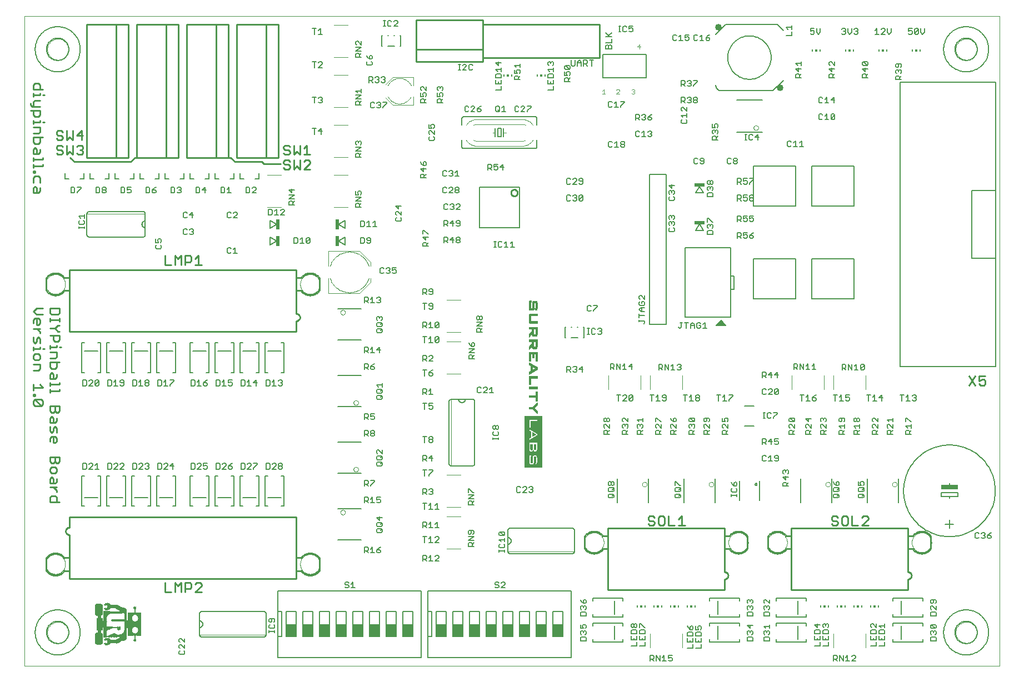
<source format=gto>
G75*
G70*
%OFA0B0*%
%FSLAX24Y24*%
%IPPOS*%
%LPD*%
%AMOC8*
5,1,8,0,0,1.08239X$1,22.5*
%
%ADD10C,0.0000*%
%ADD11C,0.0100*%
%ADD12C,0.0060*%
%ADD13C,0.0040*%
%ADD14R,0.0240X0.0620*%
%ADD15C,0.0080*%
%ADD16C,0.0020*%
%ADD17C,0.0010*%
%ADD18R,0.0059X0.0118*%
%ADD19R,0.0118X0.0118*%
%ADD20C,0.0401*%
%ADD21R,0.0600X0.0750*%
%ADD22C,0.0050*%
%ADD23R,0.0620X0.0240*%
%ADD24R,0.1000X0.0250*%
%ADD25C,0.0000*%
%ADD26R,0.0004X0.0577*%
%ADD27R,0.0004X0.0588*%
%ADD28R,0.0004X0.0604*%
%ADD29R,0.0004X0.0600*%
%ADD30R,0.0004X0.0611*%
%ADD31R,0.0004X0.0615*%
%ADD32R,0.0004X0.0623*%
%ADD33R,0.0004X0.0631*%
%ADD34R,0.0004X0.0638*%
%ADD35R,0.0004X0.0646*%
%ADD36R,0.0004X0.0654*%
%ADD37R,0.0004X0.0657*%
%ADD38R,0.0004X0.0661*%
%ADD39R,0.0004X0.0665*%
%ADD40R,0.0004X0.0661*%
%ADD41R,0.0004X0.0669*%
%ADD42R,0.0004X0.0673*%
%ADD43R,0.0004X0.0681*%
%ADD44R,0.0004X0.0677*%
%ADD45R,0.0004X0.0681*%
%ADD46R,0.0004X0.0684*%
%ADD47R,0.0004X0.0688*%
%ADD48R,0.0004X0.0688*%
%ADD49R,0.0004X0.0692*%
%ADD50R,0.0004X0.0696*%
%ADD51R,0.0004X0.0692*%
%ADD52R,0.0004X0.0696*%
%ADD53R,0.0004X0.0700*%
%ADD54R,0.0004X0.0704*%
%ADD55R,0.0004X0.0700*%
%ADD56R,0.0004X0.0704*%
%ADD57R,0.0004X0.0715*%
%ADD58R,0.0004X0.0058*%
%ADD59R,0.0004X0.0715*%
%ADD60R,0.0004X0.0061*%
%ADD61R,0.0004X0.0058*%
%ADD62R,0.0004X0.0061*%
%ADD63R,0.0004X0.0707*%
%ADD64R,0.0004X0.0707*%
%ADD65R,0.0004X0.2449*%
%ADD66R,0.0004X0.2449*%
%ADD67R,0.0004X0.1157*%
%ADD68R,0.0004X0.1157*%
%ADD69R,0.0004X0.0684*%
%ADD70R,0.0004X0.0677*%
%ADD71R,0.0004X0.0673*%
%ADD72R,0.0004X0.0650*%
%ADD73R,0.0004X0.0642*%
%ADD74R,0.0004X0.0634*%
%ADD75R,0.0004X0.0627*%
%ADD76R,0.0004X0.0592*%
%ADD77R,0.0004X0.0581*%
%ADD78R,0.0004X0.0384*%
%ADD79R,0.0004X0.0384*%
%ADD80R,0.0004X0.1569*%
%ADD81R,0.0004X0.1569*%
%ADD82R,0.0004X0.0054*%
%ADD83R,0.0004X0.0062*%
%ADD84R,0.0004X0.0065*%
%ADD85R,0.0004X0.0069*%
%ADD86R,0.0004X0.0073*%
%ADD87R,0.0004X0.0077*%
%ADD88R,0.0004X0.0073*%
%ADD89R,0.0004X0.0081*%
%ADD90R,0.0004X0.0077*%
%ADD91R,0.0004X0.0085*%
%ADD92R,0.0004X0.0088*%
%ADD93R,0.0004X0.0085*%
%ADD94R,0.0004X0.0085*%
%ADD95R,0.0004X0.0092*%
%ADD96R,0.0004X0.0088*%
%ADD97R,0.0004X0.0092*%
%ADD98R,0.0004X0.0096*%
%ADD99R,0.0004X0.0100*%
%ADD100R,0.0004X0.0096*%
%ADD101R,0.0004X0.0100*%
%ADD102R,0.0004X0.0104*%
%ADD103R,0.0004X0.0108*%
%ADD104R,0.0004X0.0108*%
%ADD105R,0.0004X0.0104*%
%ADD106R,0.0004X0.0111*%
%ADD107R,0.0004X0.0108*%
%ADD108R,0.0004X0.0115*%
%ADD109R,0.0004X0.0111*%
%ADD110R,0.0004X0.0115*%
%ADD111R,0.0004X0.0119*%
%ADD112R,0.0004X0.0115*%
%ADD113R,0.0004X0.0119*%
%ADD114R,0.0004X0.0123*%
%ADD115R,0.0004X0.0123*%
%ADD116R,0.0004X0.0127*%
%ADD117R,0.0004X0.0127*%
%ADD118R,0.0004X0.0127*%
%ADD119R,0.0004X0.0131*%
%ADD120R,0.0004X0.0127*%
%ADD121R,0.0004X0.0131*%
%ADD122R,0.0004X0.0135*%
%ADD123R,0.0004X0.0135*%
%ADD124R,0.0004X0.0450*%
%ADD125R,0.0004X0.0058*%
%ADD126R,0.0004X0.0254*%
%ADD127R,0.0004X0.0415*%
%ADD128R,0.0004X0.0050*%
%ADD129R,0.0004X0.0250*%
%ADD130R,0.0004X0.0396*%
%ADD131R,0.0004X0.0038*%
%ADD132R,0.0004X0.0250*%
%ADD133R,0.0004X0.0085*%
%ADD134R,0.0004X0.0035*%
%ADD135R,0.0004X0.0246*%
%ADD136R,0.0004X0.0373*%
%ADD137R,0.0004X0.0027*%
%ADD138R,0.0004X0.0246*%
%ADD139R,0.0004X0.0138*%
%ADD140R,0.0004X0.0361*%
%ADD141R,0.0004X0.0023*%
%ADD142R,0.0004X0.0242*%
%ADD143R,0.0004X0.0350*%
%ADD144R,0.0004X0.0019*%
%ADD145R,0.0004X0.0142*%
%ADD146R,0.0004X0.0142*%
%ADD147R,0.0004X0.0142*%
%ADD148R,0.0004X0.0342*%
%ADD149R,0.0004X0.0015*%
%ADD150R,0.0004X0.0242*%
%ADD151R,0.0004X0.0142*%
%ADD152R,0.0004X0.0146*%
%ADD153R,0.0004X0.0331*%
%ADD154R,0.0004X0.0011*%
%ADD155R,0.0004X0.0238*%
%ADD156R,0.0004X0.0150*%
%ADD157R,0.0004X0.0323*%
%ADD158R,0.0004X0.0011*%
%ADD159R,0.0004X0.0238*%
%ADD160R,0.0004X0.0154*%
%ADD161R,0.0004X0.0154*%
%ADD162R,0.0004X0.0319*%
%ADD163R,0.0004X0.0008*%
%ADD164R,0.0004X0.0235*%
%ADD165R,0.0004X0.0150*%
%ADD166R,0.0004X0.0311*%
%ADD167R,0.0004X0.0158*%
%ADD168R,0.0004X0.0308*%
%ADD169R,0.0004X0.0231*%
%ADD170R,0.0004X0.0161*%
%ADD171R,0.0004X0.0300*%
%ADD172R,0.0004X0.0231*%
%ADD173R,0.0004X0.0158*%
%ADD174R,0.0004X0.0292*%
%ADD175R,0.0004X0.0161*%
%ADD176R,0.0004X0.0165*%
%ADD177R,0.0004X0.0288*%
%ADD178R,0.0004X0.0227*%
%ADD179R,0.0004X0.0161*%
%ADD180R,0.0004X0.0169*%
%ADD181R,0.0004X0.0281*%
%ADD182R,0.0004X0.0227*%
%ADD183R,0.0004X0.0165*%
%ADD184R,0.0004X0.0277*%
%ADD185R,0.0004X0.0223*%
%ADD186R,0.0004X0.0169*%
%ADD187R,0.0004X0.0269*%
%ADD188R,0.0004X0.0223*%
%ADD189R,0.0004X0.0173*%
%ADD190R,0.0004X0.0265*%
%ADD191R,0.0004X0.0219*%
%ADD192R,0.0004X0.0173*%
%ADD193R,0.0004X0.0261*%
%ADD194R,0.0004X0.0177*%
%ADD195R,0.0004X0.0177*%
%ADD196R,0.0004X0.0258*%
%ADD197R,0.0004X0.0219*%
%ADD198R,0.0004X0.0173*%
%ADD199R,0.0004X0.0423*%
%ADD200R,0.0004X0.0254*%
%ADD201R,0.0004X0.0215*%
%ADD202R,0.0004X0.0419*%
%ADD203R,0.0004X0.0415*%
%ADD204R,0.0004X0.0415*%
%ADD205R,0.0004X0.0211*%
%ADD206R,0.0004X0.0419*%
%ADD207R,0.0004X0.0211*%
%ADD208R,0.0004X0.0208*%
%ADD209R,0.0004X0.0411*%
%ADD210R,0.0004X0.0235*%
%ADD211R,0.0004X0.0208*%
%ADD212R,0.0004X0.0411*%
%ADD213R,0.0004X0.0204*%
%ADD214R,0.0004X0.0408*%
%ADD215R,0.0004X0.0408*%
%ADD216R,0.0004X0.0223*%
%ADD217R,0.0004X0.0204*%
%ADD218R,0.0004X0.0096*%
%ADD219R,0.0004X0.0404*%
%ADD220R,0.0004X0.0400*%
%ADD221R,0.0004X0.0200*%
%ADD222R,0.0004X0.0404*%
%ADD223R,0.0004X0.0400*%
%ADD224R,0.0004X0.0215*%
%ADD225R,0.0004X0.0200*%
%ADD226R,0.0004X0.0396*%
%ADD227R,0.0004X0.0392*%
%ADD228R,0.0004X0.0211*%
%ADD229R,0.0004X0.0196*%
%ADD230R,0.0004X0.0392*%
%ADD231R,0.0004X0.0211*%
%ADD232R,0.0004X0.0196*%
%ADD233R,0.0004X0.0388*%
%ADD234R,0.0004X0.0192*%
%ADD235R,0.0004X0.0192*%
%ADD236R,0.0004X0.0388*%
%ADD237R,0.0004X0.0381*%
%ADD238R,0.0004X0.0377*%
%ADD239R,0.0004X0.0200*%
%ADD240R,0.0004X0.0188*%
%ADD241R,0.0004X0.0377*%
%ADD242R,0.0004X0.0200*%
%ADD243R,0.0004X0.0188*%
%ADD244R,0.0004X0.0373*%
%ADD245R,0.0004X0.0369*%
%ADD246R,0.0004X0.0185*%
%ADD247R,0.0004X0.0373*%
%ADD248R,0.0004X0.0369*%
%ADD249R,0.0004X0.0185*%
%ADD250R,0.0004X0.0365*%
%ADD251R,0.0004X0.0181*%
%ADD252R,0.0004X0.0358*%
%ADD253R,0.0004X0.0354*%
%ADD254R,0.0004X0.0188*%
%ADD255R,0.0004X0.0346*%
%ADD256R,0.0004X0.0181*%
%ADD257R,0.0004X0.0350*%
%ADD258R,0.0004X0.0346*%
%ADD259R,0.0004X0.0177*%
%ADD260R,0.0004X0.0342*%
%ADD261R,0.0004X0.0338*%
%ADD262R,0.0004X0.0334*%
%ADD263R,0.0004X0.0331*%
%ADD264R,0.0004X0.0173*%
%ADD265R,0.0004X0.0327*%
%ADD266R,0.0004X0.0323*%
%ADD267R,0.0004X0.0327*%
%ADD268R,0.0004X0.0315*%
%ADD269R,0.0004X0.0315*%
%ADD270R,0.0004X0.0311*%
%ADD271R,0.0004X0.0308*%
%ADD272R,0.0004X0.0165*%
%ADD273R,0.0004X0.0304*%
%ADD274R,0.0004X0.0300*%
%ADD275R,0.0004X0.0296*%
%ADD276R,0.0004X0.0288*%
%ADD277R,0.0004X0.0165*%
%ADD278R,0.0004X0.0269*%
%ADD279R,0.0004X0.0265*%
%ADD280R,0.0004X0.0138*%
%ADD281R,0.0004X0.0238*%
%ADD282R,0.0004X0.0154*%
%ADD283R,0.0004X0.0146*%
%ADD284R,0.0004X0.0215*%
%ADD285R,0.0004X0.0219*%
%ADD286R,0.0004X0.0215*%
%ADD287R,0.0004X0.0219*%
%ADD288R,0.0004X0.0154*%
%ADD289R,0.0004X0.0131*%
%ADD290R,0.0004X0.0131*%
%ADD291R,0.0004X0.0119*%
%ADD292R,0.0004X0.0119*%
%ADD293R,0.0004X0.0042*%
%ADD294R,0.0004X0.0185*%
%ADD295R,0.0004X0.0185*%
%ADD296R,0.0004X0.0104*%
%ADD297R,0.0004X0.0188*%
%ADD298R,0.0004X0.0108*%
%ADD299R,0.0004X0.0196*%
%ADD300R,0.0004X0.0100*%
%ADD301R,0.0004X0.0196*%
%ADD302R,0.0004X0.0100*%
%ADD303R,0.0004X0.0096*%
%ADD304R,0.0004X0.0208*%
%ADD305R,0.0004X0.0208*%
%ADD306R,0.0004X0.0223*%
%ADD307R,0.0004X0.0231*%
%ADD308R,0.0004X0.0231*%
%ADD309R,0.0004X0.0242*%
%ADD310R,0.0004X0.0242*%
%ADD311R,0.0004X0.0227*%
%ADD312R,0.0004X0.0227*%
%ADD313R,0.0004X0.0238*%
%ADD314R,0.0004X0.0431*%
%ADD315R,0.0004X0.0438*%
%ADD316R,0.0004X0.0427*%
%ADD317R,0.0004X0.0442*%
%ADD318R,0.0004X0.0438*%
%ADD319R,0.0004X0.0423*%
%ADD320R,0.0004X0.0423*%
%ADD321R,0.0004X0.0434*%
%ADD322R,0.0004X0.0419*%
%ADD323R,0.0004X0.0419*%
%ADD324R,0.0004X0.0434*%
%ADD325R,0.0004X0.0415*%
%ADD326R,0.0004X0.0431*%
%ADD327R,0.0004X0.0411*%
%ADD328R,0.0004X0.0411*%
%ADD329R,0.0004X0.0427*%
%ADD330R,0.0004X0.0400*%
%ADD331R,0.0004X0.0396*%
%ADD332R,0.0004X0.0427*%
%ADD333R,0.0004X0.0392*%
%ADD334R,0.0004X0.0392*%
%ADD335R,0.0004X0.0423*%
%ADD336R,0.0004X0.0388*%
%ADD337R,0.0004X0.0427*%
%ADD338R,0.0004X0.0377*%
%ADD339R,0.0004X0.0377*%
%ADD340R,0.0004X0.0373*%
%ADD341R,0.0004X0.0365*%
%ADD342R,0.0004X0.0431*%
%ADD343R,0.0004X0.0361*%
%ADD344R,0.0004X0.0431*%
%ADD345R,0.0004X0.0358*%
%ADD346R,0.0004X0.0354*%
%ADD347R,0.0004X0.0446*%
%ADD348R,0.0004X0.0450*%
%ADD349R,0.0004X0.0454*%
%ADD350R,0.0004X0.0354*%
%ADD351R,0.0004X0.0461*%
%ADD352R,0.0004X0.0465*%
%ADD353R,0.0004X0.0469*%
%ADD354R,0.0004X0.0473*%
%ADD355R,0.0004X0.0477*%
%ADD356R,0.0004X0.0481*%
%ADD357R,0.0004X0.0488*%
%ADD358R,0.0004X0.0492*%
%ADD359R,0.0004X0.0496*%
%ADD360R,0.0004X0.0496*%
%ADD361R,0.0004X0.0500*%
%ADD362R,0.0004X0.0507*%
%ADD363R,0.0004X0.0515*%
%ADD364R,0.0004X0.0523*%
%ADD365R,0.0004X0.0523*%
%ADD366R,0.0004X0.0531*%
%ADD367R,0.0004X0.0538*%
%ADD368R,0.0004X0.0346*%
%ADD369R,0.0004X0.0542*%
%ADD370R,0.0004X0.0346*%
%ADD371R,0.0004X0.0550*%
%ADD372R,0.0004X0.0554*%
%ADD373R,0.0004X0.0561*%
%ADD374R,0.0004X0.0573*%
%ADD375R,0.0004X0.0584*%
%ADD376R,0.0004X0.0611*%
%ADD377R,0.0004X0.0335*%
%ADD378R,0.0004X0.0623*%
%ADD379R,0.0004X0.0335*%
%ADD380R,0.0004X0.1945*%
%ADD381R,0.0004X0.1945*%
%ADD382R,0.0004X0.1942*%
%ADD383R,0.0004X0.1938*%
%ADD384R,0.0004X0.1934*%
%ADD385R,0.0004X0.1930*%
%ADD386R,0.0004X0.1922*%
%ADD387R,0.0004X0.1919*%
%ADD388R,0.0004X0.1911*%
%ADD389R,0.0004X0.1903*%
%ADD390R,0.0004X0.1899*%
%ADD391R,0.0004X0.1892*%
%ADD392R,0.0004X0.1884*%
%ADD393R,0.0004X0.1880*%
%ADD394R,0.0004X0.1872*%
%ADD395R,0.0004X0.1865*%
%ADD396R,0.0004X0.1857*%
%ADD397R,0.0004X0.1849*%
%ADD398R,0.0004X0.1838*%
%ADD399R,0.0004X0.1826*%
%ADD400R,0.0004X0.1815*%
%ADD401R,0.0004X0.1807*%
%ADD402R,0.0004X0.1796*%
%ADD403R,0.0004X0.1784*%
%ADD404R,0.0004X0.1772*%
%ADD405R,0.0004X0.1753*%
%ADD406R,0.0004X0.1734*%
%ADD407R,0.0004X0.1715*%
%ADD408R,0.0004X0.1696*%
%ADD409R,0.0004X0.1676*%
%ADD410R,0.0004X0.1619*%
%ADD411R,0.0004X0.0477*%
%ADD412R,0.0004X0.0477*%
%ADD413R,0.0004X0.1380*%
%ADD414R,0.0004X0.1380*%
%ADD415R,0.0004X0.1046*%
%ADD416R,0.0004X0.0657*%
%ADD417R,0.0004X0.0277*%
%ADD418R,0.0004X0.0261*%
%ADD419R,0.0004X0.0573*%
%ADD420R,0.0004X0.0250*%
%ADD421R,0.0004X0.0554*%
%ADD422R,0.0004X0.0254*%
%ADD423R,0.0004X0.0534*%
%ADD424R,0.0004X0.0519*%
%ADD425R,0.0004X0.0507*%
%ADD426R,0.0004X0.0488*%
%ADD427R,0.0004X0.0469*%
%ADD428R,0.0004X0.0204*%
%ADD429R,0.0004X0.0458*%
%ADD430R,0.0004X0.0446*%
%ADD431R,0.0004X0.0396*%
%ADD432R,0.0004X0.0015*%
%ADD433R,0.0004X0.0150*%
%ADD434R,0.0004X0.0012*%
%ADD435R,0.0004X0.0150*%
%ADD436R,0.0004X0.0354*%
%ADD437R,0.0004X0.0073*%
%ADD438R,0.0004X0.0350*%
%ADD439R,0.0004X0.0069*%
%ADD440R,0.0004X0.0092*%
%ADD441R,0.0004X0.0138*%
%ADD442R,0.0004X0.0334*%
%ADD443R,0.0004X0.0115*%
%ADD444R,0.0004X0.0138*%
%ADD445R,0.0004X0.0331*%
%ADD446R,0.0004X0.0327*%
%ADD447R,0.0004X0.0327*%
%ADD448R,0.0004X0.0496*%
%ADD449R,0.0004X0.0323*%
%ADD450R,0.0004X0.0496*%
%ADD451R,0.0004X0.0500*%
%ADD452R,0.0004X0.0319*%
%ADD453R,0.0004X0.0492*%
%ADD454R,0.0004X0.0092*%
%ADD455R,0.0004X0.0065*%
%ADD456R,0.0004X0.0338*%
%ADD457R,0.0004X0.0046*%
%ADD458R,0.0004X0.0161*%
%ADD459R,0.0004X0.0381*%
%ADD460R,0.0004X0.0434*%
%ADD461R,0.0004X0.0204*%
%ADD462R,0.0004X0.0473*%
%ADD463R,0.0004X0.0481*%
%ADD464R,0.0004X0.0511*%
%ADD465R,0.0004X0.0542*%
%ADD466R,0.0004X0.0254*%
%ADD467R,0.0004X0.0581*%
%ADD468R,0.0004X0.0273*%
%ADD469R,0.0004X0.0281*%
%ADD470R,0.0004X0.0619*%
%ADD471R,0.0004X0.0284*%
D10*
X000655Y001159D02*
X000655Y040159D01*
X059155Y040159D01*
X059155Y001159D01*
X000655Y001159D01*
X002025Y003159D02*
X002027Y003209D01*
X002033Y003259D01*
X002043Y003308D01*
X002057Y003356D01*
X002074Y003403D01*
X002095Y003448D01*
X002120Y003492D01*
X002148Y003533D01*
X002180Y003572D01*
X002214Y003609D01*
X002251Y003643D01*
X002291Y003673D01*
X002333Y003700D01*
X002377Y003724D01*
X002423Y003745D01*
X002470Y003761D01*
X002518Y003774D01*
X002568Y003783D01*
X002617Y003788D01*
X002668Y003789D01*
X002718Y003786D01*
X002767Y003779D01*
X002816Y003768D01*
X002864Y003753D01*
X002910Y003735D01*
X002955Y003713D01*
X002998Y003687D01*
X003039Y003658D01*
X003078Y003626D01*
X003114Y003591D01*
X003146Y003553D01*
X003176Y003513D01*
X003203Y003470D01*
X003226Y003426D01*
X003245Y003380D01*
X003261Y003332D01*
X003273Y003283D01*
X003281Y003234D01*
X003285Y003184D01*
X003285Y003134D01*
X003281Y003084D01*
X003273Y003035D01*
X003261Y002986D01*
X003245Y002938D01*
X003226Y002892D01*
X003203Y002848D01*
X003176Y002805D01*
X003146Y002765D01*
X003114Y002727D01*
X003078Y002692D01*
X003039Y002660D01*
X002998Y002631D01*
X002955Y002605D01*
X002910Y002583D01*
X002864Y002565D01*
X002816Y002550D01*
X002767Y002539D01*
X002718Y002532D01*
X002668Y002529D01*
X002617Y002530D01*
X002568Y002535D01*
X002518Y002544D01*
X002470Y002557D01*
X002423Y002573D01*
X002377Y002594D01*
X002333Y002618D01*
X002291Y002645D01*
X002251Y002675D01*
X002214Y002709D01*
X002180Y002746D01*
X002148Y002785D01*
X002120Y002826D01*
X002095Y002870D01*
X002074Y002915D01*
X002057Y002962D01*
X002043Y003010D01*
X002033Y003059D01*
X002027Y003109D01*
X002025Y003159D01*
X001926Y007257D02*
X001928Y007305D01*
X001934Y007353D01*
X001944Y007400D01*
X001957Y007446D01*
X001975Y007491D01*
X001995Y007535D01*
X002020Y007577D01*
X002048Y007616D01*
X002078Y007653D01*
X002112Y007687D01*
X002149Y007719D01*
X002187Y007748D01*
X002228Y007773D01*
X002271Y007795D01*
X002316Y007813D01*
X002362Y007827D01*
X002409Y007838D01*
X002457Y007845D01*
X002505Y007848D01*
X002553Y007847D01*
X002601Y007842D01*
X002649Y007833D01*
X002695Y007821D01*
X002740Y007804D01*
X002784Y007784D01*
X002826Y007761D01*
X002866Y007734D01*
X002904Y007704D01*
X002939Y007671D01*
X002971Y007635D01*
X003001Y007597D01*
X003027Y007556D01*
X003049Y007513D01*
X003069Y007469D01*
X003084Y007424D01*
X003096Y007377D01*
X003104Y007329D01*
X003108Y007281D01*
X003108Y007233D01*
X003104Y007185D01*
X003096Y007137D01*
X003084Y007090D01*
X003069Y007045D01*
X003049Y007001D01*
X003027Y006958D01*
X003001Y006917D01*
X002971Y006879D01*
X002939Y006843D01*
X002904Y006810D01*
X002866Y006780D01*
X002826Y006753D01*
X002784Y006730D01*
X002740Y006710D01*
X002695Y006693D01*
X002649Y006681D01*
X002601Y006672D01*
X002553Y006667D01*
X002505Y006666D01*
X002457Y006669D01*
X002409Y006676D01*
X002362Y006687D01*
X002316Y006701D01*
X002271Y006719D01*
X002228Y006741D01*
X002187Y006766D01*
X002149Y006795D01*
X002112Y006827D01*
X002078Y006861D01*
X002048Y006898D01*
X002020Y006937D01*
X001995Y006979D01*
X001975Y007023D01*
X001957Y007068D01*
X001944Y007114D01*
X001934Y007161D01*
X001928Y007209D01*
X001926Y007257D01*
X017202Y007257D02*
X017204Y007305D01*
X017210Y007353D01*
X017220Y007400D01*
X017233Y007446D01*
X017251Y007491D01*
X017271Y007535D01*
X017296Y007577D01*
X017324Y007616D01*
X017354Y007653D01*
X017388Y007687D01*
X017425Y007719D01*
X017463Y007748D01*
X017504Y007773D01*
X017547Y007795D01*
X017592Y007813D01*
X017638Y007827D01*
X017685Y007838D01*
X017733Y007845D01*
X017781Y007848D01*
X017829Y007847D01*
X017877Y007842D01*
X017925Y007833D01*
X017971Y007821D01*
X018016Y007804D01*
X018060Y007784D01*
X018102Y007761D01*
X018142Y007734D01*
X018180Y007704D01*
X018215Y007671D01*
X018247Y007635D01*
X018277Y007597D01*
X018303Y007556D01*
X018325Y007513D01*
X018345Y007469D01*
X018360Y007424D01*
X018372Y007377D01*
X018380Y007329D01*
X018384Y007281D01*
X018384Y007233D01*
X018380Y007185D01*
X018372Y007137D01*
X018360Y007090D01*
X018345Y007045D01*
X018325Y007001D01*
X018303Y006958D01*
X018277Y006917D01*
X018247Y006879D01*
X018215Y006843D01*
X018180Y006810D01*
X018142Y006780D01*
X018102Y006753D01*
X018060Y006730D01*
X018016Y006710D01*
X017971Y006693D01*
X017925Y006681D01*
X017877Y006672D01*
X017829Y006667D01*
X017781Y006666D01*
X017733Y006669D01*
X017685Y006676D01*
X017638Y006687D01*
X017592Y006701D01*
X017547Y006719D01*
X017504Y006741D01*
X017463Y006766D01*
X017425Y006795D01*
X017388Y006827D01*
X017354Y006861D01*
X017324Y006898D01*
X017296Y006937D01*
X017271Y006979D01*
X017251Y007023D01*
X017233Y007068D01*
X017220Y007114D01*
X017210Y007161D01*
X017204Y007209D01*
X017202Y007257D01*
X034233Y008561D02*
X034235Y008609D01*
X034241Y008657D01*
X034251Y008704D01*
X034264Y008750D01*
X034282Y008795D01*
X034302Y008839D01*
X034327Y008881D01*
X034355Y008920D01*
X034385Y008957D01*
X034419Y008991D01*
X034456Y009023D01*
X034494Y009052D01*
X034535Y009077D01*
X034578Y009099D01*
X034623Y009117D01*
X034669Y009131D01*
X034716Y009142D01*
X034764Y009149D01*
X034812Y009152D01*
X034860Y009151D01*
X034908Y009146D01*
X034956Y009137D01*
X035002Y009125D01*
X035047Y009108D01*
X035091Y009088D01*
X035133Y009065D01*
X035173Y009038D01*
X035211Y009008D01*
X035246Y008975D01*
X035278Y008939D01*
X035308Y008901D01*
X035334Y008860D01*
X035356Y008817D01*
X035376Y008773D01*
X035391Y008728D01*
X035403Y008681D01*
X035411Y008633D01*
X035415Y008585D01*
X035415Y008537D01*
X035411Y008489D01*
X035403Y008441D01*
X035391Y008394D01*
X035376Y008349D01*
X035356Y008305D01*
X035334Y008262D01*
X035308Y008221D01*
X035278Y008183D01*
X035246Y008147D01*
X035211Y008114D01*
X035173Y008084D01*
X035133Y008057D01*
X035091Y008034D01*
X035047Y008014D01*
X035002Y007997D01*
X034956Y007985D01*
X034908Y007976D01*
X034860Y007971D01*
X034812Y007970D01*
X034764Y007973D01*
X034716Y007980D01*
X034669Y007991D01*
X034623Y008005D01*
X034578Y008023D01*
X034535Y008045D01*
X034494Y008070D01*
X034456Y008099D01*
X034419Y008131D01*
X034385Y008165D01*
X034355Y008202D01*
X034327Y008241D01*
X034302Y008283D01*
X034282Y008327D01*
X034264Y008372D01*
X034251Y008418D01*
X034241Y008465D01*
X034235Y008513D01*
X034233Y008561D01*
X042895Y008561D02*
X042897Y008609D01*
X042903Y008657D01*
X042913Y008704D01*
X042926Y008750D01*
X042944Y008795D01*
X042964Y008839D01*
X042989Y008881D01*
X043017Y008920D01*
X043047Y008957D01*
X043081Y008991D01*
X043118Y009023D01*
X043156Y009052D01*
X043197Y009077D01*
X043240Y009099D01*
X043285Y009117D01*
X043331Y009131D01*
X043378Y009142D01*
X043426Y009149D01*
X043474Y009152D01*
X043522Y009151D01*
X043570Y009146D01*
X043618Y009137D01*
X043664Y009125D01*
X043709Y009108D01*
X043753Y009088D01*
X043795Y009065D01*
X043835Y009038D01*
X043873Y009008D01*
X043908Y008975D01*
X043940Y008939D01*
X043970Y008901D01*
X043996Y008860D01*
X044018Y008817D01*
X044038Y008773D01*
X044053Y008728D01*
X044065Y008681D01*
X044073Y008633D01*
X044077Y008585D01*
X044077Y008537D01*
X044073Y008489D01*
X044065Y008441D01*
X044053Y008394D01*
X044038Y008349D01*
X044018Y008305D01*
X043996Y008262D01*
X043970Y008221D01*
X043940Y008183D01*
X043908Y008147D01*
X043873Y008114D01*
X043835Y008084D01*
X043795Y008057D01*
X043753Y008034D01*
X043709Y008014D01*
X043664Y007997D01*
X043618Y007985D01*
X043570Y007976D01*
X043522Y007971D01*
X043474Y007970D01*
X043426Y007973D01*
X043378Y007980D01*
X043331Y007991D01*
X043285Y008005D01*
X043240Y008023D01*
X043197Y008045D01*
X043156Y008070D01*
X043118Y008099D01*
X043081Y008131D01*
X043047Y008165D01*
X043017Y008202D01*
X042989Y008241D01*
X042964Y008283D01*
X042944Y008327D01*
X042926Y008372D01*
X042913Y008418D01*
X042903Y008465D01*
X042897Y008513D01*
X042895Y008561D01*
X045233Y008561D02*
X045235Y008609D01*
X045241Y008657D01*
X045251Y008704D01*
X045264Y008750D01*
X045282Y008795D01*
X045302Y008839D01*
X045327Y008881D01*
X045355Y008920D01*
X045385Y008957D01*
X045419Y008991D01*
X045456Y009023D01*
X045494Y009052D01*
X045535Y009077D01*
X045578Y009099D01*
X045623Y009117D01*
X045669Y009131D01*
X045716Y009142D01*
X045764Y009149D01*
X045812Y009152D01*
X045860Y009151D01*
X045908Y009146D01*
X045956Y009137D01*
X046002Y009125D01*
X046047Y009108D01*
X046091Y009088D01*
X046133Y009065D01*
X046173Y009038D01*
X046211Y009008D01*
X046246Y008975D01*
X046278Y008939D01*
X046308Y008901D01*
X046334Y008860D01*
X046356Y008817D01*
X046376Y008773D01*
X046391Y008728D01*
X046403Y008681D01*
X046411Y008633D01*
X046415Y008585D01*
X046415Y008537D01*
X046411Y008489D01*
X046403Y008441D01*
X046391Y008394D01*
X046376Y008349D01*
X046356Y008305D01*
X046334Y008262D01*
X046308Y008221D01*
X046278Y008183D01*
X046246Y008147D01*
X046211Y008114D01*
X046173Y008084D01*
X046133Y008057D01*
X046091Y008034D01*
X046047Y008014D01*
X046002Y007997D01*
X045956Y007985D01*
X045908Y007976D01*
X045860Y007971D01*
X045812Y007970D01*
X045764Y007973D01*
X045716Y007980D01*
X045669Y007991D01*
X045623Y008005D01*
X045578Y008023D01*
X045535Y008045D01*
X045494Y008070D01*
X045456Y008099D01*
X045419Y008131D01*
X045385Y008165D01*
X045355Y008202D01*
X045327Y008241D01*
X045302Y008283D01*
X045282Y008327D01*
X045264Y008372D01*
X045251Y008418D01*
X045241Y008465D01*
X045235Y008513D01*
X045233Y008561D01*
X053895Y008561D02*
X053897Y008609D01*
X053903Y008657D01*
X053913Y008704D01*
X053926Y008750D01*
X053944Y008795D01*
X053964Y008839D01*
X053989Y008881D01*
X054017Y008920D01*
X054047Y008957D01*
X054081Y008991D01*
X054118Y009023D01*
X054156Y009052D01*
X054197Y009077D01*
X054240Y009099D01*
X054285Y009117D01*
X054331Y009131D01*
X054378Y009142D01*
X054426Y009149D01*
X054474Y009152D01*
X054522Y009151D01*
X054570Y009146D01*
X054618Y009137D01*
X054664Y009125D01*
X054709Y009108D01*
X054753Y009088D01*
X054795Y009065D01*
X054835Y009038D01*
X054873Y009008D01*
X054908Y008975D01*
X054940Y008939D01*
X054970Y008901D01*
X054996Y008860D01*
X055018Y008817D01*
X055038Y008773D01*
X055053Y008728D01*
X055065Y008681D01*
X055073Y008633D01*
X055077Y008585D01*
X055077Y008537D01*
X055073Y008489D01*
X055065Y008441D01*
X055053Y008394D01*
X055038Y008349D01*
X055018Y008305D01*
X054996Y008262D01*
X054970Y008221D01*
X054940Y008183D01*
X054908Y008147D01*
X054873Y008114D01*
X054835Y008084D01*
X054795Y008057D01*
X054753Y008034D01*
X054709Y008014D01*
X054664Y007997D01*
X054618Y007985D01*
X054570Y007976D01*
X054522Y007971D01*
X054474Y007970D01*
X054426Y007973D01*
X054378Y007980D01*
X054331Y007991D01*
X054285Y008005D01*
X054240Y008023D01*
X054197Y008045D01*
X054156Y008070D01*
X054118Y008099D01*
X054081Y008131D01*
X054047Y008165D01*
X054017Y008202D01*
X053989Y008241D01*
X053964Y008283D01*
X053944Y008327D01*
X053926Y008372D01*
X053913Y008418D01*
X053903Y008465D01*
X053897Y008513D01*
X053895Y008561D01*
X056525Y003159D02*
X056527Y003209D01*
X056533Y003259D01*
X056543Y003308D01*
X056557Y003356D01*
X056574Y003403D01*
X056595Y003448D01*
X056620Y003492D01*
X056648Y003533D01*
X056680Y003572D01*
X056714Y003609D01*
X056751Y003643D01*
X056791Y003673D01*
X056833Y003700D01*
X056877Y003724D01*
X056923Y003745D01*
X056970Y003761D01*
X057018Y003774D01*
X057068Y003783D01*
X057117Y003788D01*
X057168Y003789D01*
X057218Y003786D01*
X057267Y003779D01*
X057316Y003768D01*
X057364Y003753D01*
X057410Y003735D01*
X057455Y003713D01*
X057498Y003687D01*
X057539Y003658D01*
X057578Y003626D01*
X057614Y003591D01*
X057646Y003553D01*
X057676Y003513D01*
X057703Y003470D01*
X057726Y003426D01*
X057745Y003380D01*
X057761Y003332D01*
X057773Y003283D01*
X057781Y003234D01*
X057785Y003184D01*
X057785Y003134D01*
X057781Y003084D01*
X057773Y003035D01*
X057761Y002986D01*
X057745Y002938D01*
X057726Y002892D01*
X057703Y002848D01*
X057676Y002805D01*
X057646Y002765D01*
X057614Y002727D01*
X057578Y002692D01*
X057539Y002660D01*
X057498Y002631D01*
X057455Y002605D01*
X057410Y002583D01*
X057364Y002565D01*
X057316Y002550D01*
X057267Y002539D01*
X057218Y002532D01*
X057168Y002529D01*
X057117Y002530D01*
X057068Y002535D01*
X057018Y002544D01*
X056970Y002557D01*
X056923Y002573D01*
X056877Y002594D01*
X056833Y002618D01*
X056791Y002645D01*
X056751Y002675D01*
X056714Y002709D01*
X056680Y002746D01*
X056648Y002785D01*
X056620Y002826D01*
X056595Y002870D01*
X056574Y002915D01*
X056557Y002962D01*
X056543Y003010D01*
X056533Y003059D01*
X056527Y003109D01*
X056525Y003159D01*
X017202Y024061D02*
X017204Y024109D01*
X017210Y024157D01*
X017220Y024204D01*
X017233Y024250D01*
X017251Y024295D01*
X017271Y024339D01*
X017296Y024381D01*
X017324Y024420D01*
X017354Y024457D01*
X017388Y024491D01*
X017425Y024523D01*
X017463Y024552D01*
X017504Y024577D01*
X017547Y024599D01*
X017592Y024617D01*
X017638Y024631D01*
X017685Y024642D01*
X017733Y024649D01*
X017781Y024652D01*
X017829Y024651D01*
X017877Y024646D01*
X017925Y024637D01*
X017971Y024625D01*
X018016Y024608D01*
X018060Y024588D01*
X018102Y024565D01*
X018142Y024538D01*
X018180Y024508D01*
X018215Y024475D01*
X018247Y024439D01*
X018277Y024401D01*
X018303Y024360D01*
X018325Y024317D01*
X018345Y024273D01*
X018360Y024228D01*
X018372Y024181D01*
X018380Y024133D01*
X018384Y024085D01*
X018384Y024037D01*
X018380Y023989D01*
X018372Y023941D01*
X018360Y023894D01*
X018345Y023849D01*
X018325Y023805D01*
X018303Y023762D01*
X018277Y023721D01*
X018247Y023683D01*
X018215Y023647D01*
X018180Y023614D01*
X018142Y023584D01*
X018102Y023557D01*
X018060Y023534D01*
X018016Y023514D01*
X017971Y023497D01*
X017925Y023485D01*
X017877Y023476D01*
X017829Y023471D01*
X017781Y023470D01*
X017733Y023473D01*
X017685Y023480D01*
X017638Y023491D01*
X017592Y023505D01*
X017547Y023523D01*
X017504Y023545D01*
X017463Y023570D01*
X017425Y023599D01*
X017388Y023631D01*
X017354Y023665D01*
X017324Y023702D01*
X017296Y023741D01*
X017271Y023783D01*
X017251Y023827D01*
X017233Y023872D01*
X017220Y023918D01*
X017210Y023965D01*
X017204Y024013D01*
X017202Y024061D01*
X001926Y024061D02*
X001928Y024109D01*
X001934Y024157D01*
X001944Y024204D01*
X001957Y024250D01*
X001975Y024295D01*
X001995Y024339D01*
X002020Y024381D01*
X002048Y024420D01*
X002078Y024457D01*
X002112Y024491D01*
X002149Y024523D01*
X002187Y024552D01*
X002228Y024577D01*
X002271Y024599D01*
X002316Y024617D01*
X002362Y024631D01*
X002409Y024642D01*
X002457Y024649D01*
X002505Y024652D01*
X002553Y024651D01*
X002601Y024646D01*
X002649Y024637D01*
X002695Y024625D01*
X002740Y024608D01*
X002784Y024588D01*
X002826Y024565D01*
X002866Y024538D01*
X002904Y024508D01*
X002939Y024475D01*
X002971Y024439D01*
X003001Y024401D01*
X003027Y024360D01*
X003049Y024317D01*
X003069Y024273D01*
X003084Y024228D01*
X003096Y024181D01*
X003104Y024133D01*
X003108Y024085D01*
X003108Y024037D01*
X003104Y023989D01*
X003096Y023941D01*
X003084Y023894D01*
X003069Y023849D01*
X003049Y023805D01*
X003027Y023762D01*
X003001Y023721D01*
X002971Y023683D01*
X002939Y023647D01*
X002904Y023614D01*
X002866Y023584D01*
X002826Y023557D01*
X002784Y023534D01*
X002740Y023514D01*
X002695Y023497D01*
X002649Y023485D01*
X002601Y023476D01*
X002553Y023471D01*
X002505Y023470D01*
X002457Y023473D01*
X002409Y023480D01*
X002362Y023491D01*
X002316Y023505D01*
X002271Y023523D01*
X002228Y023545D01*
X002187Y023570D01*
X002149Y023599D01*
X002112Y023631D01*
X002078Y023665D01*
X002048Y023702D01*
X002020Y023741D01*
X001995Y023783D01*
X001975Y023827D01*
X001957Y023872D01*
X001944Y023918D01*
X001934Y023965D01*
X001928Y024013D01*
X001926Y024061D01*
X002025Y038159D02*
X002027Y038209D01*
X002033Y038259D01*
X002043Y038308D01*
X002057Y038356D01*
X002074Y038403D01*
X002095Y038448D01*
X002120Y038492D01*
X002148Y038533D01*
X002180Y038572D01*
X002214Y038609D01*
X002251Y038643D01*
X002291Y038673D01*
X002333Y038700D01*
X002377Y038724D01*
X002423Y038745D01*
X002470Y038761D01*
X002518Y038774D01*
X002568Y038783D01*
X002617Y038788D01*
X002668Y038789D01*
X002718Y038786D01*
X002767Y038779D01*
X002816Y038768D01*
X002864Y038753D01*
X002910Y038735D01*
X002955Y038713D01*
X002998Y038687D01*
X003039Y038658D01*
X003078Y038626D01*
X003114Y038591D01*
X003146Y038553D01*
X003176Y038513D01*
X003203Y038470D01*
X003226Y038426D01*
X003245Y038380D01*
X003261Y038332D01*
X003273Y038283D01*
X003281Y038234D01*
X003285Y038184D01*
X003285Y038134D01*
X003281Y038084D01*
X003273Y038035D01*
X003261Y037986D01*
X003245Y037938D01*
X003226Y037892D01*
X003203Y037848D01*
X003176Y037805D01*
X003146Y037765D01*
X003114Y037727D01*
X003078Y037692D01*
X003039Y037660D01*
X002998Y037631D01*
X002955Y037605D01*
X002910Y037583D01*
X002864Y037565D01*
X002816Y037550D01*
X002767Y037539D01*
X002718Y037532D01*
X002668Y037529D01*
X002617Y037530D01*
X002568Y037535D01*
X002518Y037544D01*
X002470Y037557D01*
X002423Y037573D01*
X002377Y037594D01*
X002333Y037618D01*
X002291Y037645D01*
X002251Y037675D01*
X002214Y037709D01*
X002180Y037746D01*
X002148Y037785D01*
X002120Y037826D01*
X002095Y037870D01*
X002074Y037915D01*
X002057Y037962D01*
X002043Y038010D01*
X002033Y038059D01*
X002027Y038109D01*
X002025Y038159D01*
X056525Y038159D02*
X056527Y038209D01*
X056533Y038259D01*
X056543Y038308D01*
X056557Y038356D01*
X056574Y038403D01*
X056595Y038448D01*
X056620Y038492D01*
X056648Y038533D01*
X056680Y038572D01*
X056714Y038609D01*
X056751Y038643D01*
X056791Y038673D01*
X056833Y038700D01*
X056877Y038724D01*
X056923Y038745D01*
X056970Y038761D01*
X057018Y038774D01*
X057068Y038783D01*
X057117Y038788D01*
X057168Y038789D01*
X057218Y038786D01*
X057267Y038779D01*
X057316Y038768D01*
X057364Y038753D01*
X057410Y038735D01*
X057455Y038713D01*
X057498Y038687D01*
X057539Y038658D01*
X057578Y038626D01*
X057614Y038591D01*
X057646Y038553D01*
X057676Y038513D01*
X057703Y038470D01*
X057726Y038426D01*
X057745Y038380D01*
X057761Y038332D01*
X057773Y038283D01*
X057781Y038234D01*
X057785Y038184D01*
X057785Y038134D01*
X057781Y038084D01*
X057773Y038035D01*
X057761Y037986D01*
X057745Y037938D01*
X057726Y037892D01*
X057703Y037848D01*
X057676Y037805D01*
X057646Y037765D01*
X057614Y037727D01*
X057578Y037692D01*
X057539Y037660D01*
X057498Y037631D01*
X057455Y037605D01*
X057410Y037583D01*
X057364Y037565D01*
X057316Y037550D01*
X057267Y037539D01*
X057218Y037532D01*
X057168Y037529D01*
X057117Y037530D01*
X057068Y037535D01*
X057018Y037544D01*
X056970Y037557D01*
X056923Y037573D01*
X056877Y037594D01*
X056833Y037618D01*
X056791Y037645D01*
X056751Y037675D01*
X056714Y037709D01*
X056680Y037746D01*
X056648Y037785D01*
X056620Y037826D01*
X056595Y037870D01*
X056574Y037915D01*
X056557Y037962D01*
X056543Y038010D01*
X056533Y038059D01*
X056527Y038109D01*
X056525Y038159D01*
D11*
X035155Y037659D02*
X028155Y037659D01*
X028155Y039659D01*
X035155Y039659D01*
X035155Y037659D01*
X028155Y037409D02*
X028155Y038159D01*
X024155Y038159D01*
X024155Y039909D01*
X028155Y039909D01*
X028155Y038159D01*
X028155Y037409D02*
X024155Y037409D01*
X024155Y038159D01*
X015905Y039659D02*
X015155Y039659D01*
X015155Y031659D01*
X013405Y031659D01*
X013405Y039659D01*
X015155Y039659D01*
X015905Y039659D02*
X015905Y031659D01*
X015155Y031659D01*
X014905Y031409D02*
X015030Y031284D01*
X016030Y031284D01*
X016205Y031333D02*
X016299Y031239D01*
X016485Y031239D01*
X016579Y031146D01*
X016579Y031052D01*
X016485Y030959D01*
X016299Y030959D01*
X016205Y031052D01*
X016205Y031333D02*
X016205Y031426D01*
X016299Y031520D01*
X016485Y031520D01*
X016579Y031426D01*
X016813Y031520D02*
X016813Y030959D01*
X017000Y031146D01*
X017186Y030959D01*
X017186Y031520D01*
X017421Y031426D02*
X017514Y031520D01*
X017701Y031520D01*
X017794Y031426D01*
X017794Y031333D01*
X017421Y030959D01*
X017794Y030959D01*
X017794Y031834D02*
X017421Y031834D01*
X017607Y031834D02*
X017607Y032395D01*
X017421Y032208D01*
X017186Y032395D02*
X017186Y031834D01*
X017000Y032021D01*
X016813Y031834D01*
X016813Y032395D01*
X016579Y032301D02*
X016485Y032395D01*
X016299Y032395D01*
X016205Y032301D01*
X016205Y032208D01*
X016299Y032114D01*
X016485Y032114D01*
X016579Y032021D01*
X016579Y031927D01*
X016485Y031834D01*
X016299Y031834D01*
X016205Y031927D01*
X014905Y031409D02*
X013280Y031409D01*
X013030Y031659D01*
X012905Y031659D01*
X012155Y031659D01*
X012155Y039659D01*
X012905Y039659D01*
X012905Y031659D01*
X012155Y031659D02*
X010405Y031659D01*
X010405Y039659D01*
X012155Y039659D01*
X009905Y039659D02*
X009155Y039659D01*
X009155Y031659D01*
X007405Y031659D01*
X007405Y039659D01*
X009155Y039659D01*
X009905Y039659D02*
X009905Y031659D01*
X009155Y031659D01*
X007405Y031659D02*
X007280Y031659D01*
X007030Y031409D01*
X003655Y031409D01*
X003405Y031659D01*
X003561Y031834D02*
X003561Y032395D01*
X003796Y032301D02*
X003889Y032395D01*
X004076Y032395D01*
X004169Y032301D01*
X004169Y032208D01*
X004076Y032114D01*
X004169Y032021D01*
X004169Y031927D01*
X004076Y031834D01*
X003889Y031834D01*
X003796Y031927D01*
X003561Y031834D02*
X003375Y032021D01*
X003188Y031834D01*
X003188Y032395D01*
X002954Y032301D02*
X002860Y032395D01*
X002674Y032395D01*
X002580Y032301D01*
X002580Y032208D01*
X002674Y032114D01*
X002860Y032114D01*
X002954Y032021D01*
X002954Y031927D01*
X002860Y031834D01*
X002674Y031834D01*
X002580Y031927D01*
X002674Y032709D02*
X002580Y032802D01*
X002674Y032709D02*
X002860Y032709D01*
X002954Y032802D01*
X002954Y032896D01*
X002860Y032989D01*
X002674Y032989D01*
X002580Y033083D01*
X002580Y033176D01*
X002674Y033270D01*
X002860Y033270D01*
X002954Y033176D01*
X003188Y033270D02*
X003188Y032709D01*
X003375Y032896D01*
X003561Y032709D01*
X003561Y033270D01*
X003796Y032989D02*
X004169Y032989D01*
X004076Y032709D02*
X004076Y033270D01*
X003796Y032989D01*
X003982Y032114D02*
X004076Y032114D01*
X004405Y031659D02*
X004405Y039659D01*
X006155Y039659D01*
X006155Y031659D01*
X004405Y031659D01*
X006155Y031659D02*
X006905Y031659D01*
X006905Y039659D01*
X006155Y039659D01*
X001579Y036016D02*
X001485Y036109D01*
X001299Y036109D01*
X001205Y036016D01*
X001205Y035735D01*
X001766Y035735D01*
X001579Y035735D02*
X001579Y036016D01*
X001579Y035501D02*
X001579Y035408D01*
X001205Y035408D01*
X001205Y035501D02*
X001205Y035315D01*
X001299Y035096D02*
X001205Y035003D01*
X001205Y034723D01*
X001112Y034723D02*
X001579Y034723D01*
X001579Y034489D02*
X001579Y034208D01*
X001485Y034115D01*
X001299Y034115D01*
X001205Y034208D01*
X001205Y034489D01*
X001018Y034489D02*
X001579Y034489D01*
X001112Y034723D02*
X001018Y034816D01*
X001018Y034909D01*
X001299Y035096D02*
X001579Y035096D01*
X001766Y035408D02*
X001859Y035408D01*
X001579Y033881D02*
X001579Y033787D01*
X001205Y033787D01*
X001205Y033694D02*
X001205Y033881D01*
X001205Y033476D02*
X001579Y033476D01*
X001579Y033195D01*
X001485Y033102D01*
X001205Y033102D01*
X001205Y032868D02*
X001205Y032588D01*
X001299Y032494D01*
X001485Y032494D01*
X001579Y032588D01*
X001579Y032868D01*
X001766Y032868D02*
X001205Y032868D01*
X001299Y032260D02*
X001392Y032167D01*
X001392Y031887D01*
X001485Y031887D02*
X001205Y031887D01*
X001205Y032167D01*
X001299Y032260D01*
X001579Y032167D02*
X001579Y031980D01*
X001485Y031887D01*
X001205Y031653D02*
X001205Y031466D01*
X001205Y031559D02*
X001766Y031559D01*
X001766Y031653D01*
X001766Y031247D02*
X001766Y031154D01*
X001205Y031154D01*
X001205Y031247D02*
X001205Y031061D01*
X001205Y030842D02*
X001205Y030749D01*
X001299Y030749D01*
X001299Y030842D01*
X001205Y030842D01*
X001299Y030538D02*
X001205Y030445D01*
X001205Y030165D01*
X001299Y029931D02*
X001392Y029837D01*
X001392Y029557D01*
X001485Y029557D02*
X001205Y029557D01*
X001205Y029837D01*
X001299Y029931D01*
X001579Y029837D02*
X001579Y029650D01*
X001485Y029557D01*
X001579Y030165D02*
X001579Y030445D01*
X001485Y030538D01*
X001299Y030538D01*
X001766Y033787D02*
X001859Y033787D01*
X009080Y025770D02*
X009080Y025209D01*
X009454Y025209D01*
X009688Y025209D02*
X009688Y025770D01*
X009875Y025583D01*
X010061Y025770D01*
X010061Y025209D01*
X010296Y025209D02*
X010296Y025770D01*
X010576Y025770D01*
X010669Y025676D01*
X010669Y025489D01*
X010576Y025396D01*
X010296Y025396D01*
X010903Y025583D02*
X011090Y025770D01*
X011090Y025209D01*
X010903Y025209D02*
X011277Y025209D01*
X016966Y024931D02*
X016966Y022293D01*
X016994Y022291D01*
X017022Y022286D01*
X017049Y022276D01*
X017075Y022264D01*
X017098Y022248D01*
X017119Y022229D01*
X017138Y022208D01*
X017154Y022184D01*
X017166Y022159D01*
X017176Y022132D01*
X017181Y022104D01*
X017183Y022076D01*
X017181Y022048D01*
X017176Y022020D01*
X017166Y021993D01*
X017154Y021967D01*
X017138Y021944D01*
X017119Y021923D01*
X017098Y021904D01*
X017074Y021888D01*
X017049Y021876D01*
X017022Y021866D01*
X016994Y021861D01*
X016966Y021859D01*
X016966Y021860D02*
X016966Y021230D01*
X003344Y021230D01*
X003344Y024931D01*
X016966Y024931D01*
X017006Y024458D02*
X017281Y024458D01*
X017281Y023671D02*
X017006Y023671D01*
X018344Y023710D02*
X018344Y024419D01*
X029844Y029545D02*
X029846Y029572D01*
X029852Y029599D01*
X029861Y029625D01*
X029874Y029649D01*
X029890Y029672D01*
X029909Y029691D01*
X029931Y029708D01*
X029955Y029722D01*
X029980Y029732D01*
X030007Y029739D01*
X030034Y029742D01*
X030062Y029741D01*
X030089Y029736D01*
X030115Y029728D01*
X030139Y029716D01*
X030162Y029700D01*
X030183Y029682D01*
X030200Y029661D01*
X030215Y029637D01*
X030226Y029612D01*
X030234Y029586D01*
X030238Y029559D01*
X030238Y029531D01*
X030234Y029504D01*
X030226Y029478D01*
X030215Y029453D01*
X030200Y029429D01*
X030183Y029408D01*
X030162Y029390D01*
X030140Y029374D01*
X030115Y029362D01*
X030089Y029354D01*
X030062Y029349D01*
X030034Y029348D01*
X030007Y029351D01*
X029980Y029358D01*
X029955Y029368D01*
X029931Y029382D01*
X029909Y029399D01*
X029890Y029418D01*
X029874Y029441D01*
X029861Y029465D01*
X029852Y029491D01*
X029846Y029518D01*
X029844Y029545D01*
X003305Y024458D02*
X003029Y024458D01*
X003029Y023671D02*
X003305Y023671D01*
X002766Y022609D02*
X002205Y022609D01*
X002205Y022329D01*
X002299Y022235D01*
X002672Y022235D01*
X002766Y022329D01*
X002766Y022609D01*
X002766Y022001D02*
X002766Y021815D01*
X002766Y021908D02*
X002205Y021908D01*
X002205Y022001D02*
X002205Y021815D01*
X002205Y021409D02*
X002485Y021409D01*
X002672Y021223D01*
X002766Y021223D01*
X002766Y020989D02*
X002766Y020708D01*
X002672Y020615D01*
X002485Y020615D01*
X002392Y020708D01*
X002392Y020989D01*
X002205Y020989D02*
X002766Y020989D01*
X002485Y021409D02*
X002672Y021596D01*
X002766Y021596D01*
X001766Y022235D02*
X001392Y022235D01*
X001205Y022422D01*
X001392Y022609D01*
X001766Y022609D01*
X001485Y022001D02*
X001579Y021908D01*
X001579Y021721D01*
X001485Y021628D01*
X001392Y021628D01*
X001392Y022001D01*
X001299Y022001D02*
X001485Y022001D01*
X001299Y022001D02*
X001205Y021908D01*
X001205Y021721D01*
X001205Y021394D02*
X001579Y021394D01*
X001392Y021394D02*
X001579Y021207D01*
X001579Y021113D01*
X001485Y020887D02*
X001579Y020794D01*
X001579Y020514D01*
X001392Y020607D02*
X001392Y020794D01*
X001485Y020887D01*
X001205Y020887D02*
X001205Y020607D01*
X001299Y020514D01*
X001392Y020607D01*
X001579Y020279D02*
X001579Y020186D01*
X001205Y020186D01*
X001205Y020279D02*
X001205Y020093D01*
X001299Y019874D02*
X001205Y019781D01*
X001205Y019594D01*
X001299Y019501D01*
X001485Y019501D01*
X001579Y019594D01*
X001579Y019781D01*
X001485Y019874D01*
X001299Y019874D01*
X001766Y020186D02*
X001859Y020186D01*
X002205Y020194D02*
X002205Y020381D01*
X002205Y020287D02*
X002579Y020287D01*
X002579Y020381D01*
X002766Y020287D02*
X002859Y020287D01*
X002579Y019976D02*
X002205Y019976D01*
X002579Y019976D02*
X002579Y019695D01*
X002485Y019602D01*
X002205Y019602D01*
X002205Y019368D02*
X002205Y019088D01*
X002299Y018994D01*
X002485Y018994D01*
X002579Y019088D01*
X002579Y019368D01*
X002766Y019368D02*
X002205Y019368D01*
X001579Y019267D02*
X001579Y018986D01*
X001485Y018893D01*
X001205Y018893D01*
X001205Y019267D02*
X001579Y019267D01*
X002205Y018667D02*
X002299Y018760D01*
X002392Y018667D01*
X002392Y018387D01*
X002485Y018387D02*
X002205Y018387D01*
X002205Y018667D01*
X002579Y018667D02*
X002579Y018480D01*
X002485Y018387D01*
X002205Y018153D02*
X002205Y017966D01*
X002205Y018059D02*
X002766Y018059D01*
X002766Y018153D01*
X002766Y017747D02*
X002766Y017654D01*
X002205Y017654D01*
X002205Y017747D02*
X002205Y017561D01*
X001766Y017864D02*
X001205Y017864D01*
X001205Y017678D02*
X001205Y018051D01*
X001579Y018051D02*
X001766Y017864D01*
X001299Y017444D02*
X001299Y017350D01*
X001205Y017350D01*
X001205Y017444D01*
X001299Y017444D01*
X001299Y017140D02*
X001672Y016766D01*
X001299Y016766D01*
X001205Y016859D01*
X001205Y017046D01*
X001299Y017140D01*
X001672Y017140D01*
X001766Y017046D01*
X001766Y016859D01*
X001672Y016766D01*
X002205Y016735D02*
X002205Y016454D01*
X002299Y016361D01*
X002392Y016361D01*
X002485Y016454D01*
X002485Y016735D01*
X002205Y016735D02*
X002766Y016735D01*
X002766Y016454D01*
X002672Y016361D01*
X002579Y016361D01*
X002485Y016454D01*
X002299Y016127D02*
X002392Y016033D01*
X002392Y015753D01*
X002485Y015753D02*
X002205Y015753D01*
X002205Y016033D01*
X002299Y016127D01*
X002579Y016033D02*
X002579Y015847D01*
X002485Y015753D01*
X002485Y015519D02*
X002392Y015426D01*
X002392Y015239D01*
X002299Y015146D01*
X002205Y015239D01*
X002205Y015519D01*
X002485Y015519D02*
X002579Y015426D01*
X002579Y015146D01*
X002485Y014911D02*
X002579Y014818D01*
X002579Y014631D01*
X002485Y014538D01*
X002392Y014538D01*
X002392Y014911D01*
X002299Y014911D02*
X002485Y014911D01*
X002299Y014911D02*
X002205Y014818D01*
X002205Y014631D01*
X002205Y013696D02*
X002205Y013416D01*
X002299Y013322D01*
X002392Y013322D01*
X002485Y013416D01*
X002485Y013696D01*
X002205Y013696D02*
X002766Y013696D01*
X002766Y013416D01*
X002672Y013322D01*
X002579Y013322D01*
X002485Y013416D01*
X002485Y013088D02*
X002299Y013088D01*
X002205Y012995D01*
X002205Y012808D01*
X002299Y012715D01*
X002485Y012715D01*
X002579Y012808D01*
X002579Y012995D01*
X002485Y013088D01*
X002299Y012481D02*
X002392Y012387D01*
X002392Y012107D01*
X002485Y012107D02*
X002205Y012107D01*
X002205Y012387D01*
X002299Y012481D01*
X002579Y012387D02*
X002579Y012200D01*
X002485Y012107D01*
X002392Y011873D02*
X002579Y011686D01*
X002579Y011593D01*
X002485Y011366D02*
X002299Y011366D01*
X002205Y011273D01*
X002205Y010993D01*
X002766Y010993D01*
X002579Y010993D02*
X002579Y011273D01*
X002485Y011366D01*
X002579Y011873D02*
X002205Y011873D01*
X003344Y010088D02*
X016966Y010088D01*
X016966Y006387D01*
X003344Y006387D01*
X003344Y009025D01*
X003316Y009027D01*
X003288Y009032D01*
X003261Y009042D01*
X003235Y009054D01*
X003212Y009070D01*
X003191Y009089D01*
X003172Y009110D01*
X003156Y009134D01*
X003144Y009159D01*
X003134Y009186D01*
X003129Y009214D01*
X003127Y009242D01*
X003129Y009270D01*
X003134Y009298D01*
X003144Y009325D01*
X003156Y009351D01*
X003172Y009374D01*
X003191Y009395D01*
X003212Y009414D01*
X003235Y009430D01*
X003261Y009442D01*
X003288Y009452D01*
X003316Y009457D01*
X003344Y009459D01*
X003344Y009458D02*
X003344Y010088D01*
X003305Y007647D02*
X003029Y007647D01*
X003029Y006860D02*
X003305Y006860D01*
X001966Y006899D02*
X001966Y007608D01*
X009080Y006145D02*
X009080Y005584D01*
X009454Y005584D01*
X009688Y005584D02*
X009688Y006145D01*
X009875Y005958D01*
X010061Y006145D01*
X010061Y005584D01*
X010296Y005584D02*
X010296Y006145D01*
X010576Y006145D01*
X010669Y006051D01*
X010669Y005864D01*
X010576Y005771D01*
X010296Y005771D01*
X010903Y005584D02*
X011277Y005958D01*
X011277Y006051D01*
X011184Y006145D01*
X010997Y006145D01*
X010903Y006051D01*
X010903Y005584D02*
X011277Y005584D01*
X017006Y006860D02*
X017281Y006860D01*
X017281Y007647D02*
X017006Y007647D01*
X018344Y007608D02*
X018344Y006899D01*
X034273Y008210D02*
X034273Y008919D01*
X035336Y008958D02*
X035612Y008958D01*
X035651Y009431D02*
X035651Y005730D01*
X042659Y005730D01*
X042659Y006360D01*
X042659Y006359D02*
X042687Y006361D01*
X042715Y006366D01*
X042742Y006376D01*
X042767Y006388D01*
X042791Y006404D01*
X042812Y006423D01*
X042831Y006444D01*
X042847Y006467D01*
X042859Y006493D01*
X042869Y006520D01*
X042874Y006548D01*
X042876Y006576D01*
X042874Y006604D01*
X042869Y006632D01*
X042859Y006659D01*
X042847Y006684D01*
X042831Y006708D01*
X042812Y006729D01*
X042791Y006748D01*
X042768Y006764D01*
X042742Y006776D01*
X042715Y006786D01*
X042687Y006791D01*
X042659Y006793D01*
X042659Y009431D01*
X035651Y009431D01*
X035612Y008171D02*
X035336Y008171D01*
X038080Y009677D02*
X038174Y009584D01*
X038360Y009584D01*
X038454Y009677D01*
X038454Y009771D01*
X038360Y009864D01*
X038174Y009864D01*
X038080Y009958D01*
X038080Y010051D01*
X038174Y010145D01*
X038360Y010145D01*
X038454Y010051D01*
X038688Y010051D02*
X038688Y009677D01*
X038781Y009584D01*
X038968Y009584D01*
X039061Y009677D01*
X039061Y010051D01*
X038968Y010145D01*
X038781Y010145D01*
X038688Y010051D01*
X039296Y010145D02*
X039296Y009584D01*
X039669Y009584D01*
X039903Y009584D02*
X040277Y009584D01*
X040090Y009584D02*
X040090Y010145D01*
X039903Y009958D01*
X042698Y008958D02*
X042974Y008958D01*
X042974Y008171D02*
X042698Y008171D01*
X044037Y008210D02*
X044037Y008919D01*
X045273Y008919D02*
X045273Y008210D01*
X046336Y008171D02*
X046612Y008171D01*
X046612Y008958D02*
X046336Y008958D01*
X046651Y009431D02*
X046651Y005730D01*
X053659Y005730D01*
X053659Y006360D01*
X053659Y006359D02*
X053687Y006361D01*
X053715Y006366D01*
X053742Y006376D01*
X053767Y006388D01*
X053791Y006404D01*
X053812Y006423D01*
X053831Y006444D01*
X053847Y006467D01*
X053859Y006493D01*
X053869Y006520D01*
X053874Y006548D01*
X053876Y006576D01*
X053874Y006604D01*
X053869Y006632D01*
X053859Y006659D01*
X053847Y006684D01*
X053831Y006708D01*
X053812Y006729D01*
X053791Y006748D01*
X053768Y006764D01*
X053742Y006776D01*
X053715Y006786D01*
X053687Y006791D01*
X053659Y006793D01*
X053659Y009431D01*
X046651Y009431D01*
X049080Y009677D02*
X049174Y009584D01*
X049360Y009584D01*
X049454Y009677D01*
X049454Y009771D01*
X049360Y009864D01*
X049174Y009864D01*
X049080Y009958D01*
X049080Y010051D01*
X049174Y010145D01*
X049360Y010145D01*
X049454Y010051D01*
X049688Y010051D02*
X049688Y009677D01*
X049781Y009584D01*
X049968Y009584D01*
X050061Y009677D01*
X050061Y010051D01*
X049968Y010145D01*
X049781Y010145D01*
X049688Y010051D01*
X050296Y010145D02*
X050296Y009584D01*
X050669Y009584D01*
X050903Y009584D02*
X051277Y009958D01*
X051277Y010051D01*
X051184Y010145D01*
X050997Y010145D01*
X050903Y010051D01*
X050903Y009584D02*
X051277Y009584D01*
X053698Y008958D02*
X053974Y008958D01*
X053974Y008171D02*
X053698Y008171D01*
X055037Y008210D02*
X055037Y008919D01*
X057322Y017980D02*
X057696Y018541D01*
X057930Y018541D02*
X057930Y018260D01*
X058117Y018354D01*
X058210Y018354D01*
X058304Y018260D01*
X058304Y018074D01*
X058210Y017980D01*
X058023Y017980D01*
X057930Y018074D01*
X057696Y017980D02*
X057322Y018541D01*
X057930Y018541D02*
X058304Y018541D01*
X001966Y023710D02*
X001966Y024419D01*
D12*
X004555Y026889D02*
X007755Y026889D01*
X007778Y026891D01*
X007801Y026896D01*
X007823Y026905D01*
X007843Y026918D01*
X007861Y026933D01*
X007876Y026951D01*
X007889Y026971D01*
X007898Y026993D01*
X007903Y027016D01*
X007905Y027039D01*
X007905Y027459D01*
X007905Y027859D01*
X007905Y028279D01*
X007903Y028302D01*
X007898Y028325D01*
X007889Y028347D01*
X007876Y028367D01*
X007861Y028385D01*
X007843Y028400D01*
X007823Y028413D01*
X007801Y028422D01*
X007778Y028427D01*
X007755Y028429D01*
X004555Y028429D01*
X004532Y028427D01*
X004509Y028422D01*
X004487Y028413D01*
X004467Y028400D01*
X004449Y028385D01*
X004434Y028367D01*
X004421Y028347D01*
X004412Y028325D01*
X004407Y028302D01*
X004405Y028279D01*
X004405Y027039D01*
X004407Y027016D01*
X004412Y026993D01*
X004421Y026971D01*
X004434Y026951D01*
X004449Y026933D01*
X004467Y026918D01*
X004487Y026905D01*
X004509Y026896D01*
X004532Y026891D01*
X004555Y026889D01*
X004250Y027407D02*
X004250Y027520D01*
X004250Y027464D02*
X003910Y027464D01*
X003910Y027520D02*
X003910Y027407D01*
X003967Y027652D02*
X004193Y027652D01*
X004250Y027709D01*
X004250Y027823D01*
X004193Y027879D01*
X004250Y028021D02*
X004250Y028248D01*
X004250Y028134D02*
X003910Y028134D01*
X004023Y028021D01*
X003967Y027879D02*
X003910Y027823D01*
X003910Y027709D01*
X003967Y027652D01*
X003817Y029539D02*
X003817Y029596D01*
X004044Y029823D01*
X004044Y029879D01*
X003817Y029879D01*
X003675Y029823D02*
X003619Y029879D01*
X003449Y029879D01*
X003449Y029539D01*
X003619Y029539D01*
X003675Y029596D01*
X003675Y029823D01*
X003995Y030399D02*
X004215Y030399D01*
X004215Y030719D01*
X004595Y030719D02*
X004595Y030399D01*
X004815Y030399D01*
X005495Y030399D02*
X005715Y030399D01*
X005715Y030719D01*
X006095Y030719D02*
X006095Y030399D01*
X006315Y030399D01*
X006995Y030399D02*
X007215Y030399D01*
X007215Y030719D01*
X007595Y030719D02*
X007595Y030399D01*
X007815Y030399D01*
X008495Y030399D02*
X008715Y030399D01*
X008715Y030719D01*
X009095Y030719D02*
X009095Y030399D01*
X009315Y030399D01*
X009995Y030399D02*
X010215Y030399D01*
X010215Y030719D01*
X010595Y030719D02*
X010595Y030399D01*
X010815Y030399D01*
X011495Y030399D02*
X011715Y030399D01*
X011715Y030719D01*
X012095Y030719D02*
X012095Y030399D01*
X012315Y030399D01*
X012995Y030399D02*
X013215Y030399D01*
X013215Y030719D01*
X013595Y030719D02*
X013595Y030399D01*
X013815Y030399D01*
X014495Y030399D02*
X014715Y030399D01*
X014715Y030719D01*
X014487Y029879D02*
X014374Y029879D01*
X014317Y029823D01*
X014175Y029823D02*
X014119Y029879D01*
X013949Y029879D01*
X013949Y029539D01*
X014119Y029539D01*
X014175Y029596D01*
X014175Y029823D01*
X014487Y029879D02*
X014544Y029823D01*
X014544Y029766D01*
X014317Y029539D01*
X014544Y029539D01*
X015305Y028554D02*
X015475Y028554D01*
X015532Y028498D01*
X015532Y028271D01*
X015475Y028214D01*
X015305Y028214D01*
X015305Y028554D01*
X015674Y028441D02*
X015787Y028554D01*
X015787Y028214D01*
X015674Y028214D02*
X015900Y028214D01*
X016042Y028214D02*
X016269Y028441D01*
X016269Y028498D01*
X016212Y028554D01*
X016099Y028554D01*
X016042Y028498D01*
X016042Y028214D02*
X016269Y028214D01*
X016535Y028814D02*
X016535Y028984D01*
X016592Y029041D01*
X016705Y029041D01*
X016762Y028984D01*
X016762Y028814D01*
X016875Y028814D02*
X016535Y028814D01*
X016762Y028927D02*
X016875Y029041D01*
X016875Y029182D02*
X016535Y029182D01*
X016875Y029409D01*
X016535Y029409D01*
X016705Y029551D02*
X016705Y029778D01*
X016875Y029721D02*
X016535Y029721D01*
X016705Y029551D01*
X013419Y028323D02*
X013362Y028379D01*
X013249Y028379D01*
X013192Y028323D01*
X013050Y028323D02*
X012994Y028379D01*
X012880Y028379D01*
X012824Y028323D01*
X012824Y028096D01*
X012880Y028039D01*
X012994Y028039D01*
X013050Y028096D01*
X013192Y028039D02*
X013419Y028266D01*
X013419Y028323D01*
X013419Y028039D02*
X013192Y028039D01*
X013044Y029539D02*
X012817Y029539D01*
X012930Y029539D02*
X012930Y029879D01*
X012817Y029766D01*
X012675Y029823D02*
X012619Y029879D01*
X012449Y029879D01*
X012449Y029539D01*
X012619Y029539D01*
X012675Y029596D01*
X012675Y029823D01*
X011544Y029709D02*
X011317Y029709D01*
X011487Y029879D01*
X011487Y029539D01*
X011175Y029596D02*
X011175Y029823D01*
X011119Y029879D01*
X010949Y029879D01*
X010949Y029539D01*
X011119Y029539D01*
X011175Y029596D01*
X010044Y029596D02*
X009987Y029539D01*
X009874Y029539D01*
X009817Y029596D01*
X009675Y029596D02*
X009675Y029823D01*
X009619Y029879D01*
X009449Y029879D01*
X009449Y029539D01*
X009619Y029539D01*
X009675Y029596D01*
X009817Y029823D02*
X009874Y029879D01*
X009987Y029879D01*
X010044Y029823D01*
X010044Y029766D01*
X009987Y029709D01*
X010044Y029652D01*
X010044Y029596D01*
X009987Y029709D02*
X009930Y029709D01*
X008544Y029652D02*
X008487Y029709D01*
X008317Y029709D01*
X008317Y029596D01*
X008374Y029539D01*
X008487Y029539D01*
X008544Y029596D01*
X008544Y029652D01*
X008430Y029823D02*
X008317Y029709D01*
X008430Y029823D02*
X008544Y029879D01*
X008175Y029823D02*
X008119Y029879D01*
X007949Y029879D01*
X007949Y029539D01*
X008119Y029539D01*
X008175Y029596D01*
X008175Y029823D01*
X007044Y029879D02*
X006817Y029879D01*
X006817Y029709D01*
X006930Y029766D01*
X006987Y029766D01*
X007044Y029709D01*
X007044Y029596D01*
X006987Y029539D01*
X006874Y029539D01*
X006817Y029596D01*
X006675Y029596D02*
X006675Y029823D01*
X006619Y029879D01*
X006449Y029879D01*
X006449Y029539D01*
X006619Y029539D01*
X006675Y029596D01*
X005544Y029596D02*
X005487Y029539D01*
X005374Y029539D01*
X005317Y029596D01*
X005317Y029652D01*
X005374Y029709D01*
X005487Y029709D01*
X005544Y029652D01*
X005544Y029596D01*
X005487Y029709D02*
X005544Y029766D01*
X005544Y029823D01*
X005487Y029879D01*
X005374Y029879D01*
X005317Y029823D01*
X005317Y029766D01*
X005374Y029709D01*
X005175Y029596D02*
X005175Y029823D01*
X005119Y029879D01*
X004949Y029879D01*
X004949Y029539D01*
X005119Y029539D01*
X005175Y029596D01*
X003315Y030399D02*
X003095Y030399D01*
X003095Y030719D01*
X007905Y027859D02*
X007878Y027857D01*
X007851Y027852D01*
X007825Y027842D01*
X007801Y027830D01*
X007779Y027814D01*
X007759Y027796D01*
X007742Y027774D01*
X007727Y027751D01*
X007717Y027726D01*
X007709Y027700D01*
X007705Y027673D01*
X007705Y027645D01*
X007709Y027618D01*
X007717Y027592D01*
X007727Y027567D01*
X007742Y027544D01*
X007759Y027522D01*
X007779Y027504D01*
X007801Y027488D01*
X007825Y027476D01*
X007851Y027466D01*
X007878Y027461D01*
X007905Y027459D01*
X008535Y026784D02*
X008535Y026557D01*
X008705Y026557D01*
X008648Y026671D01*
X008648Y026727D01*
X008705Y026784D01*
X008818Y026784D01*
X008875Y026727D01*
X008875Y026614D01*
X008818Y026557D01*
X008818Y026416D02*
X008875Y026359D01*
X008875Y026246D01*
X008818Y026189D01*
X008592Y026189D01*
X008535Y026246D01*
X008535Y026359D01*
X008592Y026416D01*
X010199Y027096D02*
X010255Y027039D01*
X010369Y027039D01*
X010425Y027096D01*
X010567Y027096D02*
X010624Y027039D01*
X010737Y027039D01*
X010794Y027096D01*
X010794Y027152D01*
X010737Y027209D01*
X010680Y027209D01*
X010737Y027209D02*
X010794Y027266D01*
X010794Y027323D01*
X010737Y027379D01*
X010624Y027379D01*
X010567Y027323D01*
X010425Y027323D02*
X010369Y027379D01*
X010255Y027379D01*
X010199Y027323D01*
X010199Y027096D01*
X010255Y028039D02*
X010369Y028039D01*
X010425Y028096D01*
X010255Y028039D02*
X010199Y028096D01*
X010199Y028323D01*
X010255Y028379D01*
X010369Y028379D01*
X010425Y028323D01*
X010567Y028209D02*
X010737Y028379D01*
X010737Y028039D01*
X010794Y028209D02*
X010567Y028209D01*
X012824Y026198D02*
X012880Y026254D01*
X012994Y026254D01*
X013050Y026198D01*
X013192Y026141D02*
X013305Y026254D01*
X013305Y025914D01*
X013192Y025914D02*
X013419Y025914D01*
X013050Y025971D02*
X012994Y025914D01*
X012880Y025914D01*
X012824Y025971D01*
X012824Y026198D01*
X016835Y026514D02*
X017005Y026514D01*
X017062Y026571D01*
X017062Y026798D01*
X017005Y026854D01*
X016835Y026854D01*
X016835Y026514D01*
X017203Y026514D02*
X017430Y026514D01*
X017317Y026514D02*
X017317Y026854D01*
X017203Y026741D01*
X017572Y026798D02*
X017572Y026571D01*
X017799Y026798D01*
X017799Y026571D01*
X017742Y026514D01*
X017628Y026514D01*
X017572Y026571D01*
X017572Y026798D02*
X017628Y026854D01*
X017742Y026854D01*
X017799Y026798D01*
X020835Y026854D02*
X020835Y026514D01*
X021005Y026514D01*
X021062Y026571D01*
X021062Y026798D01*
X021005Y026854D01*
X020835Y026854D01*
X021203Y026798D02*
X021203Y026741D01*
X021260Y026684D01*
X021430Y026684D01*
X021430Y026571D02*
X021430Y026798D01*
X021374Y026854D01*
X021260Y026854D01*
X021203Y026798D01*
X021203Y026571D02*
X021260Y026514D01*
X021374Y026514D01*
X021430Y026571D01*
X021430Y027514D02*
X021203Y027514D01*
X021317Y027514D02*
X021317Y027854D01*
X021203Y027741D01*
X021062Y027798D02*
X021005Y027854D01*
X020835Y027854D01*
X020835Y027514D01*
X021005Y027514D01*
X021062Y027571D01*
X021062Y027798D01*
X021572Y027741D02*
X021685Y027854D01*
X021685Y027514D01*
X021572Y027514D02*
X021799Y027514D01*
X022935Y027891D02*
X022992Y027834D01*
X023218Y027834D01*
X023275Y027891D01*
X023275Y028004D01*
X023218Y028061D01*
X023275Y028202D02*
X023048Y028429D01*
X022992Y028429D01*
X022935Y028373D01*
X022935Y028259D01*
X022992Y028202D01*
X022992Y028061D02*
X022935Y028004D01*
X022935Y027891D01*
X023275Y028202D02*
X023275Y028429D01*
X023105Y028571D02*
X023105Y028798D01*
X023275Y028741D02*
X022935Y028741D01*
X023105Y028571D01*
X024560Y027298D02*
X024617Y027298D01*
X024843Y027071D01*
X024900Y027071D01*
X024900Y026873D02*
X024560Y026873D01*
X024730Y026702D01*
X024730Y026929D01*
X024560Y027071D02*
X024560Y027298D01*
X024617Y026561D02*
X024730Y026561D01*
X024787Y026504D01*
X024787Y026334D01*
X024900Y026334D02*
X024560Y026334D01*
X024560Y026504D01*
X024617Y026561D01*
X024787Y026448D02*
X024900Y026561D01*
X025830Y026539D02*
X025830Y026879D01*
X026000Y026879D01*
X026057Y026823D01*
X026057Y026709D01*
X026000Y026652D01*
X025830Y026652D01*
X025944Y026652D02*
X026057Y026539D01*
X026199Y026709D02*
X026425Y026709D01*
X026567Y026652D02*
X026624Y026709D01*
X026737Y026709D01*
X026794Y026652D01*
X026794Y026596D01*
X026737Y026539D01*
X026624Y026539D01*
X026567Y026596D01*
X026567Y026652D01*
X026624Y026709D02*
X026567Y026766D01*
X026567Y026823D01*
X026624Y026879D01*
X026737Y026879D01*
X026794Y026823D01*
X026794Y026766D01*
X026737Y026709D01*
X026369Y026539D02*
X026369Y026879D01*
X026199Y026709D01*
X026057Y027539D02*
X025944Y027652D01*
X026000Y027652D02*
X025830Y027652D01*
X025830Y027539D02*
X025830Y027879D01*
X026000Y027879D01*
X026057Y027823D01*
X026057Y027709D01*
X026000Y027652D01*
X026199Y027709D02*
X026425Y027709D01*
X026567Y027766D02*
X026624Y027709D01*
X026794Y027709D01*
X026794Y027596D02*
X026794Y027823D01*
X026737Y027879D01*
X026624Y027879D01*
X026567Y027823D01*
X026567Y027766D01*
X026567Y027596D02*
X026624Y027539D01*
X026737Y027539D01*
X026794Y027596D01*
X026369Y027539D02*
X026369Y027879D01*
X026199Y027709D01*
X026255Y028539D02*
X026199Y028596D01*
X026255Y028539D02*
X026369Y028539D01*
X026425Y028596D01*
X026425Y028652D01*
X026369Y028709D01*
X026312Y028709D01*
X026369Y028709D02*
X026425Y028766D01*
X026425Y028823D01*
X026369Y028879D01*
X026255Y028879D01*
X026199Y028823D01*
X026057Y028823D02*
X026000Y028879D01*
X025887Y028879D01*
X025830Y028823D01*
X025830Y028596D01*
X025887Y028539D01*
X026000Y028539D01*
X026057Y028596D01*
X026567Y028539D02*
X026794Y028766D01*
X026794Y028823D01*
X026737Y028879D01*
X026624Y028879D01*
X026567Y028823D01*
X026567Y028539D02*
X026794Y028539D01*
X026674Y029539D02*
X026561Y029539D01*
X026504Y029596D01*
X026504Y029652D01*
X026561Y029709D01*
X026674Y029709D01*
X026731Y029652D01*
X026731Y029596D01*
X026674Y029539D01*
X026674Y029709D02*
X026731Y029766D01*
X026731Y029823D01*
X026674Y029879D01*
X026561Y029879D01*
X026504Y029823D01*
X026504Y029766D01*
X026561Y029709D01*
X026363Y029766D02*
X026363Y029823D01*
X026306Y029879D01*
X026193Y029879D01*
X026136Y029823D01*
X025995Y029823D02*
X025938Y029879D01*
X025824Y029879D01*
X025768Y029823D01*
X025768Y029596D01*
X025824Y029539D01*
X025938Y029539D01*
X025995Y029596D01*
X026136Y029539D02*
X026363Y029766D01*
X026363Y029539D02*
X026136Y029539D01*
X026193Y030539D02*
X026136Y030596D01*
X026193Y030539D02*
X026306Y030539D01*
X026363Y030596D01*
X026363Y030652D01*
X026306Y030709D01*
X026249Y030709D01*
X026306Y030709D02*
X026363Y030766D01*
X026363Y030823D01*
X026306Y030879D01*
X026193Y030879D01*
X026136Y030823D01*
X025995Y030823D02*
X025938Y030879D01*
X025824Y030879D01*
X025768Y030823D01*
X025768Y030596D01*
X025824Y030539D01*
X025938Y030539D01*
X025995Y030596D01*
X026504Y030539D02*
X026731Y030539D01*
X026618Y030539D02*
X026618Y030879D01*
X026504Y030766D01*
X027005Y032209D02*
X031305Y032209D01*
X031322Y032211D01*
X031339Y032215D01*
X031355Y032222D01*
X031369Y032232D01*
X031382Y032245D01*
X031392Y032259D01*
X031399Y032275D01*
X031403Y032292D01*
X031405Y032309D01*
X031405Y032709D01*
X031405Y033609D02*
X031405Y034009D01*
X031403Y034026D01*
X031399Y034043D01*
X031392Y034059D01*
X031382Y034073D01*
X031369Y034086D01*
X031355Y034096D01*
X031339Y034103D01*
X031322Y034107D01*
X031305Y034109D01*
X027005Y034109D01*
X026988Y034107D01*
X026971Y034103D01*
X026955Y034096D01*
X026941Y034086D01*
X026928Y034073D01*
X026918Y034059D01*
X026911Y034043D01*
X026907Y034026D01*
X026905Y034009D01*
X026905Y033609D01*
X027137Y034414D02*
X027250Y034414D01*
X027307Y034471D01*
X027449Y034414D02*
X027675Y034641D01*
X027675Y034698D01*
X027619Y034754D01*
X027505Y034754D01*
X027449Y034698D01*
X027307Y034698D02*
X027250Y034754D01*
X027137Y034754D01*
X027080Y034698D01*
X027080Y034471D01*
X027137Y034414D01*
X027449Y034414D02*
X027675Y034414D01*
X027817Y034471D02*
X027874Y034414D01*
X027987Y034414D01*
X028044Y034471D01*
X028044Y034527D01*
X027987Y034584D01*
X027817Y034584D01*
X027817Y034471D01*
X027817Y034584D02*
X027930Y034698D01*
X028044Y034754D01*
X028935Y034698D02*
X028992Y034754D01*
X029105Y034754D01*
X029162Y034698D01*
X029162Y034471D01*
X029105Y034414D01*
X028992Y034414D01*
X028935Y034471D01*
X028935Y034698D01*
X029049Y034527D02*
X029162Y034414D01*
X029303Y034414D02*
X029530Y034414D01*
X029417Y034414D02*
X029417Y034754D01*
X029303Y034641D01*
X030080Y034698D02*
X030080Y034471D01*
X030137Y034414D01*
X030250Y034414D01*
X030307Y034471D01*
X030449Y034414D02*
X030675Y034641D01*
X030675Y034698D01*
X030619Y034754D01*
X030505Y034754D01*
X030449Y034698D01*
X030307Y034698D02*
X030250Y034754D01*
X030137Y034754D01*
X030080Y034698D01*
X030449Y034414D02*
X030675Y034414D01*
X030817Y034414D02*
X030817Y034471D01*
X031044Y034698D01*
X031044Y034754D01*
X030817Y034754D01*
X032060Y035723D02*
X032400Y035723D01*
X032400Y035949D01*
X032400Y036091D02*
X032060Y036091D01*
X032060Y036318D01*
X032060Y036459D02*
X032060Y036629D01*
X032117Y036686D01*
X032343Y036686D01*
X032400Y036629D01*
X032400Y036459D01*
X032060Y036459D01*
X032230Y036204D02*
X032230Y036091D01*
X032400Y036091D02*
X032400Y036318D01*
X032400Y036827D02*
X032400Y037054D01*
X032400Y036941D02*
X032060Y036941D01*
X032173Y036827D01*
X032117Y037196D02*
X032060Y037252D01*
X032060Y037366D01*
X032117Y037423D01*
X032173Y037423D01*
X032230Y037366D01*
X032287Y037423D01*
X032343Y037423D01*
X032400Y037366D01*
X032400Y037252D01*
X032343Y037196D01*
X032230Y037309D02*
X032230Y037366D01*
X033060Y037116D02*
X033117Y037173D01*
X033343Y036946D01*
X033400Y037002D01*
X033400Y037116D01*
X033343Y037173D01*
X033117Y037173D01*
X033060Y037116D02*
X033060Y037002D01*
X033117Y036946D01*
X033343Y036946D01*
X033343Y036804D02*
X033400Y036748D01*
X033400Y036634D01*
X033343Y036577D01*
X033230Y036577D02*
X033173Y036691D01*
X033173Y036748D01*
X033230Y036804D01*
X033343Y036804D01*
X033230Y036577D02*
X033060Y036577D01*
X033060Y036804D01*
X033117Y036436D02*
X033230Y036436D01*
X033287Y036379D01*
X033287Y036209D01*
X033400Y036209D02*
X033060Y036209D01*
X033060Y036379D01*
X033117Y036436D01*
X033287Y036323D02*
X033400Y036436D01*
X033519Y037164D02*
X033462Y037221D01*
X033462Y037504D01*
X033689Y037504D02*
X033689Y037221D01*
X033632Y037164D01*
X033519Y037164D01*
X033830Y037164D02*
X033830Y037391D01*
X033944Y037504D01*
X034057Y037391D01*
X034057Y037164D01*
X034199Y037164D02*
X034199Y037504D01*
X034369Y037504D01*
X034425Y037448D01*
X034425Y037334D01*
X034369Y037277D01*
X034199Y037277D01*
X034312Y037277D02*
X034425Y037164D01*
X034680Y037164D02*
X034680Y037504D01*
X034567Y037504D02*
X034794Y037504D01*
X034057Y037334D02*
X033830Y037334D01*
X036310Y039209D02*
X036424Y039209D01*
X036367Y039209D02*
X036367Y039549D01*
X036310Y039549D02*
X036424Y039549D01*
X036556Y039493D02*
X036556Y039266D01*
X036612Y039209D01*
X036726Y039209D01*
X036782Y039266D01*
X036924Y039266D02*
X036981Y039209D01*
X037094Y039209D01*
X037151Y039266D01*
X037151Y039379D01*
X037094Y039436D01*
X037037Y039436D01*
X036924Y039379D01*
X036924Y039549D01*
X037151Y039549D01*
X036782Y039493D02*
X036726Y039549D01*
X036612Y039549D01*
X036556Y039493D01*
X039560Y038973D02*
X039560Y038746D01*
X039617Y038689D01*
X039730Y038689D01*
X039787Y038746D01*
X039928Y038689D02*
X040155Y038689D01*
X040042Y038689D02*
X040042Y039029D01*
X039928Y038916D01*
X039787Y038973D02*
X039730Y039029D01*
X039617Y039029D01*
X039560Y038973D01*
X040297Y039029D02*
X040297Y038859D01*
X040410Y038916D01*
X040467Y038916D01*
X040524Y038859D01*
X040524Y038746D01*
X040467Y038689D01*
X040353Y038689D01*
X040297Y038746D01*
X040297Y039029D02*
X040524Y039029D01*
X040810Y038973D02*
X040810Y038746D01*
X040867Y038689D01*
X040980Y038689D01*
X041037Y038746D01*
X041178Y038689D02*
X041405Y038689D01*
X041292Y038689D02*
X041292Y039029D01*
X041178Y038916D01*
X041037Y038973D02*
X040980Y039029D01*
X040867Y039029D01*
X040810Y038973D01*
X041547Y038859D02*
X041717Y038859D01*
X041774Y038802D01*
X041774Y038746D01*
X041717Y038689D01*
X041603Y038689D01*
X041547Y038746D01*
X041547Y038859D01*
X041660Y038973D01*
X041774Y039029D01*
X041024Y036279D02*
X041024Y036223D01*
X040797Y035996D01*
X040797Y035939D01*
X040655Y035996D02*
X040655Y036052D01*
X040599Y036109D01*
X040542Y036109D01*
X040599Y036109D02*
X040655Y036166D01*
X040655Y036223D01*
X040599Y036279D01*
X040485Y036279D01*
X040428Y036223D01*
X040287Y036223D02*
X040287Y036109D01*
X040230Y036052D01*
X040060Y036052D01*
X040060Y035939D02*
X040060Y036279D01*
X040230Y036279D01*
X040287Y036223D01*
X040174Y036052D02*
X040287Y035939D01*
X040428Y035996D02*
X040485Y035939D01*
X040599Y035939D01*
X040655Y035996D01*
X040797Y036279D02*
X041024Y036279D01*
X040967Y035279D02*
X041024Y035223D01*
X041024Y035166D01*
X040967Y035109D01*
X040853Y035109D01*
X040797Y035166D01*
X040797Y035223D01*
X040853Y035279D01*
X040967Y035279D01*
X040967Y035109D02*
X041024Y035052D01*
X041024Y034996D01*
X040967Y034939D01*
X040853Y034939D01*
X040797Y034996D01*
X040797Y035052D01*
X040853Y035109D01*
X040655Y035052D02*
X040655Y034996D01*
X040599Y034939D01*
X040485Y034939D01*
X040428Y034996D01*
X040287Y034939D02*
X040174Y035052D01*
X040230Y035052D02*
X040060Y035052D01*
X040060Y034939D02*
X040060Y035279D01*
X040230Y035279D01*
X040287Y035223D01*
X040287Y035109D01*
X040230Y035052D01*
X040428Y035223D02*
X040485Y035279D01*
X040599Y035279D01*
X040655Y035223D01*
X040655Y035166D01*
X040599Y035109D01*
X040655Y035052D01*
X040599Y035109D02*
X040542Y035109D01*
X040400Y034673D02*
X040400Y034446D01*
X040173Y034673D01*
X040117Y034673D01*
X040060Y034616D01*
X040060Y034502D01*
X040117Y034446D01*
X040060Y034191D02*
X040400Y034191D01*
X040400Y034304D02*
X040400Y034077D01*
X040343Y033936D02*
X040400Y033879D01*
X040400Y033766D01*
X040343Y033709D01*
X040117Y033709D01*
X040060Y033766D01*
X040060Y033879D01*
X040117Y033936D01*
X040173Y034077D02*
X040060Y034191D01*
X038294Y034254D02*
X038180Y034198D01*
X038067Y034084D01*
X038237Y034084D01*
X038294Y034027D01*
X038294Y033971D01*
X038237Y033914D01*
X038124Y033914D01*
X038067Y033971D01*
X038067Y034084D01*
X037925Y034027D02*
X037925Y033971D01*
X037869Y033914D01*
X037755Y033914D01*
X037699Y033971D01*
X037557Y033914D02*
X037444Y034027D01*
X037500Y034027D02*
X037330Y034027D01*
X037330Y033914D02*
X037330Y034254D01*
X037500Y034254D01*
X037557Y034198D01*
X037557Y034084D01*
X037500Y034027D01*
X037699Y034198D02*
X037755Y034254D01*
X037869Y034254D01*
X037925Y034198D01*
X037925Y034141D01*
X037869Y034084D01*
X037925Y034027D01*
X037869Y034084D02*
X037812Y034084D01*
X037812Y033254D02*
X037812Y032914D01*
X037699Y032914D02*
X037925Y032914D01*
X038067Y032971D02*
X038124Y032914D01*
X038237Y032914D01*
X038294Y032971D01*
X038294Y033027D01*
X038237Y033084D01*
X038180Y033084D01*
X038237Y033084D02*
X038294Y033141D01*
X038294Y033198D01*
X038237Y033254D01*
X038124Y033254D01*
X038067Y033198D01*
X037812Y033254D02*
X037699Y033141D01*
X037557Y033198D02*
X037500Y033254D01*
X037387Y033254D01*
X037330Y033198D01*
X037330Y032971D01*
X037387Y032914D01*
X037500Y032914D01*
X037557Y032971D01*
X036669Y032573D02*
X036669Y032516D01*
X036612Y032459D01*
X036499Y032459D01*
X036442Y032516D01*
X036442Y032573D01*
X036499Y032629D01*
X036612Y032629D01*
X036669Y032573D01*
X036612Y032459D02*
X036669Y032402D01*
X036669Y032346D01*
X036612Y032289D01*
X036499Y032289D01*
X036442Y032346D01*
X036442Y032402D01*
X036499Y032459D01*
X036300Y032289D02*
X036074Y032289D01*
X036187Y032289D02*
X036187Y032629D01*
X036074Y032516D01*
X035932Y032573D02*
X035875Y032629D01*
X035762Y032629D01*
X035705Y032573D01*
X035705Y032346D01*
X035762Y032289D01*
X035875Y032289D01*
X035932Y032346D01*
X034092Y030404D02*
X033978Y030404D01*
X033922Y030348D01*
X033922Y030291D01*
X033978Y030234D01*
X034149Y030234D01*
X034149Y030121D02*
X034149Y030348D01*
X034092Y030404D01*
X034149Y030121D02*
X034092Y030064D01*
X033978Y030064D01*
X033922Y030121D01*
X033780Y030064D02*
X033553Y030064D01*
X033780Y030291D01*
X033780Y030348D01*
X033724Y030404D01*
X033610Y030404D01*
X033553Y030348D01*
X033412Y030348D02*
X033355Y030404D01*
X033242Y030404D01*
X033185Y030348D01*
X033185Y030121D01*
X033242Y030064D01*
X033355Y030064D01*
X033412Y030121D01*
X033355Y029404D02*
X033242Y029404D01*
X033185Y029348D01*
X033185Y029121D01*
X033242Y029064D01*
X033355Y029064D01*
X033412Y029121D01*
X033553Y029121D02*
X033610Y029064D01*
X033724Y029064D01*
X033780Y029121D01*
X033780Y029177D01*
X033724Y029234D01*
X033667Y029234D01*
X033724Y029234D02*
X033780Y029291D01*
X033780Y029348D01*
X033724Y029404D01*
X033610Y029404D01*
X033553Y029348D01*
X033412Y029348D02*
X033355Y029404D01*
X033922Y029348D02*
X033978Y029404D01*
X034092Y029404D01*
X034149Y029348D01*
X033922Y029121D01*
X033978Y029064D01*
X034092Y029064D01*
X034149Y029121D01*
X034149Y029348D01*
X033922Y029348D02*
X033922Y029121D01*
X029930Y026629D02*
X029930Y026289D01*
X029817Y026289D02*
X030044Y026289D01*
X029817Y026516D02*
X029930Y026629D01*
X029562Y026629D02*
X029562Y026289D01*
X029675Y026289D02*
X029448Y026289D01*
X029307Y026346D02*
X029250Y026289D01*
X029137Y026289D01*
X029080Y026346D01*
X029080Y026573D01*
X029137Y026629D01*
X029250Y026629D01*
X029307Y026573D01*
X029448Y026516D02*
X029562Y026629D01*
X028948Y026629D02*
X028835Y026629D01*
X028891Y026629D02*
X028891Y026289D01*
X028835Y026289D02*
X028948Y026289D01*
X025155Y023723D02*
X025099Y023779D01*
X024985Y023779D01*
X024928Y023723D01*
X024928Y023666D01*
X024985Y023609D01*
X025155Y023609D01*
X025155Y023496D02*
X025155Y023723D01*
X025155Y023496D02*
X025099Y023439D01*
X024985Y023439D01*
X024928Y023496D01*
X024787Y023439D02*
X024674Y023552D01*
X024730Y023552D02*
X024560Y023552D01*
X024560Y023439D02*
X024560Y023779D01*
X024730Y023779D01*
X024787Y023723D01*
X024787Y023609D01*
X024730Y023552D01*
X024674Y022904D02*
X024674Y022564D01*
X024928Y022621D02*
X024985Y022564D01*
X025099Y022564D01*
X025155Y022621D01*
X025155Y022848D01*
X025099Y022904D01*
X024985Y022904D01*
X024928Y022848D01*
X024928Y022791D01*
X024985Y022734D01*
X025155Y022734D01*
X024787Y022904D02*
X024560Y022904D01*
X024560Y021779D02*
X024730Y021779D01*
X024787Y021723D01*
X024787Y021609D01*
X024730Y021552D01*
X024560Y021552D01*
X024560Y021439D02*
X024560Y021779D01*
X024674Y021552D02*
X024787Y021439D01*
X024928Y021439D02*
X025155Y021439D01*
X025042Y021439D02*
X025042Y021779D01*
X024928Y021666D01*
X025297Y021723D02*
X025353Y021779D01*
X025467Y021779D01*
X025524Y021723D01*
X025297Y021496D01*
X025353Y021439D01*
X025467Y021439D01*
X025524Y021496D01*
X025524Y021723D01*
X025297Y021723D02*
X025297Y021496D01*
X025353Y020904D02*
X025467Y020904D01*
X025524Y020848D01*
X025297Y020621D01*
X025353Y020564D01*
X025467Y020564D01*
X025524Y020621D01*
X025524Y020848D01*
X025353Y020904D02*
X025297Y020848D01*
X025297Y020621D01*
X025155Y020564D02*
X024928Y020564D01*
X025042Y020564D02*
X025042Y020904D01*
X024928Y020791D01*
X024787Y020904D02*
X024560Y020904D01*
X024674Y020904D02*
X024674Y020564D01*
X024730Y019779D02*
X024787Y019723D01*
X024787Y019609D01*
X024730Y019552D01*
X024560Y019552D01*
X024560Y019439D02*
X024560Y019779D01*
X024730Y019779D01*
X024928Y019723D02*
X024985Y019779D01*
X025099Y019779D01*
X025155Y019723D01*
X025155Y019666D01*
X024928Y019439D01*
X025155Y019439D01*
X024787Y019439D02*
X024674Y019552D01*
X024674Y018904D02*
X024674Y018564D01*
X024928Y018621D02*
X024985Y018564D01*
X025099Y018564D01*
X025155Y018621D01*
X025155Y018677D01*
X025099Y018734D01*
X024928Y018734D01*
X024928Y018621D01*
X024928Y018734D02*
X025042Y018848D01*
X025155Y018904D01*
X024787Y018904D02*
X024560Y018904D01*
X024560Y017779D02*
X024730Y017779D01*
X024787Y017723D01*
X024787Y017609D01*
X024730Y017552D01*
X024560Y017552D01*
X024560Y017439D02*
X024560Y017779D01*
X024674Y017552D02*
X024787Y017439D01*
X024928Y017439D02*
X025155Y017439D01*
X025042Y017439D02*
X025042Y017779D01*
X024928Y017666D01*
X024928Y016904D02*
X024928Y016734D01*
X025042Y016791D01*
X025099Y016791D01*
X025155Y016734D01*
X025155Y016621D01*
X025099Y016564D01*
X024985Y016564D01*
X024928Y016621D01*
X024674Y016564D02*
X024674Y016904D01*
X024787Y016904D02*
X024560Y016904D01*
X024928Y016904D02*
X025155Y016904D01*
X026135Y017009D02*
X026135Y013309D01*
X026137Y013286D01*
X026142Y013263D01*
X026151Y013241D01*
X026164Y013221D01*
X026179Y013203D01*
X026197Y013188D01*
X026217Y013175D01*
X026239Y013166D01*
X026262Y013161D01*
X026285Y013159D01*
X027525Y013159D01*
X027548Y013161D01*
X027571Y013166D01*
X027593Y013175D01*
X027613Y013188D01*
X027631Y013203D01*
X027646Y013221D01*
X027659Y013241D01*
X027668Y013263D01*
X027673Y013286D01*
X027675Y013309D01*
X027675Y017009D01*
X027673Y017032D01*
X027668Y017055D01*
X027659Y017077D01*
X027646Y017097D01*
X027631Y017115D01*
X027613Y017130D01*
X027593Y017143D01*
X027571Y017152D01*
X027548Y017157D01*
X027525Y017159D01*
X027105Y017159D01*
X026705Y017159D01*
X026285Y017159D01*
X026262Y017157D01*
X026239Y017152D01*
X026217Y017143D01*
X026197Y017130D01*
X026179Y017115D01*
X026164Y017097D01*
X026151Y017077D01*
X026142Y017055D01*
X026137Y017032D01*
X026135Y017009D01*
X026705Y017159D02*
X026707Y017132D01*
X026712Y017105D01*
X026722Y017079D01*
X026734Y017055D01*
X026750Y017033D01*
X026768Y017013D01*
X026790Y016996D01*
X026813Y016981D01*
X026838Y016971D01*
X026864Y016963D01*
X026891Y016959D01*
X026919Y016959D01*
X026946Y016963D01*
X026972Y016971D01*
X026997Y016981D01*
X027020Y016996D01*
X027042Y017013D01*
X027060Y017033D01*
X027076Y017055D01*
X027088Y017079D01*
X027098Y017105D01*
X027103Y017132D01*
X027105Y017159D01*
X027830Y017596D02*
X027887Y017539D01*
X028000Y017539D01*
X028057Y017596D01*
X028199Y017539D02*
X028425Y017766D01*
X028425Y017823D01*
X028369Y017879D01*
X028255Y017879D01*
X028199Y017823D01*
X028057Y017823D02*
X028000Y017879D01*
X027887Y017879D01*
X027830Y017823D01*
X027830Y017596D01*
X028199Y017539D02*
X028425Y017539D01*
X028567Y017539D02*
X028794Y017539D01*
X028680Y017539D02*
X028680Y017879D01*
X028567Y017766D01*
X027650Y019584D02*
X027310Y019584D01*
X027310Y019754D01*
X027367Y019811D01*
X027480Y019811D01*
X027537Y019754D01*
X027537Y019584D01*
X027537Y019698D02*
X027650Y019811D01*
X027650Y019952D02*
X027310Y019952D01*
X027650Y020179D01*
X027310Y020179D01*
X027480Y020321D02*
X027480Y020491D01*
X027537Y020548D01*
X027593Y020548D01*
X027650Y020491D01*
X027650Y020377D01*
X027593Y020321D01*
X027480Y020321D01*
X027367Y020434D01*
X027310Y020548D01*
X027785Y021189D02*
X027785Y021359D01*
X027842Y021416D01*
X027955Y021416D01*
X028012Y021359D01*
X028012Y021189D01*
X028125Y021189D02*
X027785Y021189D01*
X028012Y021302D02*
X028125Y021416D01*
X028125Y021557D02*
X027785Y021557D01*
X028125Y021784D01*
X027785Y021784D01*
X027842Y021926D02*
X027898Y021926D01*
X027955Y021982D01*
X027955Y022096D01*
X028012Y022153D01*
X028068Y022153D01*
X028125Y022096D01*
X028125Y021982D01*
X028068Y021926D01*
X028012Y021926D01*
X027955Y021982D01*
X027955Y022096D02*
X027898Y022153D01*
X027842Y022153D01*
X027785Y022096D01*
X027785Y021982D01*
X027842Y021926D01*
X022960Y024764D02*
X022903Y024708D01*
X022789Y024708D01*
X022733Y024764D01*
X022733Y024878D02*
X022846Y024935D01*
X022903Y024935D01*
X022960Y024878D01*
X022960Y024764D01*
X022733Y024878D02*
X022733Y025048D01*
X022960Y025048D01*
X022591Y024991D02*
X022591Y024935D01*
X022535Y024878D01*
X022591Y024821D01*
X022591Y024764D01*
X022535Y024708D01*
X022421Y024708D01*
X022364Y024764D01*
X022223Y024764D02*
X022166Y024708D01*
X022053Y024708D01*
X021996Y024764D01*
X021996Y024991D01*
X022053Y025048D01*
X022166Y025048D01*
X022223Y024991D01*
X022364Y024991D02*
X022421Y025048D01*
X022535Y025048D01*
X022591Y024991D01*
X022535Y024878D02*
X022478Y024878D01*
X021967Y023279D02*
X022024Y023223D01*
X022024Y023166D01*
X021967Y023109D01*
X022024Y023052D01*
X022024Y022996D01*
X021967Y022939D01*
X021853Y022939D01*
X021797Y022996D01*
X021655Y022939D02*
X021428Y022939D01*
X021542Y022939D02*
X021542Y023279D01*
X021428Y023166D01*
X021287Y023223D02*
X021287Y023109D01*
X021230Y023052D01*
X021060Y023052D01*
X021060Y022939D02*
X021060Y023279D01*
X021230Y023279D01*
X021287Y023223D01*
X021174Y023052D02*
X021287Y022939D01*
X020865Y022589D02*
X019445Y022589D01*
X021785Y022066D02*
X021842Y022123D01*
X021898Y022123D01*
X021955Y022066D01*
X022012Y022123D01*
X022068Y022123D01*
X022125Y022066D01*
X022125Y021952D01*
X022068Y021896D01*
X022068Y021754D02*
X022125Y021698D01*
X022125Y021584D01*
X022068Y021527D01*
X021842Y021527D01*
X021785Y021584D01*
X021785Y021698D01*
X021842Y021754D01*
X022068Y021754D01*
X022125Y021754D02*
X022012Y021641D01*
X022068Y021386D02*
X022125Y021329D01*
X022125Y021216D01*
X022068Y021159D01*
X021842Y021159D01*
X021785Y021216D01*
X021785Y021329D01*
X021842Y021386D01*
X022068Y021386D01*
X022125Y021386D02*
X022012Y021273D01*
X021842Y021896D02*
X021785Y021952D01*
X021785Y022066D01*
X021955Y022066D02*
X021955Y022009D01*
X021967Y023109D02*
X021910Y023109D01*
X021797Y023223D02*
X021853Y023279D01*
X021967Y023279D01*
X020865Y020729D02*
X019445Y020729D01*
X021060Y020279D02*
X021060Y019939D01*
X021060Y020052D02*
X021230Y020052D01*
X021287Y020109D01*
X021287Y020223D01*
X021230Y020279D01*
X021060Y020279D01*
X021174Y020052D02*
X021287Y019939D01*
X021428Y019939D02*
X021655Y019939D01*
X021542Y019939D02*
X021542Y020279D01*
X021428Y020166D01*
X021797Y020109D02*
X022024Y020109D01*
X021967Y019939D02*
X021967Y020279D01*
X021797Y020109D01*
X021655Y019279D02*
X021542Y019223D01*
X021428Y019109D01*
X021599Y019109D01*
X021655Y019052D01*
X021655Y018996D01*
X021599Y018939D01*
X021485Y018939D01*
X021428Y018996D01*
X021428Y019109D01*
X021287Y019109D02*
X021230Y019052D01*
X021060Y019052D01*
X021060Y018939D02*
X021060Y019279D01*
X021230Y019279D01*
X021287Y019223D01*
X021287Y019109D01*
X021174Y019052D02*
X021287Y018939D01*
X020865Y018589D02*
X019445Y018589D01*
X021785Y018009D02*
X022125Y018009D01*
X022125Y017896D02*
X022125Y018123D01*
X021898Y017896D02*
X021785Y018009D01*
X021842Y017754D02*
X022068Y017754D01*
X022125Y017698D01*
X022125Y017584D01*
X022068Y017527D01*
X021842Y017527D01*
X021785Y017584D01*
X021785Y017698D01*
X021842Y017754D01*
X022012Y017641D02*
X022125Y017754D01*
X022125Y017386D02*
X022012Y017273D01*
X022068Y017386D02*
X022125Y017329D01*
X022125Y017216D01*
X022068Y017159D01*
X021842Y017159D01*
X021785Y017216D01*
X021785Y017329D01*
X021842Y017386D01*
X022068Y017386D01*
X020865Y016729D02*
X019445Y016729D01*
X021060Y016279D02*
X021060Y015939D01*
X021060Y016052D02*
X021230Y016052D01*
X021287Y016109D01*
X021287Y016223D01*
X021230Y016279D01*
X021060Y016279D01*
X021174Y016052D02*
X021287Y015939D01*
X021428Y015996D02*
X021485Y015939D01*
X021599Y015939D01*
X021655Y015996D01*
X021655Y016109D01*
X021599Y016166D01*
X021542Y016166D01*
X021428Y016109D01*
X021428Y016279D01*
X021655Y016279D01*
X021599Y015279D02*
X021485Y015279D01*
X021428Y015223D01*
X021428Y015166D01*
X021485Y015109D01*
X021599Y015109D01*
X021655Y015052D01*
X021655Y014996D01*
X021599Y014939D01*
X021485Y014939D01*
X021428Y014996D01*
X021428Y015052D01*
X021485Y015109D01*
X021599Y015109D02*
X021655Y015166D01*
X021655Y015223D01*
X021599Y015279D01*
X021287Y015223D02*
X021287Y015109D01*
X021230Y015052D01*
X021060Y015052D01*
X021060Y014939D02*
X021060Y015279D01*
X021230Y015279D01*
X021287Y015223D01*
X021174Y015052D02*
X021287Y014939D01*
X020865Y014589D02*
X019445Y014589D01*
X019445Y012729D02*
X020865Y012729D01*
X021060Y012279D02*
X021230Y012279D01*
X021287Y012223D01*
X021287Y012109D01*
X021230Y012052D01*
X021060Y012052D01*
X021060Y011939D02*
X021060Y012279D01*
X021174Y012052D02*
X021287Y011939D01*
X021428Y011939D02*
X021428Y011996D01*
X021655Y012223D01*
X021655Y012279D01*
X021428Y012279D01*
X021542Y011279D02*
X021428Y011166D01*
X021287Y011223D02*
X021287Y011109D01*
X021230Y011052D01*
X021060Y011052D01*
X021060Y010939D02*
X021060Y011279D01*
X021230Y011279D01*
X021287Y011223D01*
X021174Y011052D02*
X021287Y010939D01*
X021428Y010939D02*
X021655Y010939D01*
X021542Y010939D02*
X021542Y011279D01*
X021797Y011279D02*
X021797Y011109D01*
X021910Y011166D01*
X021967Y011166D01*
X022024Y011109D01*
X022024Y010996D01*
X021967Y010939D01*
X021853Y010939D01*
X021797Y010996D01*
X021797Y011279D02*
X022024Y011279D01*
X020865Y010589D02*
X019445Y010589D01*
X019445Y008729D02*
X020865Y008729D01*
X021060Y008279D02*
X021230Y008279D01*
X021287Y008223D01*
X021287Y008109D01*
X021230Y008052D01*
X021060Y008052D01*
X021060Y007939D02*
X021060Y008279D01*
X021174Y008052D02*
X021287Y007939D01*
X021428Y007939D02*
X021655Y007939D01*
X021542Y007939D02*
X021542Y008279D01*
X021428Y008166D01*
X021797Y008109D02*
X021910Y008223D01*
X022024Y008279D01*
X021967Y008109D02*
X021797Y008109D01*
X021797Y007996D01*
X021853Y007939D01*
X021967Y007939D01*
X022024Y007996D01*
X022024Y008052D01*
X021967Y008109D01*
X022068Y009159D02*
X022125Y009216D01*
X022125Y009329D01*
X022068Y009386D01*
X021842Y009386D01*
X021785Y009329D01*
X021785Y009216D01*
X021842Y009159D01*
X022068Y009159D01*
X022012Y009273D02*
X022125Y009386D01*
X022068Y009527D02*
X022125Y009584D01*
X022125Y009698D01*
X022068Y009754D01*
X021842Y009754D01*
X021785Y009698D01*
X021785Y009584D01*
X021842Y009527D01*
X022068Y009527D01*
X022012Y009641D02*
X022125Y009754D01*
X021955Y009896D02*
X021955Y010123D01*
X022125Y010066D02*
X021785Y010066D01*
X021955Y009896D01*
X024560Y009779D02*
X024730Y009779D01*
X024787Y009723D01*
X024787Y009609D01*
X024730Y009552D01*
X024560Y009552D01*
X024560Y009439D02*
X024560Y009779D01*
X024674Y009552D02*
X024787Y009439D01*
X024928Y009439D02*
X025155Y009439D01*
X025042Y009439D02*
X025042Y009779D01*
X024928Y009666D01*
X025297Y009666D02*
X025410Y009779D01*
X025410Y009439D01*
X025297Y009439D02*
X025524Y009439D01*
X025467Y008904D02*
X025353Y008904D01*
X025297Y008848D01*
X025467Y008904D02*
X025524Y008848D01*
X025524Y008791D01*
X025297Y008564D01*
X025524Y008564D01*
X025155Y008564D02*
X024928Y008564D01*
X025042Y008564D02*
X025042Y008904D01*
X024928Y008791D01*
X024787Y008904D02*
X024560Y008904D01*
X024674Y008904D02*
X024674Y008564D01*
X024730Y007779D02*
X024787Y007723D01*
X024787Y007609D01*
X024730Y007552D01*
X024560Y007552D01*
X024560Y007439D02*
X024560Y007779D01*
X024730Y007779D01*
X024928Y007666D02*
X025042Y007779D01*
X025042Y007439D01*
X025155Y007439D02*
X024928Y007439D01*
X024787Y007439D02*
X024674Y007552D01*
X025297Y007439D02*
X025524Y007666D01*
X025524Y007723D01*
X025467Y007779D01*
X025353Y007779D01*
X025297Y007723D01*
X025297Y007439D02*
X025524Y007439D01*
X027285Y008314D02*
X027285Y008484D01*
X027342Y008541D01*
X027455Y008541D01*
X027512Y008484D01*
X027512Y008314D01*
X027625Y008314D02*
X027285Y008314D01*
X027512Y008427D02*
X027625Y008541D01*
X027625Y008682D02*
X027285Y008682D01*
X027625Y008909D01*
X027285Y008909D01*
X027342Y009051D02*
X027398Y009051D01*
X027455Y009107D01*
X027455Y009278D01*
X027342Y009278D02*
X027285Y009221D01*
X027285Y009107D01*
X027342Y009051D01*
X027568Y009051D02*
X027625Y009107D01*
X027625Y009221D01*
X027568Y009278D01*
X027342Y009278D01*
X029135Y009141D02*
X029192Y009198D01*
X029418Y008971D01*
X029475Y009028D01*
X029475Y009141D01*
X029418Y009198D01*
X029192Y009198D01*
X029135Y009141D02*
X029135Y009028D01*
X029192Y008971D01*
X029418Y008971D01*
X029475Y008830D02*
X029475Y008603D01*
X029475Y008716D02*
X029135Y008716D01*
X029248Y008603D01*
X029192Y008461D02*
X029135Y008405D01*
X029135Y008291D01*
X029192Y008235D01*
X029418Y008235D01*
X029475Y008291D01*
X029475Y008405D01*
X029418Y008461D01*
X029655Y008459D02*
X029655Y008039D01*
X029657Y008016D01*
X029662Y007993D01*
X029671Y007971D01*
X029684Y007951D01*
X029699Y007933D01*
X029717Y007918D01*
X029737Y007905D01*
X029759Y007896D01*
X029782Y007891D01*
X029805Y007889D01*
X033505Y007889D01*
X033528Y007891D01*
X033551Y007896D01*
X033573Y007905D01*
X033593Y007918D01*
X033611Y007933D01*
X033626Y007951D01*
X033639Y007971D01*
X033648Y007993D01*
X033653Y008016D01*
X033655Y008039D01*
X033655Y009279D01*
X033653Y009302D01*
X033648Y009325D01*
X033639Y009347D01*
X033626Y009367D01*
X033611Y009385D01*
X033593Y009400D01*
X033573Y009413D01*
X033551Y009422D01*
X033528Y009427D01*
X033505Y009429D01*
X029805Y009429D01*
X029782Y009427D01*
X029759Y009422D01*
X029737Y009413D01*
X029717Y009400D01*
X029699Y009385D01*
X029684Y009367D01*
X029671Y009347D01*
X029662Y009325D01*
X029657Y009302D01*
X029655Y009279D01*
X029655Y008859D01*
X029655Y008459D01*
X029682Y008461D01*
X029709Y008466D01*
X029735Y008476D01*
X029759Y008488D01*
X029781Y008504D01*
X029801Y008522D01*
X029818Y008544D01*
X029833Y008567D01*
X029843Y008592D01*
X029851Y008618D01*
X029855Y008645D01*
X029855Y008673D01*
X029851Y008700D01*
X029843Y008726D01*
X029833Y008751D01*
X029818Y008774D01*
X029801Y008796D01*
X029781Y008814D01*
X029759Y008830D01*
X029735Y008842D01*
X029709Y008852D01*
X029682Y008857D01*
X029655Y008859D01*
X029475Y008102D02*
X029475Y007989D01*
X029475Y008046D02*
X029135Y008046D01*
X029135Y008102D02*
X029135Y007989D01*
X029055Y006179D02*
X028942Y006179D01*
X028885Y006123D01*
X028885Y006066D01*
X028942Y006009D01*
X029055Y006009D01*
X029112Y005952D01*
X029112Y005896D01*
X029055Y005839D01*
X028942Y005839D01*
X028885Y005896D01*
X029112Y006123D02*
X029055Y006179D01*
X029253Y006123D02*
X029310Y006179D01*
X029424Y006179D01*
X029480Y006123D01*
X029480Y006066D01*
X029253Y005839D01*
X029480Y005839D01*
X029355Y004409D02*
X029955Y004409D01*
X029955Y002909D01*
X029355Y002909D01*
X029355Y004409D01*
X028955Y004409D02*
X028955Y002909D01*
X028355Y002909D01*
X028355Y004409D01*
X028955Y004409D01*
X027955Y004409D02*
X027955Y002909D01*
X027355Y002909D01*
X027355Y004409D01*
X027955Y004409D01*
X026955Y004409D02*
X026955Y002909D01*
X026355Y002909D01*
X026355Y004409D01*
X026955Y004409D01*
X025955Y004409D02*
X025955Y002909D01*
X025355Y002909D01*
X025355Y004409D01*
X025955Y004409D01*
X025105Y004409D02*
X025105Y002909D01*
X024855Y002909D01*
X024855Y001659D01*
X033455Y001659D01*
X033455Y005659D01*
X024855Y005659D01*
X024855Y004409D01*
X025105Y004409D01*
X024855Y004409D02*
X024855Y002909D01*
X023955Y002909D02*
X023355Y002909D01*
X023355Y004409D01*
X023955Y004409D01*
X023955Y002909D01*
X022955Y002909D02*
X022355Y002909D01*
X022355Y004409D01*
X022955Y004409D01*
X022955Y002909D01*
X021955Y002909D02*
X021355Y002909D01*
X021355Y004409D01*
X021955Y004409D01*
X021955Y002909D01*
X020955Y002909D02*
X020355Y002909D01*
X020355Y004409D01*
X020955Y004409D01*
X020955Y002909D01*
X019955Y002909D02*
X019355Y002909D01*
X019355Y004409D01*
X019955Y004409D01*
X019955Y002909D01*
X018955Y002909D02*
X018355Y002909D01*
X018355Y004409D01*
X018955Y004409D01*
X018955Y002909D01*
X017955Y002909D02*
X017355Y002909D01*
X017355Y004409D01*
X017955Y004409D01*
X017955Y002909D01*
X016955Y002909D02*
X016355Y002909D01*
X016355Y004409D01*
X016955Y004409D01*
X016955Y002909D01*
X016105Y002909D02*
X015855Y002909D01*
X015855Y001659D01*
X024455Y001659D01*
X024455Y005659D01*
X015855Y005659D01*
X015855Y004409D01*
X016105Y004409D01*
X016105Y002909D01*
X015855Y002909D02*
X015855Y004409D01*
X015618Y003998D02*
X015392Y003998D01*
X015335Y003941D01*
X015335Y003827D01*
X015392Y003771D01*
X015448Y003771D01*
X015505Y003827D01*
X015505Y003998D01*
X015618Y003998D02*
X015675Y003941D01*
X015675Y003827D01*
X015618Y003771D01*
X015618Y003629D02*
X015675Y003573D01*
X015675Y003459D01*
X015618Y003402D01*
X015392Y003402D01*
X015335Y003459D01*
X015335Y003573D01*
X015392Y003629D01*
X015335Y003270D02*
X015335Y003157D01*
X015335Y003214D02*
X015675Y003214D01*
X015675Y003270D02*
X015675Y003157D01*
X015155Y003039D02*
X015155Y004279D01*
X015153Y004302D01*
X015148Y004325D01*
X015139Y004347D01*
X015126Y004367D01*
X015111Y004385D01*
X015093Y004400D01*
X015073Y004413D01*
X015051Y004422D01*
X015028Y004427D01*
X015005Y004429D01*
X011305Y004429D01*
X011282Y004427D01*
X011259Y004422D01*
X011237Y004413D01*
X011217Y004400D01*
X011199Y004385D01*
X011184Y004367D01*
X011171Y004347D01*
X011162Y004325D01*
X011157Y004302D01*
X011155Y004279D01*
X011155Y003859D01*
X011155Y003459D01*
X011155Y003039D01*
X011157Y003016D01*
X011162Y002993D01*
X011171Y002971D01*
X011184Y002951D01*
X011199Y002933D01*
X011217Y002918D01*
X011237Y002905D01*
X011259Y002896D01*
X011282Y002891D01*
X011305Y002889D01*
X015005Y002889D01*
X015028Y002891D01*
X015051Y002896D01*
X015073Y002905D01*
X015093Y002918D01*
X015111Y002933D01*
X015126Y002951D01*
X015139Y002971D01*
X015148Y002993D01*
X015153Y003016D01*
X015155Y003039D01*
X011155Y003459D02*
X011182Y003461D01*
X011209Y003466D01*
X011235Y003476D01*
X011259Y003488D01*
X011281Y003504D01*
X011301Y003522D01*
X011318Y003544D01*
X011333Y003567D01*
X011343Y003592D01*
X011351Y003618D01*
X011355Y003645D01*
X011355Y003673D01*
X011351Y003700D01*
X011343Y003726D01*
X011333Y003751D01*
X011318Y003774D01*
X011301Y003796D01*
X011281Y003814D01*
X011259Y003830D01*
X011235Y003842D01*
X011209Y003852D01*
X011182Y003857D01*
X011155Y003859D01*
X010275Y002798D02*
X010275Y002571D01*
X010048Y002798D01*
X009992Y002798D01*
X009935Y002741D01*
X009935Y002627D01*
X009992Y002571D01*
X009992Y002429D02*
X009935Y002373D01*
X009935Y002259D01*
X009992Y002202D01*
X009992Y002061D02*
X009935Y002004D01*
X009935Y001891D01*
X009992Y001834D01*
X010218Y001834D01*
X010275Y001891D01*
X010275Y002004D01*
X010218Y002061D01*
X010275Y002202D02*
X010048Y002429D01*
X009992Y002429D01*
X010275Y002429D02*
X010275Y002202D01*
X001305Y003159D02*
X001307Y003232D01*
X001313Y003305D01*
X001323Y003377D01*
X001337Y003449D01*
X001354Y003520D01*
X001376Y003590D01*
X001401Y003659D01*
X001430Y003726D01*
X001462Y003791D01*
X001498Y003855D01*
X001538Y003917D01*
X001580Y003976D01*
X001626Y004033D01*
X001675Y004087D01*
X001727Y004139D01*
X001781Y004188D01*
X001838Y004234D01*
X001897Y004276D01*
X001959Y004316D01*
X002023Y004352D01*
X002088Y004384D01*
X002155Y004413D01*
X002224Y004438D01*
X002294Y004460D01*
X002365Y004477D01*
X002437Y004491D01*
X002509Y004501D01*
X002582Y004507D01*
X002655Y004509D01*
X002728Y004507D01*
X002801Y004501D01*
X002873Y004491D01*
X002945Y004477D01*
X003016Y004460D01*
X003086Y004438D01*
X003155Y004413D01*
X003222Y004384D01*
X003287Y004352D01*
X003351Y004316D01*
X003413Y004276D01*
X003472Y004234D01*
X003529Y004188D01*
X003583Y004139D01*
X003635Y004087D01*
X003684Y004033D01*
X003730Y003976D01*
X003772Y003917D01*
X003812Y003855D01*
X003848Y003791D01*
X003880Y003726D01*
X003909Y003659D01*
X003934Y003590D01*
X003956Y003520D01*
X003973Y003449D01*
X003987Y003377D01*
X003997Y003305D01*
X004003Y003232D01*
X004005Y003159D01*
X004003Y003086D01*
X003997Y003013D01*
X003987Y002941D01*
X003973Y002869D01*
X003956Y002798D01*
X003934Y002728D01*
X003909Y002659D01*
X003880Y002592D01*
X003848Y002527D01*
X003812Y002463D01*
X003772Y002401D01*
X003730Y002342D01*
X003684Y002285D01*
X003635Y002231D01*
X003583Y002179D01*
X003529Y002130D01*
X003472Y002084D01*
X003413Y002042D01*
X003351Y002002D01*
X003287Y001966D01*
X003222Y001934D01*
X003155Y001905D01*
X003086Y001880D01*
X003016Y001858D01*
X002945Y001841D01*
X002873Y001827D01*
X002801Y001817D01*
X002728Y001811D01*
X002655Y001809D01*
X002582Y001811D01*
X002509Y001817D01*
X002437Y001827D01*
X002365Y001841D01*
X002294Y001858D01*
X002224Y001880D01*
X002155Y001905D01*
X002088Y001934D01*
X002023Y001966D01*
X001959Y002002D01*
X001897Y002042D01*
X001838Y002084D01*
X001781Y002130D01*
X001727Y002179D01*
X001675Y002231D01*
X001626Y002285D01*
X001580Y002342D01*
X001538Y002401D01*
X001498Y002463D01*
X001462Y002527D01*
X001430Y002592D01*
X001401Y002659D01*
X001376Y002728D01*
X001354Y002798D01*
X001337Y002869D01*
X001323Y002941D01*
X001313Y003013D01*
X001307Y003086D01*
X001305Y003159D01*
X004160Y012964D02*
X004330Y012964D01*
X004387Y013021D01*
X004387Y013248D01*
X004330Y013304D01*
X004160Y013304D01*
X004160Y012964D01*
X004528Y012964D02*
X004755Y013191D01*
X004755Y013248D01*
X004699Y013304D01*
X004585Y013304D01*
X004528Y013248D01*
X004528Y012964D02*
X004755Y012964D01*
X004897Y012964D02*
X005124Y012964D01*
X005010Y012964D02*
X005010Y013304D01*
X004897Y013191D01*
X005660Y013304D02*
X005660Y012964D01*
X005830Y012964D01*
X005887Y013021D01*
X005887Y013248D01*
X005830Y013304D01*
X005660Y013304D01*
X006028Y013248D02*
X006085Y013304D01*
X006199Y013304D01*
X006255Y013248D01*
X006255Y013191D01*
X006028Y012964D01*
X006255Y012964D01*
X006397Y012964D02*
X006624Y013191D01*
X006624Y013248D01*
X006567Y013304D01*
X006453Y013304D01*
X006397Y013248D01*
X006397Y012964D02*
X006624Y012964D01*
X007160Y012964D02*
X007330Y012964D01*
X007387Y013021D01*
X007387Y013248D01*
X007330Y013304D01*
X007160Y013304D01*
X007160Y012964D01*
X007528Y012964D02*
X007755Y013191D01*
X007755Y013248D01*
X007699Y013304D01*
X007585Y013304D01*
X007528Y013248D01*
X007528Y012964D02*
X007755Y012964D01*
X007897Y013021D02*
X007953Y012964D01*
X008067Y012964D01*
X008124Y013021D01*
X008124Y013077D01*
X008067Y013134D01*
X008010Y013134D01*
X008067Y013134D02*
X008124Y013191D01*
X008124Y013248D01*
X008067Y013304D01*
X007953Y013304D01*
X007897Y013248D01*
X008660Y013304D02*
X008660Y012964D01*
X008830Y012964D01*
X008887Y013021D01*
X008887Y013248D01*
X008830Y013304D01*
X008660Y013304D01*
X009028Y013248D02*
X009085Y013304D01*
X009199Y013304D01*
X009255Y013248D01*
X009255Y013191D01*
X009028Y012964D01*
X009255Y012964D01*
X009397Y013134D02*
X009624Y013134D01*
X009567Y012964D02*
X009567Y013304D01*
X009397Y013134D01*
X010660Y012964D02*
X010830Y012964D01*
X010887Y013021D01*
X010887Y013248D01*
X010830Y013304D01*
X010660Y013304D01*
X010660Y012964D01*
X011028Y012964D02*
X011255Y013191D01*
X011255Y013248D01*
X011199Y013304D01*
X011085Y013304D01*
X011028Y013248D01*
X011028Y012964D02*
X011255Y012964D01*
X011397Y013021D02*
X011453Y012964D01*
X011567Y012964D01*
X011624Y013021D01*
X011624Y013134D01*
X011567Y013191D01*
X011510Y013191D01*
X011397Y013134D01*
X011397Y013304D01*
X011624Y013304D01*
X012160Y013304D02*
X012160Y012964D01*
X012330Y012964D01*
X012387Y013021D01*
X012387Y013248D01*
X012330Y013304D01*
X012160Y013304D01*
X012528Y013248D02*
X012585Y013304D01*
X012699Y013304D01*
X012755Y013248D01*
X012755Y013191D01*
X012528Y012964D01*
X012755Y012964D01*
X012897Y013021D02*
X012953Y012964D01*
X013067Y012964D01*
X013124Y013021D01*
X013124Y013077D01*
X013067Y013134D01*
X012897Y013134D01*
X012897Y013021D01*
X012897Y013134D02*
X013010Y013248D01*
X013124Y013304D01*
X013660Y013304D02*
X013660Y012964D01*
X013830Y012964D01*
X013887Y013021D01*
X013887Y013248D01*
X013830Y013304D01*
X013660Y013304D01*
X014028Y013248D02*
X014085Y013304D01*
X014199Y013304D01*
X014255Y013248D01*
X014255Y013191D01*
X014028Y012964D01*
X014255Y012964D01*
X014397Y012964D02*
X014397Y013021D01*
X014624Y013248D01*
X014624Y013304D01*
X014397Y013304D01*
X015160Y013304D02*
X015160Y012964D01*
X015330Y012964D01*
X015387Y013021D01*
X015387Y013248D01*
X015330Y013304D01*
X015160Y013304D01*
X015528Y013248D02*
X015585Y013304D01*
X015699Y013304D01*
X015755Y013248D01*
X015755Y013191D01*
X015528Y012964D01*
X015755Y012964D01*
X015897Y013021D02*
X015897Y013077D01*
X015953Y013134D01*
X016067Y013134D01*
X016124Y013077D01*
X016124Y013021D01*
X016067Y012964D01*
X015953Y012964D01*
X015897Y013021D01*
X015953Y013134D02*
X015897Y013191D01*
X015897Y013248D01*
X015953Y013304D01*
X016067Y013304D01*
X016124Y013248D01*
X016124Y013191D01*
X016067Y013134D01*
X021785Y013216D02*
X021785Y013329D01*
X021842Y013386D01*
X022068Y013386D01*
X022125Y013329D01*
X022125Y013216D01*
X022068Y013159D01*
X021842Y013159D01*
X021785Y013216D01*
X022012Y013273D02*
X022125Y013386D01*
X022068Y013527D02*
X022125Y013584D01*
X022125Y013698D01*
X022068Y013754D01*
X021842Y013754D01*
X021785Y013698D01*
X021785Y013584D01*
X021842Y013527D01*
X022068Y013527D01*
X022012Y013641D02*
X022125Y013754D01*
X022125Y013896D02*
X021898Y014123D01*
X021842Y014123D01*
X021785Y014066D01*
X021785Y013952D01*
X021842Y013896D01*
X022125Y013896D02*
X022125Y014123D01*
X024560Y013779D02*
X024560Y013439D01*
X024560Y013552D02*
X024730Y013552D01*
X024787Y013609D01*
X024787Y013723D01*
X024730Y013779D01*
X024560Y013779D01*
X024674Y013552D02*
X024787Y013439D01*
X024928Y013609D02*
X025155Y013609D01*
X025099Y013439D02*
X025099Y013779D01*
X024928Y013609D01*
X024928Y012904D02*
X025155Y012904D01*
X025155Y012848D01*
X024928Y012621D01*
X024928Y012564D01*
X024674Y012564D02*
X024674Y012904D01*
X024787Y012904D02*
X024560Y012904D01*
X024560Y011779D02*
X024730Y011779D01*
X024787Y011723D01*
X024787Y011609D01*
X024730Y011552D01*
X024560Y011552D01*
X024560Y011439D02*
X024560Y011779D01*
X024674Y011552D02*
X024787Y011439D01*
X024928Y011496D02*
X024985Y011439D01*
X025099Y011439D01*
X025155Y011496D01*
X025155Y011552D01*
X025099Y011609D01*
X025042Y011609D01*
X025099Y011609D02*
X025155Y011666D01*
X025155Y011723D01*
X025099Y011779D01*
X024985Y011779D01*
X024928Y011723D01*
X025042Y010904D02*
X025042Y010564D01*
X025155Y010564D02*
X024928Y010564D01*
X024928Y010791D02*
X025042Y010904D01*
X024787Y010904D02*
X024560Y010904D01*
X024674Y010904D02*
X024674Y010564D01*
X025297Y010564D02*
X025524Y010564D01*
X025410Y010564D02*
X025410Y010904D01*
X025297Y010791D01*
X027285Y010814D02*
X027285Y010984D01*
X027342Y011041D01*
X027455Y011041D01*
X027512Y010984D01*
X027512Y010814D01*
X027625Y010814D02*
X027285Y010814D01*
X027512Y010927D02*
X027625Y011041D01*
X027625Y011182D02*
X027285Y011182D01*
X027625Y011409D01*
X027285Y011409D01*
X027285Y011551D02*
X027285Y011778D01*
X027342Y011778D01*
X027568Y011551D01*
X027625Y011551D01*
X030185Y011621D02*
X030242Y011564D01*
X030355Y011564D01*
X030412Y011621D01*
X030553Y011564D02*
X030780Y011791D01*
X030780Y011848D01*
X030724Y011904D01*
X030610Y011904D01*
X030553Y011848D01*
X030412Y011848D02*
X030355Y011904D01*
X030242Y011904D01*
X030185Y011848D01*
X030185Y011621D01*
X030553Y011564D02*
X030780Y011564D01*
X030922Y011621D02*
X030978Y011564D01*
X031092Y011564D01*
X031149Y011621D01*
X031149Y011677D01*
X031092Y011734D01*
X031035Y011734D01*
X031092Y011734D02*
X031149Y011791D01*
X031149Y011848D01*
X031092Y011904D01*
X030978Y011904D01*
X030922Y011848D01*
X029100Y014739D02*
X029100Y014852D01*
X029100Y014796D02*
X028760Y014796D01*
X028760Y014852D02*
X028760Y014739D01*
X028817Y014985D02*
X029043Y014985D01*
X029100Y015041D01*
X029100Y015155D01*
X029043Y015211D01*
X029043Y015353D02*
X028987Y015353D01*
X028930Y015410D01*
X028930Y015523D01*
X028987Y015580D01*
X029043Y015580D01*
X029100Y015523D01*
X029100Y015410D01*
X029043Y015353D01*
X028930Y015410D02*
X028873Y015353D01*
X028817Y015353D01*
X028760Y015410D01*
X028760Y015523D01*
X028817Y015580D01*
X028873Y015580D01*
X028930Y015523D01*
X028817Y015211D02*
X028760Y015155D01*
X028760Y015041D01*
X028817Y014985D01*
X025155Y014848D02*
X025155Y014791D01*
X025099Y014734D01*
X024985Y014734D01*
X024928Y014791D01*
X024928Y014848D01*
X024985Y014904D01*
X025099Y014904D01*
X025155Y014848D01*
X025099Y014734D02*
X025155Y014677D01*
X025155Y014621D01*
X025099Y014564D01*
X024985Y014564D01*
X024928Y014621D01*
X024928Y014677D01*
X024985Y014734D01*
X024787Y014904D02*
X024560Y014904D01*
X024674Y014904D02*
X024674Y014564D01*
X033205Y018789D02*
X033205Y019129D01*
X033375Y019129D01*
X033432Y019073D01*
X033432Y018959D01*
X033375Y018902D01*
X033205Y018902D01*
X033319Y018902D02*
X033432Y018789D01*
X033574Y018846D02*
X033630Y018789D01*
X033744Y018789D01*
X033800Y018846D01*
X033800Y018902D01*
X033744Y018959D01*
X033687Y018959D01*
X033744Y018959D02*
X033800Y019016D01*
X033800Y019073D01*
X033744Y019129D01*
X033630Y019129D01*
X033574Y019073D01*
X033942Y018959D02*
X034169Y018959D01*
X034112Y018789D02*
X034112Y019129D01*
X033942Y018959D01*
X035810Y018939D02*
X035810Y019279D01*
X035980Y019279D01*
X036037Y019223D01*
X036037Y019109D01*
X035980Y019052D01*
X035810Y019052D01*
X035924Y019052D02*
X036037Y018939D01*
X036178Y018939D02*
X036178Y019279D01*
X036405Y018939D01*
X036405Y019279D01*
X036547Y019166D02*
X036660Y019279D01*
X036660Y018939D01*
X036547Y018939D02*
X036774Y018939D01*
X036915Y019109D02*
X037142Y019109D01*
X037085Y018939D02*
X037085Y019279D01*
X036915Y019109D01*
X038712Y019027D02*
X038882Y019027D01*
X038939Y019084D01*
X038939Y019198D01*
X038882Y019254D01*
X038712Y019254D01*
X038712Y018914D01*
X038825Y019027D02*
X038939Y018914D01*
X039080Y018914D02*
X039080Y019254D01*
X039307Y018914D01*
X039307Y019254D01*
X039449Y019141D02*
X039562Y019254D01*
X039562Y018914D01*
X039449Y018914D02*
X039675Y018914D01*
X039817Y018971D02*
X039874Y018914D01*
X039987Y018914D01*
X040044Y018971D01*
X040044Y019027D01*
X039987Y019084D01*
X039930Y019084D01*
X039987Y019084D02*
X040044Y019141D01*
X040044Y019198D01*
X039987Y019254D01*
X039874Y019254D01*
X039817Y019198D01*
X040185Y017404D02*
X040412Y017404D01*
X040299Y017404D02*
X040299Y017064D01*
X040553Y017064D02*
X040780Y017064D01*
X040667Y017064D02*
X040667Y017404D01*
X040553Y017291D01*
X040922Y017291D02*
X040922Y017348D01*
X040978Y017404D01*
X041092Y017404D01*
X041149Y017348D01*
X041149Y017291D01*
X041092Y017234D01*
X040978Y017234D01*
X040922Y017291D01*
X040978Y017234D02*
X040922Y017177D01*
X040922Y017121D01*
X040978Y017064D01*
X041092Y017064D01*
X041149Y017121D01*
X041149Y017177D01*
X041092Y017234D01*
X042185Y017404D02*
X042412Y017404D01*
X042299Y017404D02*
X042299Y017064D01*
X042553Y017064D02*
X042780Y017064D01*
X042667Y017064D02*
X042667Y017404D01*
X042553Y017291D01*
X042922Y017404D02*
X043149Y017404D01*
X043149Y017348D01*
X042922Y017121D01*
X042922Y017064D01*
X043875Y016767D02*
X044436Y016767D01*
X044985Y016354D02*
X045099Y016354D01*
X045042Y016354D02*
X045042Y016014D01*
X044985Y016014D02*
X045099Y016014D01*
X045231Y016071D02*
X045287Y016014D01*
X045401Y016014D01*
X045457Y016071D01*
X045599Y016071D02*
X045599Y016014D01*
X045599Y016071D02*
X045826Y016298D01*
X045826Y016354D01*
X045599Y016354D01*
X045457Y016298D02*
X045401Y016354D01*
X045287Y016354D01*
X045231Y016298D01*
X045231Y016071D01*
X044436Y015551D02*
X043875Y015551D01*
X042875Y015659D02*
X042875Y015432D01*
X042648Y015659D01*
X042592Y015659D01*
X042535Y015602D01*
X042535Y015489D01*
X042592Y015432D01*
X042592Y015291D02*
X042705Y015291D01*
X042762Y015234D01*
X042762Y015064D01*
X042875Y015064D02*
X042535Y015064D01*
X042535Y015234D01*
X042592Y015291D01*
X042762Y015177D02*
X042875Y015291D01*
X042818Y015801D02*
X042875Y015857D01*
X042875Y015971D01*
X042818Y016028D01*
X042705Y016028D01*
X042648Y015971D01*
X042648Y015914D01*
X042705Y015801D01*
X042535Y015801D01*
X042535Y016028D01*
X041750Y015971D02*
X041693Y016028D01*
X041467Y016028D01*
X041410Y015971D01*
X041410Y015857D01*
X041467Y015801D01*
X041523Y015801D01*
X041580Y015857D01*
X041580Y016028D01*
X041750Y015971D02*
X041750Y015857D01*
X041693Y015801D01*
X041750Y015659D02*
X041750Y015432D01*
X041523Y015659D01*
X041467Y015659D01*
X041410Y015602D01*
X041410Y015489D01*
X041467Y015432D01*
X041467Y015291D02*
X041580Y015291D01*
X041637Y015234D01*
X041637Y015064D01*
X041750Y015064D02*
X041410Y015064D01*
X041410Y015234D01*
X041467Y015291D01*
X041637Y015177D02*
X041750Y015291D01*
X040875Y015291D02*
X040762Y015177D01*
X040762Y015234D02*
X040762Y015064D01*
X040875Y015064D02*
X040535Y015064D01*
X040535Y015234D01*
X040592Y015291D01*
X040705Y015291D01*
X040762Y015234D01*
X040818Y015432D02*
X040875Y015489D01*
X040875Y015602D01*
X040818Y015659D01*
X040762Y015659D01*
X040705Y015602D01*
X040705Y015546D01*
X040705Y015602D02*
X040648Y015659D01*
X040592Y015659D01*
X040535Y015602D01*
X040535Y015489D01*
X040592Y015432D01*
X040592Y015801D02*
X040535Y015857D01*
X040535Y015971D01*
X040592Y016028D01*
X040818Y015801D01*
X040875Y015857D01*
X040875Y015971D01*
X040818Y016028D01*
X040592Y016028D01*
X040592Y015801D02*
X040818Y015801D01*
X039750Y015857D02*
X039750Y015971D01*
X039693Y016028D01*
X039637Y016028D01*
X039580Y015971D01*
X039580Y015801D01*
X039693Y015801D01*
X039750Y015857D01*
X039580Y015801D02*
X039467Y015914D01*
X039410Y016028D01*
X039467Y015659D02*
X039410Y015602D01*
X039410Y015489D01*
X039467Y015432D01*
X039467Y015291D02*
X039580Y015291D01*
X039637Y015234D01*
X039637Y015064D01*
X039750Y015064D02*
X039410Y015064D01*
X039410Y015234D01*
X039467Y015291D01*
X039637Y015177D02*
X039750Y015291D01*
X039750Y015432D02*
X039523Y015659D01*
X039467Y015659D01*
X039750Y015659D02*
X039750Y015432D01*
X038875Y015432D02*
X038875Y015659D01*
X038875Y015801D02*
X038818Y015801D01*
X038592Y016028D01*
X038535Y016028D01*
X038535Y015801D01*
X038592Y015659D02*
X038535Y015602D01*
X038535Y015489D01*
X038592Y015432D01*
X038592Y015291D02*
X038705Y015291D01*
X038762Y015234D01*
X038762Y015064D01*
X038875Y015064D02*
X038535Y015064D01*
X038535Y015234D01*
X038592Y015291D01*
X038762Y015177D02*
X038875Y015291D01*
X038875Y015432D02*
X038648Y015659D01*
X038592Y015659D01*
X037750Y015602D02*
X037750Y015489D01*
X037693Y015432D01*
X037750Y015291D02*
X037637Y015177D01*
X037637Y015234D02*
X037637Y015064D01*
X037750Y015064D02*
X037410Y015064D01*
X037410Y015234D01*
X037467Y015291D01*
X037580Y015291D01*
X037637Y015234D01*
X037467Y015432D02*
X037410Y015489D01*
X037410Y015602D01*
X037467Y015659D01*
X037523Y015659D01*
X037580Y015602D01*
X037637Y015659D01*
X037693Y015659D01*
X037750Y015602D01*
X037580Y015602D02*
X037580Y015546D01*
X037523Y015801D02*
X037410Y015914D01*
X037750Y015914D01*
X037750Y015801D02*
X037750Y016028D01*
X036875Y016028D02*
X036875Y015801D01*
X036648Y016028D01*
X036592Y016028D01*
X036535Y015971D01*
X036535Y015857D01*
X036592Y015801D01*
X036592Y015659D02*
X036648Y015659D01*
X036705Y015602D01*
X036762Y015659D01*
X036818Y015659D01*
X036875Y015602D01*
X036875Y015489D01*
X036818Y015432D01*
X036875Y015291D02*
X036762Y015177D01*
X036762Y015234D02*
X036762Y015064D01*
X036875Y015064D02*
X036535Y015064D01*
X036535Y015234D01*
X036592Y015291D01*
X036705Y015291D01*
X036762Y015234D01*
X036592Y015432D02*
X036535Y015489D01*
X036535Y015602D01*
X036592Y015659D01*
X036705Y015602D02*
X036705Y015546D01*
X035750Y015659D02*
X035750Y015432D01*
X035523Y015659D01*
X035467Y015659D01*
X035410Y015602D01*
X035410Y015489D01*
X035467Y015432D01*
X035467Y015291D02*
X035580Y015291D01*
X035637Y015234D01*
X035637Y015064D01*
X035750Y015064D02*
X035410Y015064D01*
X035410Y015234D01*
X035467Y015291D01*
X035637Y015177D02*
X035750Y015291D01*
X035693Y015801D02*
X035637Y015801D01*
X035580Y015857D01*
X035580Y015971D01*
X035637Y016028D01*
X035693Y016028D01*
X035750Y015971D01*
X035750Y015857D01*
X035693Y015801D01*
X035580Y015857D02*
X035523Y015801D01*
X035467Y015801D01*
X035410Y015857D01*
X035410Y015971D01*
X035467Y016028D01*
X035523Y016028D01*
X035580Y015971D01*
X036299Y017064D02*
X036299Y017404D01*
X036412Y017404D02*
X036185Y017404D01*
X036553Y017348D02*
X036610Y017404D01*
X036724Y017404D01*
X036780Y017348D01*
X036780Y017291D01*
X036553Y017064D01*
X036780Y017064D01*
X036922Y017121D02*
X037149Y017348D01*
X037149Y017121D01*
X037092Y017064D01*
X036978Y017064D01*
X036922Y017121D01*
X036922Y017348D01*
X036978Y017404D01*
X037092Y017404D01*
X037149Y017348D01*
X038185Y017404D02*
X038412Y017404D01*
X038299Y017404D02*
X038299Y017064D01*
X038553Y017064D02*
X038780Y017064D01*
X038667Y017064D02*
X038667Y017404D01*
X038553Y017291D01*
X038922Y017291D02*
X038978Y017234D01*
X039149Y017234D01*
X039149Y017121D02*
X039149Y017348D01*
X039092Y017404D01*
X038978Y017404D01*
X038922Y017348D01*
X038922Y017291D01*
X038922Y017121D02*
X038978Y017064D01*
X039092Y017064D01*
X039149Y017121D01*
X034215Y020840D02*
X034178Y020840D01*
X034215Y020840D02*
X034215Y021478D01*
X034178Y021478D01*
X034435Y021404D02*
X034549Y021404D01*
X034492Y021404D02*
X034492Y021064D01*
X034435Y021064D02*
X034549Y021064D01*
X034681Y021121D02*
X034737Y021064D01*
X034851Y021064D01*
X034907Y021121D01*
X035049Y021121D02*
X035106Y021064D01*
X035219Y021064D01*
X035276Y021121D01*
X035276Y021177D01*
X035219Y021234D01*
X035162Y021234D01*
X035219Y021234D02*
X035276Y021291D01*
X035276Y021348D01*
X035219Y021404D01*
X035106Y021404D01*
X035049Y021348D01*
X034907Y021348D02*
X034851Y021404D01*
X034737Y021404D01*
X034681Y021348D01*
X034681Y021121D01*
X033861Y020840D02*
X033450Y020840D01*
X033132Y020840D02*
X033095Y020840D01*
X033095Y021478D01*
X033132Y021478D01*
X033450Y021478D02*
X033487Y021478D01*
X033824Y021478D02*
X033861Y021478D01*
X034492Y022439D02*
X034605Y022439D01*
X034662Y022496D01*
X034803Y022496D02*
X035030Y022723D01*
X035030Y022779D01*
X034803Y022779D01*
X034662Y022723D02*
X034605Y022779D01*
X034492Y022779D01*
X034435Y022723D01*
X034435Y022496D01*
X034492Y022439D01*
X034803Y022439D02*
X034803Y022496D01*
X037535Y022539D02*
X037648Y022426D01*
X037875Y022426D01*
X037705Y022426D02*
X037705Y022653D01*
X037648Y022653D02*
X037875Y022653D01*
X037818Y022794D02*
X037875Y022851D01*
X037875Y022964D01*
X037818Y023021D01*
X037705Y023021D01*
X037705Y022907D01*
X037592Y022794D02*
X037818Y022794D01*
X037648Y022653D02*
X037535Y022539D01*
X037535Y022284D02*
X037535Y022057D01*
X037535Y022171D02*
X037875Y022171D01*
X037818Y021859D02*
X037535Y021859D01*
X037535Y021802D02*
X037535Y021916D01*
X037818Y021859D02*
X037875Y021802D01*
X037875Y021746D01*
X037818Y021689D01*
X037592Y022794D02*
X037535Y022851D01*
X037535Y022964D01*
X037592Y023021D01*
X037592Y023162D02*
X037535Y023219D01*
X037535Y023332D01*
X037592Y023389D01*
X037648Y023389D01*
X037875Y023162D01*
X037875Y023389D01*
X040004Y021756D02*
X040117Y021756D01*
X040061Y021756D02*
X040061Y021472D01*
X040004Y021416D01*
X039947Y021416D01*
X039890Y021472D01*
X040259Y021756D02*
X040486Y021756D01*
X040372Y021756D02*
X040372Y021416D01*
X040627Y021416D02*
X040627Y021642D01*
X040740Y021756D01*
X040854Y021642D01*
X040854Y021416D01*
X040995Y021472D02*
X041052Y021416D01*
X041165Y021416D01*
X041222Y021472D01*
X041222Y021586D01*
X041109Y021586D01*
X041222Y021699D02*
X041165Y021756D01*
X041052Y021756D01*
X040995Y021699D01*
X040995Y021472D01*
X040854Y021586D02*
X040627Y021586D01*
X041364Y021642D02*
X041477Y021756D01*
X041477Y021416D01*
X041364Y021416D02*
X041591Y021416D01*
X044935Y018779D02*
X045105Y018779D01*
X045162Y018723D01*
X045162Y018609D01*
X045105Y018552D01*
X044935Y018552D01*
X044935Y018439D02*
X044935Y018779D01*
X045049Y018552D02*
X045162Y018439D01*
X045303Y018609D02*
X045530Y018609D01*
X045672Y018609D02*
X045899Y018609D01*
X045842Y018439D02*
X045842Y018779D01*
X045672Y018609D01*
X045474Y018439D02*
X045474Y018779D01*
X045303Y018609D01*
X045360Y017779D02*
X045303Y017723D01*
X045360Y017779D02*
X045474Y017779D01*
X045530Y017723D01*
X045530Y017666D01*
X045303Y017439D01*
X045530Y017439D01*
X045672Y017496D02*
X045899Y017723D01*
X045899Y017496D01*
X045842Y017439D01*
X045728Y017439D01*
X045672Y017496D01*
X045672Y017723D01*
X045728Y017779D01*
X045842Y017779D01*
X045899Y017723D01*
X045162Y017723D02*
X045105Y017779D01*
X044992Y017779D01*
X044935Y017723D01*
X044935Y017496D01*
X044992Y017439D01*
X045105Y017439D01*
X045162Y017496D01*
X047185Y017404D02*
X047412Y017404D01*
X047299Y017404D02*
X047299Y017064D01*
X047553Y017064D02*
X047780Y017064D01*
X047667Y017064D02*
X047667Y017404D01*
X047553Y017291D01*
X047922Y017234D02*
X047922Y017121D01*
X047978Y017064D01*
X048092Y017064D01*
X048149Y017121D01*
X048149Y017177D01*
X048092Y017234D01*
X047922Y017234D01*
X048035Y017348D01*
X048149Y017404D01*
X049185Y017404D02*
X049412Y017404D01*
X049299Y017404D02*
X049299Y017064D01*
X049553Y017064D02*
X049780Y017064D01*
X049667Y017064D02*
X049667Y017404D01*
X049553Y017291D01*
X049922Y017234D02*
X050035Y017291D01*
X050092Y017291D01*
X050149Y017234D01*
X050149Y017121D01*
X050092Y017064D01*
X049978Y017064D01*
X049922Y017121D01*
X049922Y017234D02*
X049922Y017404D01*
X050149Y017404D01*
X051185Y017404D02*
X051412Y017404D01*
X051299Y017404D02*
X051299Y017064D01*
X051553Y017064D02*
X051780Y017064D01*
X051667Y017064D02*
X051667Y017404D01*
X051553Y017291D01*
X051922Y017234D02*
X052149Y017234D01*
X052092Y017064D02*
X052092Y017404D01*
X051922Y017234D01*
X053185Y017404D02*
X053412Y017404D01*
X053299Y017404D02*
X053299Y017064D01*
X053553Y017064D02*
X053780Y017064D01*
X053667Y017064D02*
X053667Y017404D01*
X053553Y017291D01*
X053922Y017348D02*
X053978Y017404D01*
X054092Y017404D01*
X054149Y017348D01*
X054149Y017291D01*
X054092Y017234D01*
X054149Y017177D01*
X054149Y017121D01*
X054092Y017064D01*
X053978Y017064D01*
X053922Y017121D01*
X054035Y017234D02*
X054092Y017234D01*
X053592Y016028D02*
X053818Y015801D01*
X053875Y015801D01*
X053875Y015659D02*
X053875Y015432D01*
X053875Y015546D02*
X053535Y015546D01*
X053648Y015432D01*
X053592Y015291D02*
X053705Y015291D01*
X053762Y015234D01*
X053762Y015064D01*
X053875Y015064D02*
X053535Y015064D01*
X053535Y015234D01*
X053592Y015291D01*
X053762Y015177D02*
X053875Y015291D01*
X053535Y015801D02*
X053535Y016028D01*
X053592Y016028D01*
X052750Y016028D02*
X052750Y015801D01*
X052750Y015914D02*
X052410Y015914D01*
X052523Y015801D01*
X052523Y015659D02*
X052467Y015659D01*
X052410Y015602D01*
X052410Y015489D01*
X052467Y015432D01*
X052467Y015291D02*
X052580Y015291D01*
X052637Y015234D01*
X052637Y015064D01*
X052750Y015064D02*
X052410Y015064D01*
X052410Y015234D01*
X052467Y015291D01*
X052637Y015177D02*
X052750Y015291D01*
X052750Y015432D02*
X052523Y015659D01*
X052750Y015659D02*
X052750Y015432D01*
X051875Y015432D02*
X051648Y015659D01*
X051592Y015659D01*
X051535Y015602D01*
X051535Y015489D01*
X051592Y015432D01*
X051592Y015291D02*
X051705Y015291D01*
X051762Y015234D01*
X051762Y015064D01*
X051875Y015064D02*
X051535Y015064D01*
X051535Y015234D01*
X051592Y015291D01*
X051762Y015177D02*
X051875Y015291D01*
X051875Y015432D02*
X051875Y015659D01*
X051875Y015801D02*
X051648Y016028D01*
X051592Y016028D01*
X051535Y015971D01*
X051535Y015857D01*
X051592Y015801D01*
X051875Y015801D02*
X051875Y016028D01*
X050750Y015971D02*
X050750Y015857D01*
X050693Y015801D01*
X050637Y015801D01*
X050580Y015857D01*
X050580Y015971D01*
X050637Y016028D01*
X050693Y016028D01*
X050750Y015971D01*
X050580Y015971D02*
X050523Y016028D01*
X050467Y016028D01*
X050410Y015971D01*
X050410Y015857D01*
X050467Y015801D01*
X050523Y015801D01*
X050580Y015857D01*
X050750Y015659D02*
X050750Y015432D01*
X050750Y015546D02*
X050410Y015546D01*
X050523Y015432D01*
X050467Y015291D02*
X050580Y015291D01*
X050637Y015234D01*
X050637Y015064D01*
X050750Y015064D02*
X050410Y015064D01*
X050410Y015234D01*
X050467Y015291D01*
X050637Y015177D02*
X050750Y015291D01*
X049875Y015291D02*
X049762Y015177D01*
X049762Y015234D02*
X049762Y015064D01*
X049875Y015064D02*
X049535Y015064D01*
X049535Y015234D01*
X049592Y015291D01*
X049705Y015291D01*
X049762Y015234D01*
X049875Y015432D02*
X049875Y015659D01*
X049875Y015546D02*
X049535Y015546D01*
X049648Y015432D01*
X049648Y015801D02*
X049592Y015801D01*
X049535Y015857D01*
X049535Y015971D01*
X049592Y016028D01*
X049818Y016028D01*
X049875Y015971D01*
X049875Y015857D01*
X049818Y015801D01*
X049705Y015857D02*
X049705Y016028D01*
X049705Y015857D02*
X049648Y015801D01*
X048750Y015857D02*
X048693Y015801D01*
X048750Y015857D02*
X048750Y015971D01*
X048693Y016028D01*
X048637Y016028D01*
X048580Y015971D01*
X048580Y015914D01*
X048580Y015971D02*
X048523Y016028D01*
X048467Y016028D01*
X048410Y015971D01*
X048410Y015857D01*
X048467Y015801D01*
X048467Y015659D02*
X048410Y015602D01*
X048410Y015489D01*
X048467Y015432D01*
X048467Y015291D02*
X048580Y015291D01*
X048637Y015234D01*
X048637Y015064D01*
X048750Y015064D02*
X048410Y015064D01*
X048410Y015234D01*
X048467Y015291D01*
X048637Y015177D02*
X048750Y015291D01*
X048750Y015432D02*
X048523Y015659D01*
X048467Y015659D01*
X048750Y015659D02*
X048750Y015432D01*
X047875Y015432D02*
X047875Y015659D01*
X047705Y015801D02*
X047705Y016028D01*
X047875Y015971D02*
X047535Y015971D01*
X047705Y015801D01*
X047648Y015659D02*
X047592Y015659D01*
X047535Y015602D01*
X047535Y015489D01*
X047592Y015432D01*
X047592Y015291D02*
X047705Y015291D01*
X047762Y015234D01*
X047762Y015064D01*
X047875Y015064D02*
X047535Y015064D01*
X047535Y015234D01*
X047592Y015291D01*
X047762Y015177D02*
X047875Y015291D01*
X047875Y015432D02*
X047648Y015659D01*
X046875Y015659D02*
X046875Y015432D01*
X046648Y015659D01*
X046592Y015659D01*
X046535Y015602D01*
X046535Y015489D01*
X046592Y015432D01*
X046592Y015291D02*
X046705Y015291D01*
X046762Y015234D01*
X046762Y015064D01*
X046875Y015064D02*
X046535Y015064D01*
X046535Y015234D01*
X046592Y015291D01*
X046762Y015177D02*
X046875Y015291D01*
X046818Y015801D02*
X046592Y015801D01*
X046535Y015857D01*
X046535Y015971D01*
X046592Y016028D01*
X046818Y015801D01*
X046875Y015857D01*
X046875Y015971D01*
X046818Y016028D01*
X046592Y016028D01*
X045899Y014779D02*
X045672Y014779D01*
X045672Y014609D01*
X045785Y014666D01*
X045842Y014666D01*
X045899Y014609D01*
X045899Y014496D01*
X045842Y014439D01*
X045728Y014439D01*
X045672Y014496D01*
X045530Y014609D02*
X045303Y014609D01*
X045474Y014779D01*
X045474Y014439D01*
X045162Y014439D02*
X045049Y014552D01*
X045105Y014552D02*
X044935Y014552D01*
X044935Y014439D02*
X044935Y014779D01*
X045105Y014779D01*
X045162Y014723D01*
X045162Y014609D01*
X045105Y014552D01*
X045105Y013779D02*
X044992Y013779D01*
X044935Y013723D01*
X044935Y013496D01*
X044992Y013439D01*
X045105Y013439D01*
X045162Y013496D01*
X045303Y013439D02*
X045530Y013439D01*
X045417Y013439D02*
X045417Y013779D01*
X045303Y013666D01*
X045162Y013723D02*
X045105Y013779D01*
X045672Y013723D02*
X045672Y013666D01*
X045728Y013609D01*
X045899Y013609D01*
X045899Y013496D02*
X045899Y013723D01*
X045842Y013779D01*
X045728Y013779D01*
X045672Y013723D01*
X045672Y013496D02*
X045728Y013439D01*
X045842Y013439D01*
X045899Y013496D01*
X046217Y012903D02*
X046273Y012903D01*
X046330Y012846D01*
X046387Y012903D01*
X046443Y012903D01*
X046500Y012846D01*
X046500Y012732D01*
X046443Y012676D01*
X046330Y012789D02*
X046330Y012846D01*
X046217Y012903D02*
X046160Y012846D01*
X046160Y012732D01*
X046217Y012676D01*
X046330Y012534D02*
X046330Y012307D01*
X046160Y012477D01*
X046500Y012477D01*
X046500Y012166D02*
X046387Y012052D01*
X046387Y012109D02*
X046387Y011939D01*
X046500Y011939D02*
X046160Y011939D01*
X046160Y012109D01*
X046217Y012166D01*
X046330Y012166D01*
X046387Y012109D01*
X047225Y012369D02*
X047225Y010949D01*
X049085Y010949D02*
X049085Y012369D01*
X049185Y012203D02*
X049242Y012089D01*
X049355Y011976D01*
X049355Y012146D01*
X049412Y012203D01*
X049468Y012203D01*
X049525Y012146D01*
X049525Y012032D01*
X049468Y011976D01*
X049355Y011976D01*
X049468Y011834D02*
X049525Y011777D01*
X049525Y011664D01*
X049468Y011607D01*
X049242Y011607D01*
X049185Y011664D01*
X049185Y011777D01*
X049242Y011834D01*
X049468Y011834D01*
X049525Y011834D02*
X049412Y011721D01*
X049468Y011466D02*
X049525Y011409D01*
X049525Y011296D01*
X049468Y011239D01*
X049242Y011239D01*
X049185Y011296D01*
X049185Y011409D01*
X049242Y011466D01*
X049468Y011466D01*
X049525Y011466D02*
X049412Y011352D01*
X050685Y011296D02*
X050685Y011409D01*
X050742Y011466D01*
X050968Y011466D01*
X051025Y011409D01*
X051025Y011296D01*
X050968Y011239D01*
X050742Y011239D01*
X050685Y011296D01*
X050912Y011352D02*
X051025Y011466D01*
X050968Y011607D02*
X050742Y011607D01*
X050685Y011664D01*
X050685Y011777D01*
X050742Y011834D01*
X050968Y011834D01*
X051025Y011777D01*
X051025Y011664D01*
X050968Y011607D01*
X050912Y011721D02*
X051025Y011834D01*
X050968Y011976D02*
X051025Y012032D01*
X051025Y012146D01*
X050968Y012203D01*
X050855Y012203D01*
X050798Y012146D01*
X050798Y012089D01*
X050855Y011976D01*
X050685Y011976D01*
X050685Y012203D01*
X051225Y012369D02*
X051225Y010949D01*
X053085Y010949D02*
X053085Y012369D01*
X055655Y011559D02*
X055655Y011309D01*
X056155Y011309D01*
X056655Y011309D01*
X056655Y011559D01*
X055655Y011559D01*
X053405Y011659D02*
X053408Y011794D01*
X053418Y011929D01*
X053435Y012063D01*
X053458Y012195D01*
X053487Y012327D01*
X053523Y012457D01*
X053566Y012585D01*
X053614Y012711D01*
X053669Y012835D01*
X053730Y012955D01*
X053796Y013073D01*
X053868Y013187D01*
X053946Y013297D01*
X054029Y013404D01*
X054117Y013506D01*
X054210Y013604D01*
X054308Y013697D01*
X054410Y013785D01*
X054517Y013868D01*
X054627Y013946D01*
X054741Y014018D01*
X054859Y014084D01*
X054979Y014145D01*
X055103Y014200D01*
X055229Y014248D01*
X055357Y014291D01*
X055487Y014327D01*
X055619Y014356D01*
X055751Y014379D01*
X055885Y014396D01*
X056020Y014406D01*
X056155Y014409D01*
X056290Y014406D01*
X056425Y014396D01*
X056559Y014379D01*
X056691Y014356D01*
X056823Y014327D01*
X056953Y014291D01*
X057081Y014248D01*
X057207Y014200D01*
X057331Y014145D01*
X057451Y014084D01*
X057569Y014018D01*
X057683Y013946D01*
X057793Y013868D01*
X057900Y013785D01*
X058002Y013697D01*
X058100Y013604D01*
X058193Y013506D01*
X058281Y013404D01*
X058364Y013297D01*
X058442Y013187D01*
X058514Y013073D01*
X058580Y012955D01*
X058641Y012835D01*
X058696Y012711D01*
X058744Y012585D01*
X058787Y012457D01*
X058823Y012327D01*
X058852Y012195D01*
X058875Y012063D01*
X058892Y011929D01*
X058902Y011794D01*
X058905Y011659D01*
X058902Y011524D01*
X058892Y011389D01*
X058875Y011255D01*
X058852Y011123D01*
X058823Y010991D01*
X058787Y010861D01*
X058744Y010733D01*
X058696Y010607D01*
X058641Y010483D01*
X058580Y010363D01*
X058514Y010245D01*
X058442Y010131D01*
X058364Y010021D01*
X058281Y009914D01*
X058193Y009812D01*
X058100Y009714D01*
X058002Y009621D01*
X057900Y009533D01*
X057793Y009450D01*
X057683Y009372D01*
X057569Y009300D01*
X057451Y009234D01*
X057331Y009173D01*
X057207Y009118D01*
X057081Y009070D01*
X056953Y009027D01*
X056823Y008991D01*
X056691Y008962D01*
X056559Y008939D01*
X056425Y008922D01*
X056290Y008912D01*
X056155Y008909D01*
X056020Y008912D01*
X055885Y008922D01*
X055751Y008939D01*
X055619Y008962D01*
X055487Y008991D01*
X055357Y009027D01*
X055229Y009070D01*
X055103Y009118D01*
X054979Y009173D01*
X054859Y009234D01*
X054741Y009300D01*
X054627Y009372D01*
X054517Y009450D01*
X054410Y009533D01*
X054308Y009621D01*
X054210Y009714D01*
X054117Y009812D01*
X054029Y009914D01*
X053946Y010021D01*
X053868Y010131D01*
X053796Y010245D01*
X053730Y010363D01*
X053669Y010483D01*
X053614Y010607D01*
X053566Y010733D01*
X053523Y010861D01*
X053487Y010991D01*
X053458Y011123D01*
X053435Y011255D01*
X053418Y011389D01*
X053408Y011524D01*
X053405Y011659D01*
X056155Y011909D02*
X056155Y012109D01*
X056155Y011309D02*
X056155Y011209D01*
X056155Y009909D02*
X056155Y009409D01*
X056405Y009659D02*
X055905Y009659D01*
X057695Y009093D02*
X057695Y008866D01*
X057752Y008809D01*
X057865Y008809D01*
X057922Y008866D01*
X058063Y008866D02*
X058120Y008809D01*
X058234Y008809D01*
X058290Y008866D01*
X058290Y008922D01*
X058234Y008979D01*
X058177Y008979D01*
X058234Y008979D02*
X058290Y009036D01*
X058290Y009093D01*
X058234Y009149D01*
X058120Y009149D01*
X058063Y009093D01*
X057922Y009093D02*
X057865Y009149D01*
X057752Y009149D01*
X057695Y009093D01*
X058432Y008979D02*
X058602Y008979D01*
X058659Y008922D01*
X058659Y008866D01*
X058602Y008809D01*
X058488Y008809D01*
X058432Y008866D01*
X058432Y008979D01*
X058545Y009093D01*
X058659Y009149D01*
X055293Y005128D02*
X055067Y005128D01*
X055010Y005071D01*
X055010Y004957D01*
X055067Y004901D01*
X055123Y004901D01*
X055180Y004957D01*
X055180Y005128D01*
X055293Y005128D02*
X055350Y005071D01*
X055350Y004957D01*
X055293Y004901D01*
X055350Y004759D02*
X055350Y004532D01*
X055123Y004759D01*
X055067Y004759D01*
X055010Y004702D01*
X055010Y004589D01*
X055067Y004532D01*
X055067Y004391D02*
X055010Y004334D01*
X055010Y004164D01*
X055350Y004164D01*
X055350Y004334D01*
X055293Y004391D01*
X055067Y004391D01*
X055067Y003628D02*
X055010Y003571D01*
X055010Y003457D01*
X055067Y003401D01*
X055293Y003401D01*
X055067Y003628D01*
X055293Y003628D01*
X055350Y003571D01*
X055350Y003457D01*
X055293Y003401D01*
X055293Y003259D02*
X055350Y003202D01*
X055350Y003089D01*
X055293Y003032D01*
X055293Y002891D02*
X055067Y002891D01*
X055010Y002834D01*
X055010Y002664D01*
X055350Y002664D01*
X055350Y002834D01*
X055293Y002891D01*
X055067Y003032D02*
X055010Y003089D01*
X055010Y003202D01*
X055067Y003259D01*
X055123Y003259D01*
X055180Y003202D01*
X055237Y003259D01*
X055293Y003259D01*
X055180Y003202D02*
X055180Y003146D01*
X055805Y003159D02*
X055807Y003232D01*
X055813Y003305D01*
X055823Y003377D01*
X055837Y003449D01*
X055854Y003520D01*
X055876Y003590D01*
X055901Y003659D01*
X055930Y003726D01*
X055962Y003791D01*
X055998Y003855D01*
X056038Y003917D01*
X056080Y003976D01*
X056126Y004033D01*
X056175Y004087D01*
X056227Y004139D01*
X056281Y004188D01*
X056338Y004234D01*
X056397Y004276D01*
X056459Y004316D01*
X056523Y004352D01*
X056588Y004384D01*
X056655Y004413D01*
X056724Y004438D01*
X056794Y004460D01*
X056865Y004477D01*
X056937Y004491D01*
X057009Y004501D01*
X057082Y004507D01*
X057155Y004509D01*
X057228Y004507D01*
X057301Y004501D01*
X057373Y004491D01*
X057445Y004477D01*
X057516Y004460D01*
X057586Y004438D01*
X057655Y004413D01*
X057722Y004384D01*
X057787Y004352D01*
X057851Y004316D01*
X057913Y004276D01*
X057972Y004234D01*
X058029Y004188D01*
X058083Y004139D01*
X058135Y004087D01*
X058184Y004033D01*
X058230Y003976D01*
X058272Y003917D01*
X058312Y003855D01*
X058348Y003791D01*
X058380Y003726D01*
X058409Y003659D01*
X058434Y003590D01*
X058456Y003520D01*
X058473Y003449D01*
X058487Y003377D01*
X058497Y003305D01*
X058503Y003232D01*
X058505Y003159D01*
X058503Y003086D01*
X058497Y003013D01*
X058487Y002941D01*
X058473Y002869D01*
X058456Y002798D01*
X058434Y002728D01*
X058409Y002659D01*
X058380Y002592D01*
X058348Y002527D01*
X058312Y002463D01*
X058272Y002401D01*
X058230Y002342D01*
X058184Y002285D01*
X058135Y002231D01*
X058083Y002179D01*
X058029Y002130D01*
X057972Y002084D01*
X057913Y002042D01*
X057851Y002002D01*
X057787Y001966D01*
X057722Y001934D01*
X057655Y001905D01*
X057586Y001880D01*
X057516Y001858D01*
X057445Y001841D01*
X057373Y001827D01*
X057301Y001817D01*
X057228Y001811D01*
X057155Y001809D01*
X057082Y001811D01*
X057009Y001817D01*
X056937Y001827D01*
X056865Y001841D01*
X056794Y001858D01*
X056724Y001880D01*
X056655Y001905D01*
X056588Y001934D01*
X056523Y001966D01*
X056459Y002002D01*
X056397Y002042D01*
X056338Y002084D01*
X056281Y002130D01*
X056227Y002179D01*
X056175Y002231D01*
X056126Y002285D01*
X056080Y002342D01*
X056038Y002401D01*
X055998Y002463D01*
X055962Y002527D01*
X055930Y002592D01*
X055901Y002659D01*
X055876Y002728D01*
X055854Y002798D01*
X055837Y002869D01*
X055823Y002941D01*
X055813Y003013D01*
X055807Y003086D01*
X055805Y003159D01*
X052275Y003077D02*
X052275Y003248D01*
X052218Y003304D01*
X051992Y003304D01*
X051935Y003248D01*
X051935Y003077D01*
X052275Y003077D01*
X052275Y002936D02*
X052275Y002709D01*
X051935Y002709D01*
X051935Y002936D01*
X051775Y002936D02*
X051775Y002709D01*
X051435Y002709D01*
X051435Y002936D01*
X051435Y003077D02*
X051435Y003248D01*
X051492Y003304D01*
X051718Y003304D01*
X051775Y003248D01*
X051775Y003077D01*
X051435Y003077D01*
X051605Y002823D02*
X051605Y002709D01*
X051775Y002568D02*
X051775Y002341D01*
X051435Y002341D01*
X051935Y002341D02*
X052275Y002341D01*
X052275Y002568D01*
X052105Y002709D02*
X052105Y002823D01*
X052048Y003446D02*
X051935Y003559D01*
X052275Y003559D01*
X052275Y003446D02*
X052275Y003673D01*
X051775Y003673D02*
X051775Y003446D01*
X051548Y003673D01*
X051492Y003673D01*
X051435Y003616D01*
X051435Y003502D01*
X051492Y003446D01*
X050460Y001779D02*
X050347Y001779D01*
X050290Y001723D01*
X050460Y001779D02*
X050517Y001723D01*
X050517Y001666D01*
X050290Y001439D01*
X050517Y001439D01*
X050149Y001439D02*
X049922Y001439D01*
X050035Y001439D02*
X050035Y001779D01*
X049922Y001666D01*
X049780Y001779D02*
X049780Y001439D01*
X049553Y001779D01*
X049553Y001439D01*
X049412Y001439D02*
X049299Y001552D01*
X049355Y001552D02*
X049185Y001552D01*
X049185Y001439D02*
X049185Y001779D01*
X049355Y001779D01*
X049412Y001723D01*
X049412Y001609D01*
X049355Y001552D01*
X048900Y002341D02*
X048900Y002568D01*
X048900Y002709D02*
X048900Y002936D01*
X048900Y003077D02*
X048900Y003248D01*
X048843Y003304D01*
X048617Y003304D01*
X048560Y003248D01*
X048560Y003077D01*
X048900Y003077D01*
X048730Y002823D02*
X048730Y002709D01*
X048560Y002709D02*
X048900Y002709D01*
X048560Y002709D02*
X048560Y002936D01*
X048400Y002936D02*
X048400Y002709D01*
X048060Y002709D01*
X048060Y002936D01*
X048060Y003077D02*
X048060Y003248D01*
X048117Y003304D01*
X048343Y003304D01*
X048400Y003248D01*
X048400Y003077D01*
X048060Y003077D01*
X048230Y002823D02*
X048230Y002709D01*
X048400Y002568D02*
X048400Y002341D01*
X048060Y002341D01*
X048560Y002341D02*
X048900Y002341D01*
X048843Y003446D02*
X048900Y003502D01*
X048900Y003616D01*
X048843Y003673D01*
X048787Y003673D01*
X048730Y003616D01*
X048730Y003559D01*
X048730Y003616D02*
X048673Y003673D01*
X048617Y003673D01*
X048560Y003616D01*
X048560Y003502D01*
X048617Y003446D01*
X048400Y003616D02*
X048060Y003616D01*
X048230Y003446D01*
X048230Y003673D01*
X045350Y003628D02*
X045350Y003401D01*
X045350Y003514D02*
X045010Y003514D01*
X045123Y003401D01*
X045123Y003259D02*
X045180Y003202D01*
X045237Y003259D01*
X045293Y003259D01*
X045350Y003202D01*
X045350Y003089D01*
X045293Y003032D01*
X045293Y002891D02*
X045067Y002891D01*
X045010Y002834D01*
X045010Y002664D01*
X045350Y002664D01*
X045350Y002834D01*
X045293Y002891D01*
X045067Y003032D02*
X045010Y003089D01*
X045010Y003202D01*
X045067Y003259D01*
X045123Y003259D01*
X045180Y003202D02*
X045180Y003146D01*
X044350Y003202D02*
X044350Y003089D01*
X044293Y003032D01*
X044293Y002891D02*
X044067Y002891D01*
X044010Y002834D01*
X044010Y002664D01*
X044350Y002664D01*
X044350Y002834D01*
X044293Y002891D01*
X044067Y003032D02*
X044010Y003089D01*
X044010Y003202D01*
X044067Y003259D01*
X044123Y003259D01*
X044180Y003202D01*
X044237Y003259D01*
X044293Y003259D01*
X044350Y003202D01*
X044180Y003202D02*
X044180Y003146D01*
X044180Y003401D02*
X044180Y003628D01*
X044350Y003571D02*
X044010Y003571D01*
X044180Y003401D01*
X044010Y004164D02*
X044350Y004164D01*
X044350Y004334D01*
X044293Y004391D01*
X044067Y004391D01*
X044010Y004334D01*
X044010Y004164D01*
X044067Y004532D02*
X044010Y004589D01*
X044010Y004702D01*
X044067Y004759D01*
X044123Y004759D01*
X044180Y004702D01*
X044237Y004759D01*
X044293Y004759D01*
X044350Y004702D01*
X044350Y004589D01*
X044293Y004532D01*
X044180Y004646D02*
X044180Y004702D01*
X044067Y004901D02*
X044010Y004957D01*
X044010Y005071D01*
X044067Y005128D01*
X044123Y005128D01*
X044180Y005071D01*
X044237Y005128D01*
X044293Y005128D01*
X044350Y005071D01*
X044350Y004957D01*
X044293Y004901D01*
X044180Y005014D02*
X044180Y005071D01*
X045010Y005071D02*
X045010Y004957D01*
X045067Y004901D01*
X045067Y004759D02*
X045123Y004759D01*
X045180Y004702D01*
X045237Y004759D01*
X045293Y004759D01*
X045350Y004702D01*
X045350Y004589D01*
X045293Y004532D01*
X045293Y004391D02*
X045067Y004391D01*
X045010Y004334D01*
X045010Y004164D01*
X045350Y004164D01*
X045350Y004334D01*
X045293Y004391D01*
X045067Y004532D02*
X045010Y004589D01*
X045010Y004702D01*
X045067Y004759D01*
X045180Y004702D02*
X045180Y004646D01*
X045350Y004901D02*
X045123Y005128D01*
X045067Y005128D01*
X045010Y005071D01*
X045350Y005128D02*
X045350Y004901D01*
X041275Y003491D02*
X041275Y003377D01*
X041218Y003321D01*
X041105Y003321D02*
X041048Y003434D01*
X041048Y003491D01*
X041105Y003548D01*
X041218Y003548D01*
X041275Y003491D01*
X041105Y003321D02*
X040935Y003321D01*
X040935Y003548D01*
X040775Y003491D02*
X040718Y003548D01*
X040662Y003548D01*
X040605Y003491D01*
X040605Y003321D01*
X040718Y003321D01*
X040775Y003377D01*
X040775Y003491D01*
X040605Y003321D02*
X040492Y003434D01*
X040435Y003548D01*
X040492Y003179D02*
X040435Y003123D01*
X040435Y002952D01*
X040775Y002952D01*
X040775Y003123D01*
X040718Y003179D01*
X040492Y003179D01*
X040435Y002811D02*
X040435Y002584D01*
X040775Y002584D01*
X040775Y002811D01*
X040935Y002811D02*
X040935Y002584D01*
X041275Y002584D01*
X041275Y002811D01*
X041275Y002952D02*
X040935Y002952D01*
X040935Y003123D01*
X040992Y003179D01*
X041218Y003179D01*
X041275Y003123D01*
X041275Y002952D01*
X041105Y002698D02*
X041105Y002584D01*
X041275Y002443D02*
X041275Y002216D01*
X040935Y002216D01*
X040775Y002216D02*
X040775Y002443D01*
X040605Y002584D02*
X040605Y002698D01*
X040435Y002216D02*
X040775Y002216D01*
X039517Y001779D02*
X039290Y001779D01*
X039290Y001609D01*
X039403Y001666D01*
X039460Y001666D01*
X039517Y001609D01*
X039517Y001496D01*
X039460Y001439D01*
X039347Y001439D01*
X039290Y001496D01*
X039149Y001439D02*
X038922Y001439D01*
X039035Y001439D02*
X039035Y001779D01*
X038922Y001666D01*
X038780Y001779D02*
X038780Y001439D01*
X038553Y001779D01*
X038553Y001439D01*
X038412Y001439D02*
X038299Y001552D01*
X038355Y001552D02*
X038185Y001552D01*
X038185Y001439D02*
X038185Y001779D01*
X038355Y001779D01*
X038412Y001723D01*
X038412Y001609D01*
X038355Y001552D01*
X037900Y002341D02*
X037560Y002341D01*
X037400Y002341D02*
X037400Y002568D01*
X037400Y002709D02*
X037400Y002936D01*
X037400Y003077D02*
X037400Y003248D01*
X037343Y003304D01*
X037117Y003304D01*
X037060Y003248D01*
X037060Y003077D01*
X037400Y003077D01*
X037560Y003077D02*
X037560Y003248D01*
X037617Y003304D01*
X037843Y003304D01*
X037900Y003248D01*
X037900Y003077D01*
X037560Y003077D01*
X037560Y002936D02*
X037560Y002709D01*
X037900Y002709D01*
X037900Y002936D01*
X037730Y002823D02*
X037730Y002709D01*
X037900Y002568D02*
X037900Y002341D01*
X037400Y002341D02*
X037060Y002341D01*
X037060Y002709D02*
X037400Y002709D01*
X037230Y002709D02*
X037230Y002823D01*
X037060Y002936D02*
X037060Y002709D01*
X037117Y003446D02*
X037060Y003502D01*
X037060Y003616D01*
X037117Y003673D01*
X037173Y003673D01*
X037230Y003616D01*
X037230Y003502D01*
X037173Y003446D01*
X037117Y003446D01*
X037230Y003502D02*
X037287Y003446D01*
X037343Y003446D01*
X037400Y003502D01*
X037400Y003616D01*
X037343Y003673D01*
X037287Y003673D01*
X037230Y003616D01*
X037560Y003673D02*
X037617Y003673D01*
X037843Y003446D01*
X037900Y003446D01*
X037560Y003446D02*
X037560Y003673D01*
X034350Y003571D02*
X034350Y003457D01*
X034293Y003401D01*
X034180Y003401D02*
X034123Y003514D01*
X034123Y003571D01*
X034180Y003628D01*
X034293Y003628D01*
X034350Y003571D01*
X034180Y003401D02*
X034010Y003401D01*
X034010Y003628D01*
X034067Y003259D02*
X034123Y003259D01*
X034180Y003202D01*
X034237Y003259D01*
X034293Y003259D01*
X034350Y003202D01*
X034350Y003089D01*
X034293Y003032D01*
X034293Y002891D02*
X034067Y002891D01*
X034010Y002834D01*
X034010Y002664D01*
X034350Y002664D01*
X034350Y002834D01*
X034293Y002891D01*
X034067Y003032D02*
X034010Y003089D01*
X034010Y003202D01*
X034067Y003259D01*
X034180Y003202D02*
X034180Y003146D01*
X032955Y002909D02*
X032355Y002909D01*
X032355Y004409D01*
X032955Y004409D01*
X032955Y002909D01*
X031955Y002909D02*
X031355Y002909D01*
X031355Y004409D01*
X031955Y004409D01*
X031955Y002909D01*
X030955Y002909D02*
X030355Y002909D01*
X030355Y004409D01*
X030955Y004409D01*
X030955Y002909D01*
X034010Y004164D02*
X034010Y004334D01*
X034067Y004391D01*
X034293Y004391D01*
X034350Y004334D01*
X034350Y004164D01*
X034010Y004164D01*
X034067Y004532D02*
X034010Y004589D01*
X034010Y004702D01*
X034067Y004759D01*
X034123Y004759D01*
X034180Y004702D01*
X034237Y004759D01*
X034293Y004759D01*
X034350Y004702D01*
X034350Y004589D01*
X034293Y004532D01*
X034180Y004646D02*
X034180Y004702D01*
X034180Y004901D02*
X034180Y005071D01*
X034237Y005128D01*
X034293Y005128D01*
X034350Y005071D01*
X034350Y004957D01*
X034293Y004901D01*
X034180Y004901D01*
X034067Y005014D01*
X034010Y005128D01*
X036225Y010949D02*
X036225Y012369D01*
X036025Y012146D02*
X036025Y012032D01*
X035968Y011976D01*
X035912Y011976D01*
X035855Y012032D01*
X035855Y012146D01*
X035912Y012203D01*
X035968Y012203D01*
X036025Y012146D01*
X035855Y012146D02*
X035798Y012203D01*
X035742Y012203D01*
X035685Y012146D01*
X035685Y012032D01*
X035742Y011976D01*
X035798Y011976D01*
X035855Y012032D01*
X035742Y011834D02*
X035968Y011834D01*
X036025Y011777D01*
X036025Y011664D01*
X035968Y011607D01*
X035742Y011607D01*
X035685Y011664D01*
X035685Y011777D01*
X035742Y011834D01*
X035912Y011721D02*
X036025Y011834D01*
X036025Y011466D02*
X035912Y011352D01*
X036025Y011296D02*
X035968Y011239D01*
X035742Y011239D01*
X035685Y011296D01*
X035685Y011409D01*
X035742Y011466D01*
X035968Y011466D01*
X036025Y011409D01*
X036025Y011296D01*
X038085Y010949D02*
X038085Y012369D01*
X039685Y012203D02*
X039742Y012203D01*
X039968Y011976D01*
X040025Y011976D01*
X040025Y011834D02*
X039912Y011721D01*
X040025Y011777D02*
X040025Y011664D01*
X039968Y011607D01*
X039742Y011607D01*
X039685Y011664D01*
X039685Y011777D01*
X039742Y011834D01*
X039968Y011834D01*
X040025Y011777D01*
X040025Y011466D02*
X039912Y011352D01*
X040025Y011296D02*
X039968Y011239D01*
X039742Y011239D01*
X039685Y011296D01*
X039685Y011409D01*
X039742Y011466D01*
X039968Y011466D01*
X040025Y011409D01*
X040025Y011296D01*
X040225Y010949D02*
X040225Y012369D01*
X039685Y012203D02*
X039685Y011976D01*
X042085Y012369D02*
X042085Y010949D01*
X043060Y011332D02*
X043060Y011445D01*
X043060Y011389D02*
X043400Y011389D01*
X043400Y011445D02*
X043400Y011332D01*
X043343Y011577D02*
X043400Y011634D01*
X043400Y011748D01*
X043343Y011804D01*
X043343Y011946D02*
X043400Y012002D01*
X043400Y012116D01*
X043343Y012173D01*
X043287Y012173D01*
X043230Y012116D01*
X043230Y011946D01*
X043343Y011946D01*
X043230Y011946D02*
X043117Y012059D01*
X043060Y012173D01*
X043117Y011804D02*
X043060Y011748D01*
X043060Y011634D01*
X043117Y011577D01*
X043343Y011577D01*
X046810Y018939D02*
X046810Y019279D01*
X046980Y019279D01*
X047037Y019223D01*
X047037Y019109D01*
X046980Y019052D01*
X046810Y019052D01*
X046924Y019052D02*
X047037Y018939D01*
X047178Y018939D02*
X047178Y019279D01*
X047405Y018939D01*
X047405Y019279D01*
X047547Y019166D02*
X047660Y019279D01*
X047660Y018939D01*
X047547Y018939D02*
X047774Y018939D01*
X047915Y018939D02*
X048142Y018939D01*
X048028Y018939D02*
X048028Y019279D01*
X047915Y019166D01*
X049712Y019254D02*
X049712Y018914D01*
X049712Y019027D02*
X049882Y019027D01*
X049939Y019084D01*
X049939Y019198D01*
X049882Y019254D01*
X049712Y019254D01*
X049825Y019027D02*
X049939Y018914D01*
X050080Y018914D02*
X050080Y019254D01*
X050307Y018914D01*
X050307Y019254D01*
X050449Y019141D02*
X050562Y019254D01*
X050562Y018914D01*
X050449Y018914D02*
X050675Y018914D01*
X050817Y018971D02*
X051044Y019198D01*
X051044Y018971D01*
X050987Y018914D01*
X050874Y018914D01*
X050817Y018971D01*
X050817Y019198D01*
X050874Y019254D01*
X050987Y019254D01*
X051044Y019198D01*
X044342Y026814D02*
X044228Y026814D01*
X044172Y026871D01*
X044172Y026984D01*
X044342Y026984D01*
X044399Y026927D01*
X044399Y026871D01*
X044342Y026814D01*
X044172Y026984D02*
X044285Y027098D01*
X044399Y027154D01*
X044030Y027154D02*
X043803Y027154D01*
X043803Y026984D01*
X043917Y027041D01*
X043974Y027041D01*
X044030Y026984D01*
X044030Y026871D01*
X043974Y026814D01*
X043860Y026814D01*
X043803Y026871D01*
X043662Y026814D02*
X043549Y026927D01*
X043605Y026927D02*
X043435Y026927D01*
X043435Y026814D02*
X043435Y027154D01*
X043605Y027154D01*
X043662Y027098D01*
X043662Y026984D01*
X043605Y026927D01*
X043662Y027814D02*
X043549Y027927D01*
X043605Y027927D02*
X043435Y027927D01*
X043435Y027814D02*
X043435Y028154D01*
X043605Y028154D01*
X043662Y028098D01*
X043662Y027984D01*
X043605Y027927D01*
X043803Y027871D02*
X043860Y027814D01*
X043974Y027814D01*
X044030Y027871D01*
X044030Y027984D01*
X043974Y028041D01*
X043917Y028041D01*
X043803Y027984D01*
X043803Y028154D01*
X044030Y028154D01*
X044172Y028154D02*
X044172Y027984D01*
X044285Y028041D01*
X044342Y028041D01*
X044399Y027984D01*
X044399Y027871D01*
X044342Y027814D01*
X044228Y027814D01*
X044172Y027871D01*
X044172Y028154D02*
X044399Y028154D01*
X044342Y029064D02*
X044228Y029064D01*
X044172Y029121D01*
X044172Y029177D01*
X044228Y029234D01*
X044342Y029234D01*
X044399Y029177D01*
X044399Y029121D01*
X044342Y029064D01*
X044342Y029234D02*
X044399Y029291D01*
X044399Y029348D01*
X044342Y029404D01*
X044228Y029404D01*
X044172Y029348D01*
X044172Y029291D01*
X044228Y029234D01*
X044030Y029234D02*
X044030Y029121D01*
X043974Y029064D01*
X043860Y029064D01*
X043803Y029121D01*
X043803Y029234D02*
X043917Y029291D01*
X043974Y029291D01*
X044030Y029234D01*
X044030Y029404D02*
X043803Y029404D01*
X043803Y029234D01*
X043662Y029234D02*
X043605Y029177D01*
X043435Y029177D01*
X043435Y029064D02*
X043435Y029404D01*
X043605Y029404D01*
X043662Y029348D01*
X043662Y029234D01*
X043549Y029177D02*
X043662Y029064D01*
X043662Y030064D02*
X043549Y030177D01*
X043605Y030177D02*
X043435Y030177D01*
X043435Y030064D02*
X043435Y030404D01*
X043605Y030404D01*
X043662Y030348D01*
X043662Y030234D01*
X043605Y030177D01*
X043803Y030121D02*
X043860Y030064D01*
X043974Y030064D01*
X044030Y030121D01*
X044030Y030234D01*
X043974Y030291D01*
X043917Y030291D01*
X043803Y030234D01*
X043803Y030404D01*
X044030Y030404D01*
X044172Y030404D02*
X044399Y030404D01*
X044399Y030348D01*
X044172Y030121D01*
X044172Y030064D01*
X043362Y031289D02*
X043249Y031289D01*
X043192Y031346D01*
X043192Y031402D01*
X043249Y031459D01*
X043362Y031459D01*
X043419Y031402D01*
X043419Y031346D01*
X043362Y031289D01*
X043362Y031459D02*
X043419Y031516D01*
X043419Y031573D01*
X043362Y031629D01*
X043249Y031629D01*
X043192Y031573D01*
X043192Y031516D01*
X043249Y031459D01*
X043050Y031346D02*
X042994Y031289D01*
X042880Y031289D01*
X042824Y031346D01*
X042824Y031573D01*
X042880Y031629D01*
X042994Y031629D01*
X043050Y031573D01*
X042275Y032709D02*
X041935Y032709D01*
X041935Y032879D01*
X041992Y032936D01*
X042105Y032936D01*
X042162Y032879D01*
X042162Y032709D01*
X042162Y032823D02*
X042275Y032936D01*
X042218Y033077D02*
X042275Y033134D01*
X042275Y033248D01*
X042218Y033304D01*
X042162Y033304D01*
X042105Y033248D01*
X042105Y033191D01*
X042105Y033248D02*
X042048Y033304D01*
X041992Y033304D01*
X041935Y033248D01*
X041935Y033134D01*
X041992Y033077D01*
X041935Y033446D02*
X042105Y033446D01*
X042048Y033559D01*
X042048Y033616D01*
X042105Y033673D01*
X042218Y033673D01*
X042275Y033616D01*
X042275Y033502D01*
X042218Y033446D01*
X041935Y033446D02*
X041935Y033673D01*
X043387Y033194D02*
X044923Y033194D01*
X044662Y033054D02*
X044492Y032884D01*
X044719Y032884D01*
X044662Y032714D02*
X044662Y033054D01*
X044350Y032998D02*
X044294Y033054D01*
X044180Y033054D01*
X044123Y032998D01*
X044123Y032771D01*
X044180Y032714D01*
X044294Y032714D01*
X044350Y032771D01*
X043991Y032714D02*
X043878Y032714D01*
X043935Y032714D02*
X043935Y033054D01*
X043991Y033054D02*
X043878Y033054D01*
X046435Y032598D02*
X046435Y032371D01*
X046492Y032314D01*
X046605Y032314D01*
X046662Y032371D01*
X046803Y032314D02*
X047030Y032314D01*
X046917Y032314D02*
X046917Y032654D01*
X046803Y032541D01*
X046662Y032598D02*
X046605Y032654D01*
X046492Y032654D01*
X046435Y032598D01*
X047172Y032541D02*
X047285Y032654D01*
X047285Y032314D01*
X047172Y032314D02*
X047399Y032314D01*
X048367Y033939D02*
X048480Y033939D01*
X048537Y033996D01*
X048678Y033939D02*
X048905Y033939D01*
X048792Y033939D02*
X048792Y034279D01*
X048678Y034166D01*
X048537Y034223D02*
X048480Y034279D01*
X048367Y034279D01*
X048310Y034223D01*
X048310Y033996D01*
X048367Y033939D01*
X049047Y033996D02*
X049103Y033939D01*
X049217Y033939D01*
X049274Y033996D01*
X049274Y034223D01*
X049047Y033996D01*
X049047Y034223D01*
X049103Y034279D01*
X049217Y034279D01*
X049274Y034223D01*
X049217Y034939D02*
X049217Y035279D01*
X049047Y035109D01*
X049274Y035109D01*
X048905Y034939D02*
X048678Y034939D01*
X048792Y034939D02*
X048792Y035279D01*
X048678Y035166D01*
X048537Y035223D02*
X048480Y035279D01*
X048367Y035279D01*
X048310Y035223D01*
X048310Y034996D01*
X048367Y034939D01*
X048480Y034939D01*
X048537Y034996D01*
X048935Y036459D02*
X048935Y036629D01*
X048992Y036686D01*
X049105Y036686D01*
X049162Y036629D01*
X049162Y036459D01*
X049275Y036459D02*
X048935Y036459D01*
X049162Y036573D02*
X049275Y036686D01*
X049105Y036827D02*
X049105Y037054D01*
X049275Y036998D02*
X048935Y036998D01*
X049105Y036827D01*
X048992Y037196D02*
X048935Y037252D01*
X048935Y037366D01*
X048992Y037423D01*
X049048Y037423D01*
X049275Y037196D01*
X049275Y037423D01*
X050935Y037366D02*
X050935Y037252D01*
X050992Y037196D01*
X051218Y037196D01*
X050992Y037423D01*
X051218Y037423D01*
X051275Y037366D01*
X051275Y037252D01*
X051218Y037196D01*
X051105Y037054D02*
X051105Y036827D01*
X050935Y036998D01*
X051275Y036998D01*
X051275Y036686D02*
X051162Y036573D01*
X051162Y036629D02*
X051162Y036459D01*
X051275Y036459D02*
X050935Y036459D01*
X050935Y036629D01*
X050992Y036686D01*
X051105Y036686D01*
X051162Y036629D01*
X050935Y037366D02*
X050992Y037423D01*
X052935Y037241D02*
X052935Y037127D01*
X052992Y037071D01*
X053048Y037071D01*
X053105Y037127D01*
X053105Y037298D01*
X052992Y037298D02*
X052935Y037241D01*
X052992Y037298D02*
X053218Y037298D01*
X053275Y037241D01*
X053275Y037127D01*
X053218Y037071D01*
X053218Y036929D02*
X053275Y036873D01*
X053275Y036759D01*
X053218Y036702D01*
X053275Y036561D02*
X053162Y036448D01*
X053162Y036504D02*
X053162Y036334D01*
X053275Y036334D02*
X052935Y036334D01*
X052935Y036504D01*
X052992Y036561D01*
X053105Y036561D01*
X053162Y036504D01*
X052992Y036702D02*
X052935Y036759D01*
X052935Y036873D01*
X052992Y036929D01*
X053048Y036929D01*
X053105Y036873D01*
X053162Y036929D01*
X053218Y036929D01*
X053105Y036873D02*
X053105Y036816D01*
X052535Y039064D02*
X052649Y039177D01*
X052649Y039404D01*
X052422Y039404D02*
X052422Y039177D01*
X052535Y039064D01*
X052280Y039064D02*
X052053Y039064D01*
X052280Y039291D01*
X052280Y039348D01*
X052224Y039404D01*
X052110Y039404D01*
X052053Y039348D01*
X051799Y039404D02*
X051799Y039064D01*
X051912Y039064D02*
X051685Y039064D01*
X051685Y039291D02*
X051799Y039404D01*
X050649Y039348D02*
X050649Y039291D01*
X050592Y039234D01*
X050649Y039177D01*
X050649Y039121D01*
X050592Y039064D01*
X050478Y039064D01*
X050422Y039121D01*
X050280Y039177D02*
X050280Y039404D01*
X050422Y039348D02*
X050478Y039404D01*
X050592Y039404D01*
X050649Y039348D01*
X050592Y039234D02*
X050535Y039234D01*
X050280Y039177D02*
X050167Y039064D01*
X050053Y039177D01*
X050053Y039404D01*
X049912Y039348D02*
X049912Y039291D01*
X049855Y039234D01*
X049912Y039177D01*
X049912Y039121D01*
X049855Y039064D01*
X049742Y039064D01*
X049685Y039121D01*
X049799Y039234D02*
X049855Y039234D01*
X049912Y039348D02*
X049855Y039404D01*
X049742Y039404D01*
X049685Y039348D01*
X048405Y039404D02*
X048405Y039177D01*
X048292Y039064D01*
X048178Y039177D01*
X048178Y039404D01*
X048037Y039404D02*
X047810Y039404D01*
X047810Y039234D01*
X047924Y039291D01*
X047980Y039291D01*
X048037Y039234D01*
X048037Y039121D01*
X047980Y039064D01*
X047867Y039064D01*
X047810Y039121D01*
X046692Y039215D02*
X046692Y038988D01*
X046351Y038988D01*
X046465Y039357D02*
X046351Y039470D01*
X046692Y039470D01*
X046692Y039357D02*
X046692Y039584D01*
X047275Y037423D02*
X047275Y037196D01*
X047275Y037309D02*
X046935Y037309D01*
X047048Y037196D01*
X047105Y037054D02*
X047105Y036827D01*
X046935Y036998D01*
X047275Y036998D01*
X047275Y036686D02*
X047162Y036573D01*
X047162Y036629D02*
X047162Y036459D01*
X047275Y036459D02*
X046935Y036459D01*
X046935Y036629D01*
X046992Y036686D01*
X047105Y036686D01*
X047162Y036629D01*
X044923Y035124D02*
X043387Y035124D01*
X041362Y031629D02*
X041249Y031629D01*
X041192Y031573D01*
X041192Y031516D01*
X041249Y031459D01*
X041419Y031459D01*
X041419Y031346D02*
X041419Y031573D01*
X041362Y031629D01*
X041419Y031346D02*
X041362Y031289D01*
X041249Y031289D01*
X041192Y031346D01*
X041050Y031346D02*
X040994Y031289D01*
X040880Y031289D01*
X040824Y031346D01*
X040824Y031573D01*
X040880Y031629D01*
X040994Y031629D01*
X041050Y031573D01*
X041692Y030273D02*
X041748Y030273D01*
X041805Y030216D01*
X041805Y030102D01*
X041748Y030046D01*
X041692Y030046D01*
X041635Y030102D01*
X041635Y030216D01*
X041692Y030273D01*
X041805Y030216D02*
X041862Y030273D01*
X041918Y030273D01*
X041975Y030216D01*
X041975Y030102D01*
X041918Y030046D01*
X041862Y030046D01*
X041805Y030102D01*
X041862Y029904D02*
X041918Y029904D01*
X041975Y029848D01*
X041975Y029734D01*
X041918Y029677D01*
X041918Y029536D02*
X041692Y029536D01*
X041635Y029479D01*
X041635Y029309D01*
X041975Y029309D01*
X041975Y029479D01*
X041918Y029536D01*
X041692Y029677D02*
X041635Y029734D01*
X041635Y029848D01*
X041692Y029904D01*
X041748Y029904D01*
X041805Y029848D01*
X041862Y029904D01*
X041805Y029848D02*
X041805Y029791D01*
X039650Y029623D02*
X039650Y029509D01*
X039593Y029452D01*
X039593Y029311D02*
X039650Y029254D01*
X039650Y029141D01*
X039593Y029084D01*
X039367Y029084D01*
X039310Y029141D01*
X039310Y029254D01*
X039367Y029311D01*
X039367Y029452D02*
X039310Y029509D01*
X039310Y029623D01*
X039367Y029679D01*
X039423Y029679D01*
X039480Y029623D01*
X039537Y029679D01*
X039593Y029679D01*
X039650Y029623D01*
X039480Y029623D02*
X039480Y029566D01*
X039480Y029821D02*
X039480Y030048D01*
X039650Y029991D02*
X039310Y029991D01*
X039480Y029821D01*
X039423Y028173D02*
X039480Y028116D01*
X039537Y028173D01*
X039593Y028173D01*
X039650Y028116D01*
X039650Y028002D01*
X039593Y027946D01*
X039593Y027804D02*
X039650Y027748D01*
X039650Y027634D01*
X039593Y027577D01*
X039593Y027436D02*
X039650Y027379D01*
X039650Y027266D01*
X039593Y027209D01*
X039367Y027209D01*
X039310Y027266D01*
X039310Y027379D01*
X039367Y027436D01*
X039367Y027577D02*
X039310Y027634D01*
X039310Y027748D01*
X039367Y027804D01*
X039423Y027804D01*
X039480Y027748D01*
X039537Y027804D01*
X039593Y027804D01*
X039480Y027748D02*
X039480Y027691D01*
X039367Y027946D02*
X039310Y028002D01*
X039310Y028116D01*
X039367Y028173D01*
X039423Y028173D01*
X039480Y028116D02*
X039480Y028059D01*
X041635Y028023D02*
X041635Y027796D01*
X041692Y027654D02*
X041748Y027654D01*
X041805Y027598D01*
X041862Y027654D01*
X041918Y027654D01*
X041975Y027598D01*
X041975Y027484D01*
X041918Y027427D01*
X041918Y027286D02*
X041692Y027286D01*
X041635Y027229D01*
X041635Y027059D01*
X041975Y027059D01*
X041975Y027229D01*
X041918Y027286D01*
X041692Y027427D02*
X041635Y027484D01*
X041635Y027598D01*
X041692Y027654D01*
X041805Y027598D02*
X041805Y027541D01*
X041918Y027796D02*
X041692Y028023D01*
X041635Y028023D01*
X041918Y027796D02*
X041975Y027796D01*
X036422Y034689D02*
X036422Y034746D01*
X036649Y034973D01*
X036649Y035029D01*
X036422Y035029D01*
X036167Y035029D02*
X036167Y034689D01*
X036280Y034689D02*
X036053Y034689D01*
X035912Y034746D02*
X035855Y034689D01*
X035742Y034689D01*
X035685Y034746D01*
X035685Y034973D01*
X035742Y035029D01*
X035855Y035029D01*
X035912Y034973D01*
X036053Y034916D02*
X036167Y035029D01*
X030400Y036334D02*
X030060Y036334D01*
X030060Y036504D01*
X030117Y036561D01*
X030230Y036561D01*
X030287Y036504D01*
X030287Y036334D01*
X030287Y036448D02*
X030400Y036561D01*
X030343Y036702D02*
X030400Y036759D01*
X030400Y036873D01*
X030343Y036929D01*
X030230Y036929D01*
X030173Y036873D01*
X030173Y036816D01*
X030230Y036702D01*
X030060Y036702D01*
X030060Y036929D01*
X030173Y037071D02*
X030060Y037184D01*
X030400Y037184D01*
X030400Y037071D02*
X030400Y037298D01*
X029275Y037366D02*
X028935Y037366D01*
X029105Y037196D01*
X029105Y037423D01*
X029275Y037054D02*
X029275Y036827D01*
X029275Y036941D02*
X028935Y036941D01*
X029048Y036827D01*
X028992Y036686D02*
X028935Y036629D01*
X028935Y036459D01*
X029275Y036459D01*
X029275Y036629D01*
X029218Y036686D01*
X028992Y036686D01*
X028935Y036318D02*
X028935Y036091D01*
X029275Y036091D01*
X029275Y036318D01*
X029105Y036204D02*
X029105Y036091D01*
X029275Y035949D02*
X029275Y035723D01*
X028935Y035723D01*
X027544Y036971D02*
X027487Y036914D01*
X027373Y036914D01*
X027317Y036971D01*
X027317Y037198D01*
X027373Y037254D01*
X027487Y037254D01*
X027544Y037198D01*
X027175Y037198D02*
X027119Y037254D01*
X027005Y037254D01*
X026948Y037198D01*
X026816Y037254D02*
X026703Y037254D01*
X026760Y037254D02*
X026760Y036914D01*
X026816Y036914D02*
X026703Y036914D01*
X026948Y036914D02*
X027175Y037141D01*
X027175Y037198D01*
X027175Y036914D02*
X026948Y036914D01*
X025775Y035866D02*
X025775Y035752D01*
X025718Y035696D01*
X025718Y035554D02*
X025605Y035554D01*
X025548Y035498D01*
X025548Y035441D01*
X025605Y035327D01*
X025435Y035327D01*
X025435Y035554D01*
X025492Y035696D02*
X025435Y035752D01*
X025435Y035866D01*
X025492Y035923D01*
X025548Y035923D01*
X025605Y035866D01*
X025662Y035923D01*
X025718Y035923D01*
X025775Y035866D01*
X025605Y035866D02*
X025605Y035809D01*
X025718Y035554D02*
X025775Y035498D01*
X025775Y035384D01*
X025718Y035327D01*
X025775Y035186D02*
X025662Y035073D01*
X025662Y035129D02*
X025662Y034959D01*
X025775Y034959D02*
X025435Y034959D01*
X025435Y035129D01*
X025492Y035186D01*
X025605Y035186D01*
X025662Y035129D01*
X024775Y035186D02*
X024662Y035073D01*
X024662Y035129D02*
X024662Y034959D01*
X024775Y034959D02*
X024435Y034959D01*
X024435Y035129D01*
X024492Y035186D01*
X024605Y035186D01*
X024662Y035129D01*
X024718Y035327D02*
X024775Y035384D01*
X024775Y035498D01*
X024718Y035554D01*
X024605Y035554D01*
X024548Y035498D01*
X024548Y035441D01*
X024605Y035327D01*
X024435Y035327D01*
X024435Y035554D01*
X024492Y035696D02*
X024435Y035752D01*
X024435Y035866D01*
X024492Y035923D01*
X024548Y035923D01*
X024775Y035696D01*
X024775Y035923D01*
X022294Y036221D02*
X022237Y036164D01*
X022124Y036164D01*
X022067Y036221D01*
X021925Y036221D02*
X021869Y036164D01*
X021755Y036164D01*
X021699Y036221D01*
X021557Y036164D02*
X021444Y036277D01*
X021500Y036277D02*
X021330Y036277D01*
X021330Y036164D02*
X021330Y036504D01*
X021500Y036504D01*
X021557Y036448D01*
X021557Y036334D01*
X021500Y036277D01*
X021699Y036448D02*
X021755Y036504D01*
X021869Y036504D01*
X021925Y036448D01*
X021925Y036391D01*
X021869Y036334D01*
X021925Y036277D01*
X021925Y036221D01*
X021869Y036334D02*
X021812Y036334D01*
X022067Y036448D02*
X022124Y036504D01*
X022237Y036504D01*
X022294Y036448D01*
X022294Y036391D01*
X022237Y036334D01*
X022294Y036277D01*
X022294Y036221D01*
X022237Y036334D02*
X022180Y036334D01*
X021468Y037202D02*
X021525Y037259D01*
X021525Y037373D01*
X021468Y037429D01*
X021468Y037571D02*
X021525Y037627D01*
X021525Y037741D01*
X021468Y037798D01*
X021412Y037798D01*
X021355Y037741D01*
X021355Y037571D01*
X021468Y037571D01*
X021355Y037571D02*
X021242Y037684D01*
X021185Y037798D01*
X020875Y037689D02*
X020535Y037689D01*
X020535Y037859D01*
X020592Y037916D01*
X020705Y037916D01*
X020762Y037859D01*
X020762Y037689D01*
X020762Y037802D02*
X020875Y037916D01*
X020875Y038057D02*
X020535Y038057D01*
X020875Y038284D01*
X020535Y038284D01*
X020592Y038426D02*
X020535Y038482D01*
X020535Y038596D01*
X020592Y038653D01*
X020648Y038653D01*
X020875Y038426D01*
X020875Y038653D01*
X022095Y038340D02*
X022132Y038340D01*
X022095Y038340D02*
X022095Y038978D01*
X022132Y038978D01*
X022450Y038978D02*
X022487Y038978D01*
X022824Y038978D02*
X022861Y038978D01*
X023178Y038978D02*
X023215Y038978D01*
X023215Y038340D01*
X023178Y038340D01*
X022861Y038340D02*
X022450Y038340D01*
X021242Y037429D02*
X021185Y037373D01*
X021185Y037259D01*
X021242Y037202D01*
X021468Y037202D01*
X020875Y035778D02*
X020875Y035551D01*
X020875Y035664D02*
X020535Y035664D01*
X020648Y035551D01*
X020535Y035409D02*
X020875Y035409D01*
X020535Y035182D01*
X020875Y035182D01*
X020875Y035041D02*
X020762Y034927D01*
X020762Y034984D02*
X020762Y034814D01*
X020875Y034814D02*
X020535Y034814D01*
X020535Y034984D01*
X020592Y035041D01*
X020705Y035041D01*
X020762Y034984D01*
X021427Y034917D02*
X021427Y034690D01*
X021483Y034634D01*
X021597Y034634D01*
X021654Y034690D01*
X021795Y034690D02*
X021852Y034634D01*
X021965Y034634D01*
X022022Y034690D01*
X022022Y034747D01*
X021965Y034804D01*
X021908Y034804D01*
X021965Y034804D02*
X022022Y034860D01*
X022022Y034917D01*
X021965Y034974D01*
X021852Y034974D01*
X021795Y034917D01*
X021654Y034917D02*
X021597Y034974D01*
X021483Y034974D01*
X021427Y034917D01*
X022163Y034974D02*
X022390Y034974D01*
X022390Y034917D01*
X022163Y034690D01*
X022163Y034634D01*
X024910Y033653D02*
X024910Y033426D01*
X025080Y033426D01*
X025023Y033539D01*
X025023Y033596D01*
X025080Y033653D01*
X025193Y033653D01*
X025250Y033596D01*
X025250Y033482D01*
X025193Y033426D01*
X025250Y033284D02*
X025250Y033057D01*
X025023Y033284D01*
X024967Y033284D01*
X024910Y033227D01*
X024910Y033114D01*
X024967Y033057D01*
X024967Y032916D02*
X024910Y032859D01*
X024910Y032746D01*
X024967Y032689D01*
X025193Y032689D01*
X025250Y032746D01*
X025250Y032859D01*
X025193Y032916D01*
X026905Y032709D02*
X026905Y032309D01*
X026907Y032292D01*
X026911Y032275D01*
X026918Y032259D01*
X026928Y032245D01*
X026941Y032232D01*
X026955Y032222D01*
X026971Y032215D01*
X026988Y032211D01*
X027005Y032209D01*
X028455Y031254D02*
X028625Y031254D01*
X028682Y031198D01*
X028682Y031084D01*
X028625Y031027D01*
X028455Y031027D01*
X028455Y030914D02*
X028455Y031254D01*
X028569Y031027D02*
X028682Y030914D01*
X028824Y030971D02*
X028880Y030914D01*
X028994Y030914D01*
X029050Y030971D01*
X029050Y031084D01*
X028994Y031141D01*
X028937Y031141D01*
X028824Y031084D01*
X028824Y031254D01*
X029050Y031254D01*
X029192Y031084D02*
X029419Y031084D01*
X029362Y030914D02*
X029362Y031254D01*
X029192Y031084D01*
X029255Y032909D02*
X029255Y033409D01*
X029055Y033409D01*
X029055Y032909D01*
X029255Y032909D01*
X029405Y032909D02*
X029405Y033159D01*
X029405Y033409D01*
X028905Y033409D02*
X028905Y033159D01*
X028905Y032909D01*
X024750Y031346D02*
X024693Y031403D01*
X024637Y031403D01*
X024580Y031346D01*
X024580Y031176D01*
X024693Y031176D01*
X024750Y031232D01*
X024750Y031346D01*
X024580Y031176D02*
X024467Y031289D01*
X024410Y031403D01*
X024580Y031034D02*
X024580Y030807D01*
X024410Y030977D01*
X024750Y030977D01*
X024750Y030666D02*
X024637Y030552D01*
X024637Y030609D02*
X024637Y030439D01*
X024750Y030439D02*
X024410Y030439D01*
X024410Y030609D01*
X024467Y030666D01*
X024580Y030666D01*
X024637Y030609D01*
X020875Y029596D02*
X020875Y029482D01*
X020818Y029426D01*
X020705Y029426D02*
X020648Y029539D01*
X020648Y029596D01*
X020705Y029653D01*
X020818Y029653D01*
X020875Y029596D01*
X020705Y029426D02*
X020535Y029426D01*
X020535Y029653D01*
X020535Y029284D02*
X020875Y029284D01*
X020535Y029057D01*
X020875Y029057D01*
X020875Y028916D02*
X020762Y028802D01*
X020762Y028859D02*
X020762Y028689D01*
X020875Y028689D02*
X020535Y028689D01*
X020535Y028859D01*
X020592Y028916D01*
X020705Y028916D01*
X020762Y028859D01*
X020762Y031689D02*
X020762Y031859D01*
X020705Y031916D01*
X020592Y031916D01*
X020535Y031859D01*
X020535Y031689D01*
X020875Y031689D01*
X020762Y031802D02*
X020875Y031916D01*
X020875Y032057D02*
X020535Y032057D01*
X020875Y032284D01*
X020535Y032284D01*
X020592Y032426D02*
X020535Y032482D01*
X020535Y032596D01*
X020592Y032653D01*
X020648Y032653D01*
X020705Y032596D01*
X020762Y032653D01*
X020818Y032653D01*
X020875Y032596D01*
X020875Y032482D01*
X020818Y032426D01*
X020705Y032539D02*
X020705Y032596D01*
X018530Y033234D02*
X018303Y033234D01*
X018474Y033404D01*
X018474Y033064D01*
X018049Y033064D02*
X018049Y033404D01*
X018162Y033404D02*
X017935Y033404D01*
X018049Y034939D02*
X018049Y035279D01*
X018162Y035279D02*
X017935Y035279D01*
X018303Y035223D02*
X018360Y035279D01*
X018474Y035279D01*
X018530Y035223D01*
X018530Y035166D01*
X018474Y035109D01*
X018530Y035052D01*
X018530Y034996D01*
X018474Y034939D01*
X018360Y034939D01*
X018303Y034996D01*
X018417Y035109D02*
X018474Y035109D01*
X018530Y037064D02*
X018303Y037064D01*
X018530Y037291D01*
X018530Y037348D01*
X018474Y037404D01*
X018360Y037404D01*
X018303Y037348D01*
X018162Y037404D02*
X017935Y037404D01*
X018049Y037404D02*
X018049Y037064D01*
X018049Y039064D02*
X018049Y039404D01*
X018162Y039404D02*
X017935Y039404D01*
X018303Y039291D02*
X018417Y039404D01*
X018417Y039064D01*
X018530Y039064D02*
X018303Y039064D01*
X022203Y039539D02*
X022316Y039539D01*
X022260Y039539D02*
X022260Y039879D01*
X022316Y039879D02*
X022203Y039879D01*
X022448Y039823D02*
X022448Y039596D01*
X022505Y039539D01*
X022619Y039539D01*
X022675Y039596D01*
X022817Y039539D02*
X023044Y039766D01*
X023044Y039823D01*
X022987Y039879D01*
X022873Y039879D01*
X022817Y039823D01*
X022675Y039823D02*
X022619Y039879D01*
X022505Y039879D01*
X022448Y039823D01*
X022817Y039539D02*
X023044Y039539D01*
X001305Y038159D02*
X001307Y038232D01*
X001313Y038305D01*
X001323Y038377D01*
X001337Y038449D01*
X001354Y038520D01*
X001376Y038590D01*
X001401Y038659D01*
X001430Y038726D01*
X001462Y038791D01*
X001498Y038855D01*
X001538Y038917D01*
X001580Y038976D01*
X001626Y039033D01*
X001675Y039087D01*
X001727Y039139D01*
X001781Y039188D01*
X001838Y039234D01*
X001897Y039276D01*
X001959Y039316D01*
X002023Y039352D01*
X002088Y039384D01*
X002155Y039413D01*
X002224Y039438D01*
X002294Y039460D01*
X002365Y039477D01*
X002437Y039491D01*
X002509Y039501D01*
X002582Y039507D01*
X002655Y039509D01*
X002728Y039507D01*
X002801Y039501D01*
X002873Y039491D01*
X002945Y039477D01*
X003016Y039460D01*
X003086Y039438D01*
X003155Y039413D01*
X003222Y039384D01*
X003287Y039352D01*
X003351Y039316D01*
X003413Y039276D01*
X003472Y039234D01*
X003529Y039188D01*
X003583Y039139D01*
X003635Y039087D01*
X003684Y039033D01*
X003730Y038976D01*
X003772Y038917D01*
X003812Y038855D01*
X003848Y038791D01*
X003880Y038726D01*
X003909Y038659D01*
X003934Y038590D01*
X003956Y038520D01*
X003973Y038449D01*
X003987Y038377D01*
X003997Y038305D01*
X004003Y038232D01*
X004005Y038159D01*
X004003Y038086D01*
X003997Y038013D01*
X003987Y037941D01*
X003973Y037869D01*
X003956Y037798D01*
X003934Y037728D01*
X003909Y037659D01*
X003880Y037592D01*
X003848Y037527D01*
X003812Y037463D01*
X003772Y037401D01*
X003730Y037342D01*
X003684Y037285D01*
X003635Y037231D01*
X003583Y037179D01*
X003529Y037130D01*
X003472Y037084D01*
X003413Y037042D01*
X003351Y037002D01*
X003287Y036966D01*
X003222Y036934D01*
X003155Y036905D01*
X003086Y036880D01*
X003016Y036858D01*
X002945Y036841D01*
X002873Y036827D01*
X002801Y036817D01*
X002728Y036811D01*
X002655Y036809D01*
X002582Y036811D01*
X002509Y036817D01*
X002437Y036827D01*
X002365Y036841D01*
X002294Y036858D01*
X002224Y036880D01*
X002155Y036905D01*
X002088Y036934D01*
X002023Y036966D01*
X001959Y037002D01*
X001897Y037042D01*
X001838Y037084D01*
X001781Y037130D01*
X001727Y037179D01*
X001675Y037231D01*
X001626Y037285D01*
X001580Y037342D01*
X001538Y037401D01*
X001498Y037463D01*
X001462Y037527D01*
X001430Y037592D01*
X001401Y037659D01*
X001376Y037728D01*
X001354Y037798D01*
X001337Y037869D01*
X001323Y037941D01*
X001313Y038013D01*
X001307Y038086D01*
X001305Y038159D01*
X004160Y018304D02*
X004330Y018304D01*
X004387Y018248D01*
X004387Y018021D01*
X004330Y017964D01*
X004160Y017964D01*
X004160Y018304D01*
X004528Y018248D02*
X004585Y018304D01*
X004699Y018304D01*
X004755Y018248D01*
X004755Y018191D01*
X004528Y017964D01*
X004755Y017964D01*
X004897Y018021D02*
X005124Y018248D01*
X005124Y018021D01*
X005067Y017964D01*
X004953Y017964D01*
X004897Y018021D01*
X004897Y018248D01*
X004953Y018304D01*
X005067Y018304D01*
X005124Y018248D01*
X005660Y018304D02*
X005660Y017964D01*
X005830Y017964D01*
X005887Y018021D01*
X005887Y018248D01*
X005830Y018304D01*
X005660Y018304D01*
X006028Y018191D02*
X006142Y018304D01*
X006142Y017964D01*
X006255Y017964D02*
X006028Y017964D01*
X006397Y018021D02*
X006453Y017964D01*
X006567Y017964D01*
X006624Y018021D01*
X006624Y018248D01*
X006567Y018304D01*
X006453Y018304D01*
X006397Y018248D01*
X006397Y018191D01*
X006453Y018134D01*
X006624Y018134D01*
X007160Y018304D02*
X007160Y017964D01*
X007330Y017964D01*
X007387Y018021D01*
X007387Y018248D01*
X007330Y018304D01*
X007160Y018304D01*
X007528Y018191D02*
X007642Y018304D01*
X007642Y017964D01*
X007755Y017964D02*
X007528Y017964D01*
X007897Y018021D02*
X007897Y018077D01*
X007953Y018134D01*
X008067Y018134D01*
X008124Y018077D01*
X008124Y018021D01*
X008067Y017964D01*
X007953Y017964D01*
X007897Y018021D01*
X007953Y018134D02*
X007897Y018191D01*
X007897Y018248D01*
X007953Y018304D01*
X008067Y018304D01*
X008124Y018248D01*
X008124Y018191D01*
X008067Y018134D01*
X008660Y017964D02*
X008830Y017964D01*
X008887Y018021D01*
X008887Y018248D01*
X008830Y018304D01*
X008660Y018304D01*
X008660Y017964D01*
X009028Y017964D02*
X009255Y017964D01*
X009142Y017964D02*
X009142Y018304D01*
X009028Y018191D01*
X009397Y018304D02*
X009624Y018304D01*
X009624Y018248D01*
X009397Y018021D01*
X009397Y017964D01*
X010660Y017964D02*
X010830Y017964D01*
X010887Y018021D01*
X010887Y018248D01*
X010830Y018304D01*
X010660Y018304D01*
X010660Y017964D01*
X011028Y017964D02*
X011255Y017964D01*
X011142Y017964D02*
X011142Y018304D01*
X011028Y018191D01*
X011397Y018134D02*
X011397Y018021D01*
X011453Y017964D01*
X011567Y017964D01*
X011624Y018021D01*
X011624Y018077D01*
X011567Y018134D01*
X011397Y018134D01*
X011510Y018248D01*
X011624Y018304D01*
X012160Y018304D02*
X012160Y017964D01*
X012330Y017964D01*
X012387Y018021D01*
X012387Y018248D01*
X012330Y018304D01*
X012160Y018304D01*
X012528Y018191D02*
X012642Y018304D01*
X012642Y017964D01*
X012755Y017964D02*
X012528Y017964D01*
X012897Y018021D02*
X012953Y017964D01*
X013067Y017964D01*
X013124Y018021D01*
X013124Y018134D01*
X013067Y018191D01*
X013010Y018191D01*
X012897Y018134D01*
X012897Y018304D01*
X013124Y018304D01*
X013660Y018304D02*
X013660Y017964D01*
X013830Y017964D01*
X013887Y018021D01*
X013887Y018248D01*
X013830Y018304D01*
X013660Y018304D01*
X014028Y018191D02*
X014142Y018304D01*
X014142Y017964D01*
X014255Y017964D02*
X014028Y017964D01*
X014397Y018134D02*
X014624Y018134D01*
X014567Y017964D02*
X014567Y018304D01*
X014397Y018134D01*
X015160Y017964D02*
X015330Y017964D01*
X015387Y018021D01*
X015387Y018248D01*
X015330Y018304D01*
X015160Y018304D01*
X015160Y017964D01*
X015528Y017964D02*
X015755Y017964D01*
X015642Y017964D02*
X015642Y018304D01*
X015528Y018191D01*
X015897Y018248D02*
X015953Y018304D01*
X016067Y018304D01*
X016124Y018248D01*
X016124Y018191D01*
X016067Y018134D01*
X016124Y018077D01*
X016124Y018021D01*
X016067Y017964D01*
X015953Y017964D01*
X015897Y018021D01*
X016010Y018134D02*
X016067Y018134D01*
X019942Y006179D02*
X019885Y006123D01*
X019885Y006066D01*
X019942Y006009D01*
X020055Y006009D01*
X020112Y005952D01*
X020112Y005896D01*
X020055Y005839D01*
X019942Y005839D01*
X019885Y005896D01*
X019942Y006179D02*
X020055Y006179D01*
X020112Y006123D01*
X020253Y006066D02*
X020367Y006179D01*
X020367Y005839D01*
X020480Y005839D02*
X020253Y005839D01*
X055805Y038159D02*
X055807Y038232D01*
X055813Y038305D01*
X055823Y038377D01*
X055837Y038449D01*
X055854Y038520D01*
X055876Y038590D01*
X055901Y038659D01*
X055930Y038726D01*
X055962Y038791D01*
X055998Y038855D01*
X056038Y038917D01*
X056080Y038976D01*
X056126Y039033D01*
X056175Y039087D01*
X056227Y039139D01*
X056281Y039188D01*
X056338Y039234D01*
X056397Y039276D01*
X056459Y039316D01*
X056523Y039352D01*
X056588Y039384D01*
X056655Y039413D01*
X056724Y039438D01*
X056794Y039460D01*
X056865Y039477D01*
X056937Y039491D01*
X057009Y039501D01*
X057082Y039507D01*
X057155Y039509D01*
X057228Y039507D01*
X057301Y039501D01*
X057373Y039491D01*
X057445Y039477D01*
X057516Y039460D01*
X057586Y039438D01*
X057655Y039413D01*
X057722Y039384D01*
X057787Y039352D01*
X057851Y039316D01*
X057913Y039276D01*
X057972Y039234D01*
X058029Y039188D01*
X058083Y039139D01*
X058135Y039087D01*
X058184Y039033D01*
X058230Y038976D01*
X058272Y038917D01*
X058312Y038855D01*
X058348Y038791D01*
X058380Y038726D01*
X058409Y038659D01*
X058434Y038590D01*
X058456Y038520D01*
X058473Y038449D01*
X058487Y038377D01*
X058497Y038305D01*
X058503Y038232D01*
X058505Y038159D01*
X058503Y038086D01*
X058497Y038013D01*
X058487Y037941D01*
X058473Y037869D01*
X058456Y037798D01*
X058434Y037728D01*
X058409Y037659D01*
X058380Y037592D01*
X058348Y037527D01*
X058312Y037463D01*
X058272Y037401D01*
X058230Y037342D01*
X058184Y037285D01*
X058135Y037231D01*
X058083Y037179D01*
X058029Y037130D01*
X057972Y037084D01*
X057913Y037042D01*
X057851Y037002D01*
X057787Y036966D01*
X057722Y036934D01*
X057655Y036905D01*
X057586Y036880D01*
X057516Y036858D01*
X057445Y036841D01*
X057373Y036827D01*
X057301Y036817D01*
X057228Y036811D01*
X057155Y036809D01*
X057082Y036811D01*
X057009Y036817D01*
X056937Y036827D01*
X056865Y036841D01*
X056794Y036858D01*
X056724Y036880D01*
X056655Y036905D01*
X056588Y036934D01*
X056523Y036966D01*
X056459Y037002D01*
X056397Y037042D01*
X056338Y037084D01*
X056281Y037130D01*
X056227Y037179D01*
X056175Y037231D01*
X056126Y037285D01*
X056080Y037342D01*
X056038Y037401D01*
X055998Y037463D01*
X055962Y037527D01*
X055930Y037592D01*
X055901Y037659D01*
X055876Y037728D01*
X055854Y037798D01*
X055837Y037869D01*
X055823Y037941D01*
X055813Y038013D01*
X055807Y038086D01*
X055805Y038159D01*
X054649Y039177D02*
X054649Y039404D01*
X054649Y039177D02*
X054535Y039064D01*
X054422Y039177D01*
X054422Y039404D01*
X054280Y039348D02*
X054053Y039121D01*
X054110Y039064D01*
X054224Y039064D01*
X054280Y039121D01*
X054280Y039348D01*
X054224Y039404D01*
X054110Y039404D01*
X054053Y039348D01*
X054053Y039121D01*
X053912Y039121D02*
X053855Y039064D01*
X053742Y039064D01*
X053685Y039121D01*
X053685Y039234D02*
X053799Y039291D01*
X053855Y039291D01*
X053912Y039234D01*
X053912Y039121D01*
X053685Y039234D02*
X053685Y039404D01*
X053912Y039404D01*
D13*
X037612Y038319D02*
X037425Y038319D01*
X037565Y038459D01*
X037565Y038179D01*
X037217Y035759D02*
X037264Y035713D01*
X037264Y035666D01*
X037217Y035619D01*
X037264Y035572D01*
X037264Y035526D01*
X037217Y035479D01*
X037124Y035479D01*
X037077Y035526D01*
X037170Y035619D02*
X037217Y035619D01*
X037217Y035759D02*
X037124Y035759D01*
X037077Y035713D01*
X036354Y035709D02*
X036307Y035756D01*
X036214Y035756D01*
X036167Y035709D01*
X036354Y035709D02*
X036354Y035662D01*
X036167Y035475D01*
X036354Y035475D01*
X035503Y035479D02*
X035316Y035479D01*
X035409Y035479D02*
X035409Y035759D01*
X035316Y035666D01*
X023982Y035994D02*
X023982Y036486D01*
X022761Y036486D01*
X022328Y036053D01*
X022466Y035994D02*
X022492Y036042D01*
X022521Y036089D01*
X022554Y036134D01*
X022590Y036176D01*
X022629Y036215D01*
X022670Y036252D01*
X022714Y036285D01*
X022760Y036316D01*
X022809Y036342D01*
X022859Y036365D01*
X022911Y036385D01*
X022964Y036401D01*
X023018Y036413D01*
X023072Y036421D01*
X023127Y036425D01*
X023183Y036425D01*
X023238Y036421D01*
X023292Y036413D01*
X023346Y036401D01*
X023399Y036385D01*
X023451Y036365D01*
X023501Y036342D01*
X023550Y036316D01*
X023596Y036285D01*
X023640Y036252D01*
X023681Y036215D01*
X023720Y036176D01*
X023756Y036134D01*
X023789Y036089D01*
X023818Y036042D01*
X023844Y035994D01*
X023982Y035324D02*
X023982Y034832D01*
X022761Y034832D01*
X022328Y035265D01*
X022466Y035324D02*
X022492Y035276D01*
X022521Y035229D01*
X022554Y035184D01*
X022590Y035142D01*
X022629Y035103D01*
X022670Y035066D01*
X022714Y035033D01*
X022760Y035002D01*
X022809Y034976D01*
X022859Y034953D01*
X022911Y034933D01*
X022964Y034917D01*
X023018Y034905D01*
X023072Y034897D01*
X023127Y034893D01*
X023183Y034893D01*
X023238Y034897D01*
X023292Y034905D01*
X023346Y034917D01*
X023399Y034933D01*
X023451Y034953D01*
X023501Y034976D01*
X023550Y035002D01*
X023596Y035033D01*
X023640Y035066D01*
X023681Y035103D01*
X023720Y035142D01*
X023756Y035184D01*
X023789Y035229D01*
X023818Y035276D01*
X023844Y035324D01*
X020069Y034685D02*
X019242Y034685D01*
X019242Y033633D02*
X020069Y033633D01*
X020069Y031685D02*
X019242Y031685D01*
X019242Y030633D02*
X020069Y030633D01*
X020069Y028685D02*
X019242Y028685D01*
X016069Y028685D02*
X015242Y028685D01*
X015242Y030633D02*
X016069Y030633D01*
X018876Y026064D02*
X020765Y026064D01*
X021435Y025394D01*
X021435Y025158D01*
X021435Y024410D02*
X021435Y024174D01*
X020765Y023505D01*
X018876Y023505D01*
X018876Y024410D01*
X018876Y025158D02*
X018876Y026064D01*
X018994Y024410D02*
X019016Y024346D01*
X019043Y024283D01*
X019073Y024221D01*
X019106Y024162D01*
X019142Y024104D01*
X019182Y024048D01*
X019225Y023995D01*
X019270Y023944D01*
X019318Y023896D01*
X019369Y023851D01*
X019423Y023808D01*
X019479Y023769D01*
X019536Y023732D01*
X019596Y023699D01*
X019658Y023670D01*
X019721Y023644D01*
X019785Y023621D01*
X019851Y023602D01*
X019918Y023587D01*
X019985Y023576D01*
X020053Y023568D01*
X020121Y023564D01*
X020189Y023564D01*
X020257Y023568D01*
X020325Y023576D01*
X020392Y023587D01*
X020459Y023602D01*
X020525Y023621D01*
X020589Y023644D01*
X020652Y023670D01*
X020714Y023699D01*
X020774Y023732D01*
X020831Y023769D01*
X020887Y023808D01*
X020941Y023851D01*
X020992Y023896D01*
X021040Y023944D01*
X021085Y023995D01*
X021128Y024048D01*
X021168Y024104D01*
X021204Y024162D01*
X021237Y024221D01*
X021267Y024283D01*
X021294Y024346D01*
X021316Y024410D01*
X021316Y025158D02*
X021294Y025222D01*
X021267Y025285D01*
X021237Y025347D01*
X021204Y025406D01*
X021168Y025464D01*
X021128Y025520D01*
X021085Y025573D01*
X021040Y025624D01*
X020992Y025672D01*
X020941Y025717D01*
X020887Y025760D01*
X020831Y025799D01*
X020774Y025836D01*
X020714Y025869D01*
X020652Y025898D01*
X020589Y025924D01*
X020525Y025947D01*
X020459Y025966D01*
X020392Y025981D01*
X020325Y025992D01*
X020257Y026000D01*
X020189Y026004D01*
X020121Y026004D01*
X020053Y026000D01*
X019985Y025992D01*
X019918Y025981D01*
X019851Y025966D01*
X019785Y025947D01*
X019721Y025924D01*
X019658Y025898D01*
X019596Y025869D01*
X019536Y025836D01*
X019479Y025799D01*
X019423Y025760D01*
X019369Y025717D01*
X019318Y025672D01*
X019270Y025624D01*
X019225Y025573D01*
X019182Y025520D01*
X019142Y025464D01*
X019106Y025406D01*
X019073Y025347D01*
X019043Y025285D01*
X019016Y025222D01*
X018994Y025158D01*
X025992Y023133D02*
X026819Y023133D01*
X026819Y021185D02*
X025992Y021185D01*
X025992Y020633D02*
X026819Y020633D01*
X026819Y018685D02*
X025992Y018685D01*
X025992Y012633D02*
X026819Y012633D01*
X026819Y010685D02*
X025992Y010685D01*
X025992Y010133D02*
X026819Y010133D01*
X026819Y008185D02*
X025992Y008185D01*
X038181Y003072D02*
X038181Y002246D01*
X040130Y002246D02*
X040130Y003072D01*
X049181Y003072D02*
X049181Y002246D01*
X051130Y002246D02*
X051130Y003072D01*
X051130Y017746D02*
X051130Y018572D01*
X049181Y018572D02*
X049181Y017746D01*
X048630Y017746D02*
X048630Y018572D01*
X046681Y018572D02*
X046681Y017746D01*
X040130Y017746D02*
X040130Y018572D01*
X038181Y018572D02*
X038181Y017746D01*
X037630Y017746D02*
X037630Y018572D01*
X035681Y018572D02*
X035681Y017746D01*
X020069Y036633D02*
X019242Y036633D01*
X019242Y037685D02*
X020069Y037685D01*
X020069Y039633D02*
X019242Y039633D01*
D14*
X019435Y027659D03*
X019435Y026659D03*
X015875Y026659D03*
X015875Y027659D03*
D15*
X015802Y027659D02*
X015408Y027895D01*
X015408Y027423D01*
X015802Y027659D01*
X015408Y026895D02*
X015408Y026423D01*
X015802Y026659D01*
X015408Y026895D01*
X019508Y026659D02*
X019902Y026423D01*
X019902Y026895D01*
X019508Y026659D01*
X019902Y027423D02*
X019902Y027895D01*
X019508Y027659D01*
X019902Y027423D01*
X027945Y027449D02*
X027945Y029869D01*
X030365Y029869D01*
X030365Y027449D01*
X027945Y027449D01*
X038155Y030659D02*
X038155Y021659D01*
X039155Y021659D01*
X039155Y030659D01*
X038155Y030659D01*
X040919Y029537D02*
X041391Y029537D01*
X041155Y029931D01*
X040919Y029537D01*
X041155Y027681D02*
X040919Y027287D01*
X041391Y027287D01*
X041155Y027681D01*
X044385Y028746D02*
X046925Y028746D01*
X046925Y028776D02*
X046925Y031146D01*
X044385Y031146D01*
X044385Y028746D01*
X047885Y028746D02*
X047885Y031146D01*
X050425Y031146D01*
X050425Y028776D01*
X050425Y028746D02*
X047885Y028746D01*
X047885Y025572D02*
X050425Y025572D01*
X050425Y023172D01*
X047885Y023172D01*
X047885Y025542D01*
X046925Y025572D02*
X044385Y025572D01*
X044385Y025542D02*
X044385Y023172D01*
X046925Y023172D01*
X046925Y025572D01*
X053177Y019124D02*
X058909Y019124D01*
X058909Y036194D01*
X053177Y036194D01*
X053177Y019124D01*
X057507Y025622D02*
X057507Y029696D01*
X058895Y029696D01*
X058876Y025622D02*
X057507Y025622D01*
X046183Y036279D02*
X045575Y035671D01*
X042463Y035671D01*
X042428Y035673D01*
X042393Y035678D01*
X042359Y035687D01*
X042327Y035700D01*
X042296Y035716D01*
X042266Y035735D01*
X042239Y035757D01*
X042214Y035782D01*
X042192Y035809D01*
X042173Y035838D01*
X042157Y035870D01*
X042144Y035902D01*
X042135Y035936D01*
X042130Y035971D01*
X042128Y036006D01*
X042856Y037659D02*
X042858Y037731D01*
X042864Y037802D01*
X042874Y037873D01*
X042887Y037943D01*
X042905Y038012D01*
X042926Y038081D01*
X042951Y038148D01*
X042980Y038213D01*
X043013Y038277D01*
X043048Y038339D01*
X043088Y038399D01*
X043130Y038457D01*
X043175Y038512D01*
X043224Y038565D01*
X043275Y038615D01*
X043329Y038662D01*
X043386Y038706D01*
X043445Y038746D01*
X043505Y038784D01*
X043568Y038818D01*
X043633Y038849D01*
X043700Y038876D01*
X043767Y038899D01*
X043836Y038918D01*
X043906Y038934D01*
X043977Y038946D01*
X044048Y038954D01*
X044119Y038958D01*
X044191Y038958D01*
X044262Y038954D01*
X044333Y038946D01*
X044404Y038934D01*
X044474Y038918D01*
X044543Y038899D01*
X044610Y038876D01*
X044677Y038849D01*
X044742Y038818D01*
X044804Y038784D01*
X044865Y038746D01*
X044924Y038706D01*
X044981Y038662D01*
X045035Y038615D01*
X045086Y038565D01*
X045135Y038512D01*
X045180Y038457D01*
X045222Y038399D01*
X045262Y038339D01*
X045297Y038277D01*
X045330Y038213D01*
X045359Y038148D01*
X045384Y038081D01*
X045405Y038012D01*
X045423Y037943D01*
X045436Y037873D01*
X045446Y037802D01*
X045452Y037731D01*
X045454Y037659D01*
X045452Y037587D01*
X045446Y037516D01*
X045436Y037445D01*
X045423Y037375D01*
X045405Y037306D01*
X045384Y037237D01*
X045359Y037170D01*
X045330Y037105D01*
X045297Y037041D01*
X045262Y036979D01*
X045222Y036919D01*
X045180Y036861D01*
X045135Y036806D01*
X045086Y036753D01*
X045035Y036703D01*
X044981Y036656D01*
X044924Y036612D01*
X044865Y036572D01*
X044805Y036534D01*
X044742Y036500D01*
X044677Y036469D01*
X044610Y036442D01*
X044543Y036419D01*
X044474Y036400D01*
X044404Y036384D01*
X044333Y036372D01*
X044262Y036364D01*
X044191Y036360D01*
X044119Y036360D01*
X044048Y036364D01*
X043977Y036372D01*
X043906Y036384D01*
X043836Y036400D01*
X043767Y036419D01*
X043700Y036442D01*
X043633Y036469D01*
X043568Y036500D01*
X043505Y036534D01*
X043445Y036572D01*
X043386Y036612D01*
X043329Y036656D01*
X043275Y036703D01*
X043224Y036753D01*
X043175Y036806D01*
X043130Y036861D01*
X043088Y036919D01*
X043048Y036979D01*
X043013Y037041D01*
X042980Y037105D01*
X042951Y037170D01*
X042926Y037237D01*
X042905Y037306D01*
X042887Y037375D01*
X042874Y037445D01*
X042864Y037516D01*
X042858Y037587D01*
X042856Y037659D01*
X042128Y039039D02*
X042736Y039647D01*
X045821Y039647D01*
X046183Y039285D01*
X037945Y037859D02*
X037945Y036459D01*
X035365Y036459D01*
X035365Y037859D01*
X037945Y037859D01*
X056486Y038159D02*
X056488Y038210D01*
X056494Y038261D01*
X056504Y038311D01*
X056517Y038361D01*
X056535Y038409D01*
X056555Y038456D01*
X056580Y038501D01*
X056608Y038544D01*
X056639Y038585D01*
X056673Y038623D01*
X056710Y038658D01*
X056749Y038691D01*
X056791Y038721D01*
X056835Y038747D01*
X056881Y038769D01*
X056929Y038789D01*
X056978Y038804D01*
X057028Y038816D01*
X057078Y038824D01*
X057129Y038828D01*
X057181Y038828D01*
X057232Y038824D01*
X057282Y038816D01*
X057332Y038804D01*
X057381Y038789D01*
X057429Y038769D01*
X057475Y038747D01*
X057519Y038721D01*
X057561Y038691D01*
X057600Y038658D01*
X057637Y038623D01*
X057671Y038585D01*
X057702Y038544D01*
X057730Y038501D01*
X057755Y038456D01*
X057775Y038409D01*
X057793Y038361D01*
X057806Y038311D01*
X057816Y038261D01*
X057822Y038210D01*
X057824Y038159D01*
X057822Y038108D01*
X057816Y038057D01*
X057806Y038007D01*
X057793Y037957D01*
X057775Y037909D01*
X057755Y037862D01*
X057730Y037817D01*
X057702Y037774D01*
X057671Y037733D01*
X057637Y037695D01*
X057600Y037660D01*
X057561Y037627D01*
X057519Y037597D01*
X057475Y037571D01*
X057429Y037549D01*
X057381Y037529D01*
X057332Y037514D01*
X057282Y037502D01*
X057232Y037494D01*
X057181Y037490D01*
X057129Y037490D01*
X057078Y037494D01*
X057028Y037502D01*
X056978Y037514D01*
X056929Y037529D01*
X056881Y037549D01*
X056835Y037571D01*
X056791Y037597D01*
X056749Y037627D01*
X056710Y037660D01*
X056673Y037695D01*
X056639Y037733D01*
X056608Y037774D01*
X056580Y037817D01*
X056555Y037862D01*
X056535Y037909D01*
X056517Y037957D01*
X056504Y038007D01*
X056494Y038057D01*
X056488Y038108D01*
X056486Y038159D01*
X044746Y012250D02*
X044746Y011069D01*
X044493Y012049D02*
X044495Y012064D01*
X044501Y012077D01*
X044510Y012089D01*
X044521Y012098D01*
X044535Y012104D01*
X044550Y012106D01*
X044565Y012104D01*
X044578Y012098D01*
X044590Y012089D01*
X044599Y012078D01*
X044605Y012064D01*
X044607Y012049D01*
X044605Y012034D01*
X044599Y012021D01*
X044590Y012009D01*
X044579Y012000D01*
X044565Y011994D01*
X044550Y011992D01*
X044535Y011994D01*
X044522Y012000D01*
X044510Y012009D01*
X044501Y012020D01*
X044495Y012034D01*
X044493Y012049D01*
X043565Y012250D02*
X043565Y011069D01*
X043561Y005230D02*
X041750Y005230D01*
X041750Y005053D01*
X042261Y005053D02*
X042261Y004265D01*
X041750Y004265D02*
X041750Y004088D01*
X043561Y004088D01*
X043561Y004265D01*
X043561Y003730D02*
X043561Y003553D01*
X043561Y003730D02*
X041750Y003730D01*
X041750Y003553D01*
X042261Y003553D02*
X042261Y002765D01*
X041750Y002765D02*
X041750Y002588D01*
X043561Y002588D01*
X043561Y002765D01*
X045750Y002765D02*
X045750Y002588D01*
X047561Y002588D01*
X047561Y002765D01*
X047049Y002765D02*
X047049Y003553D01*
X047561Y003553D02*
X047561Y003730D01*
X045750Y003730D01*
X045750Y003553D01*
X045750Y004088D02*
X045750Y004265D01*
X045750Y004088D02*
X047561Y004088D01*
X047561Y004265D01*
X047049Y004265D02*
X047049Y005053D01*
X047561Y005053D02*
X047561Y005230D01*
X045750Y005230D01*
X045750Y005053D01*
X043561Y005053D02*
X043561Y005230D01*
X036561Y005230D02*
X036561Y005053D01*
X036561Y005230D02*
X034750Y005230D01*
X034750Y005053D01*
X034750Y004265D02*
X034750Y004088D01*
X036561Y004088D01*
X036561Y004265D01*
X036049Y004265D02*
X036049Y005053D01*
X036561Y003730D02*
X034750Y003730D01*
X034750Y003553D01*
X034750Y002765D02*
X034750Y002588D01*
X036561Y002588D01*
X036561Y002765D01*
X036049Y002765D02*
X036049Y003553D01*
X036561Y003553D02*
X036561Y003730D01*
X052750Y003553D02*
X052750Y003730D01*
X054561Y003730D01*
X054561Y003553D01*
X054561Y004088D02*
X052750Y004088D01*
X052750Y004265D01*
X053261Y004265D02*
X053261Y005053D01*
X052750Y005053D02*
X052750Y005230D01*
X054561Y005230D01*
X054561Y005053D01*
X054561Y004265D02*
X054561Y004088D01*
X053261Y003553D02*
X053261Y002765D01*
X052750Y002765D02*
X052750Y002588D01*
X054561Y002588D01*
X054561Y002765D01*
X056486Y003159D02*
X056488Y003210D01*
X056494Y003261D01*
X056504Y003311D01*
X056517Y003361D01*
X056535Y003409D01*
X056555Y003456D01*
X056580Y003501D01*
X056608Y003544D01*
X056639Y003585D01*
X056673Y003623D01*
X056710Y003658D01*
X056749Y003691D01*
X056791Y003721D01*
X056835Y003747D01*
X056881Y003769D01*
X056929Y003789D01*
X056978Y003804D01*
X057028Y003816D01*
X057078Y003824D01*
X057129Y003828D01*
X057181Y003828D01*
X057232Y003824D01*
X057282Y003816D01*
X057332Y003804D01*
X057381Y003789D01*
X057429Y003769D01*
X057475Y003747D01*
X057519Y003721D01*
X057561Y003691D01*
X057600Y003658D01*
X057637Y003623D01*
X057671Y003585D01*
X057702Y003544D01*
X057730Y003501D01*
X057755Y003456D01*
X057775Y003409D01*
X057793Y003361D01*
X057806Y003311D01*
X057816Y003261D01*
X057822Y003210D01*
X057824Y003159D01*
X057822Y003108D01*
X057816Y003057D01*
X057806Y003007D01*
X057793Y002957D01*
X057775Y002909D01*
X057755Y002862D01*
X057730Y002817D01*
X057702Y002774D01*
X057671Y002733D01*
X057637Y002695D01*
X057600Y002660D01*
X057561Y002627D01*
X057519Y002597D01*
X057475Y002571D01*
X057429Y002549D01*
X057381Y002529D01*
X057332Y002514D01*
X057282Y002502D01*
X057232Y002494D01*
X057181Y002490D01*
X057129Y002490D01*
X057078Y002494D01*
X057028Y002502D01*
X056978Y002514D01*
X056929Y002529D01*
X056881Y002549D01*
X056835Y002571D01*
X056791Y002597D01*
X056749Y002627D01*
X056710Y002660D01*
X056673Y002695D01*
X056639Y002733D01*
X056608Y002774D01*
X056580Y002817D01*
X056555Y002862D01*
X056535Y002909D01*
X056517Y002957D01*
X056504Y003007D01*
X056494Y003057D01*
X056488Y003108D01*
X056486Y003159D01*
X016226Y010754D02*
X016049Y010754D01*
X016226Y010754D02*
X016226Y012565D01*
X016049Y012565D01*
X015261Y012565D02*
X015084Y012565D01*
X015084Y010754D01*
X015261Y010754D01*
X015261Y011265D02*
X016049Y011265D01*
X014726Y010754D02*
X014549Y010754D01*
X014726Y010754D02*
X014726Y012565D01*
X014549Y012565D01*
X013761Y012565D02*
X013584Y012565D01*
X013584Y010754D01*
X013761Y010754D01*
X013761Y011265D02*
X014549Y011265D01*
X013226Y010754D02*
X013049Y010754D01*
X013226Y010754D02*
X013226Y012565D01*
X013049Y012565D01*
X012261Y012565D02*
X012084Y012565D01*
X012084Y010754D01*
X012261Y010754D01*
X012261Y011265D02*
X013049Y011265D01*
X011726Y010754D02*
X011549Y010754D01*
X011726Y010754D02*
X011726Y012565D01*
X011549Y012565D01*
X010761Y012565D02*
X010584Y012565D01*
X010584Y010754D01*
X010761Y010754D01*
X010761Y011265D02*
X011549Y011265D01*
X009726Y010754D02*
X009726Y012565D01*
X009549Y012565D01*
X008761Y012565D02*
X008584Y012565D01*
X008584Y010754D01*
X008761Y010754D01*
X008761Y011265D02*
X009549Y011265D01*
X009549Y010754D02*
X009726Y010754D01*
X008226Y010754D02*
X008049Y010754D01*
X008226Y010754D02*
X008226Y012565D01*
X008049Y012565D01*
X007261Y012565D02*
X007084Y012565D01*
X007084Y010754D01*
X007261Y010754D01*
X007261Y011265D02*
X008049Y011265D01*
X006726Y010754D02*
X006549Y010754D01*
X006726Y010754D02*
X006726Y012565D01*
X006549Y012565D01*
X005761Y012565D02*
X005584Y012565D01*
X005584Y010754D01*
X005761Y010754D01*
X005761Y011265D02*
X006549Y011265D01*
X005226Y010754D02*
X005049Y010754D01*
X005226Y010754D02*
X005226Y012565D01*
X005049Y012565D01*
X004261Y012565D02*
X004084Y012565D01*
X004084Y010754D01*
X004261Y010754D01*
X004261Y011265D02*
X005049Y011265D01*
X005049Y018754D02*
X005226Y018754D01*
X005226Y020565D01*
X005049Y020565D01*
X005584Y020565D02*
X005761Y020565D01*
X005584Y020565D02*
X005584Y018754D01*
X005761Y018754D01*
X006549Y018754D02*
X006726Y018754D01*
X006726Y020565D01*
X006549Y020565D01*
X007084Y020565D02*
X007261Y020565D01*
X007084Y020565D02*
X007084Y018754D01*
X007261Y018754D01*
X008049Y018754D02*
X008226Y018754D01*
X008226Y020565D01*
X008049Y020565D01*
X008584Y020565D02*
X008761Y020565D01*
X008584Y020565D02*
X008584Y018754D01*
X008761Y018754D01*
X009549Y018754D02*
X009726Y018754D01*
X009726Y020565D01*
X009549Y020565D01*
X009549Y020053D02*
X008761Y020053D01*
X008049Y020053D02*
X007261Y020053D01*
X006549Y020053D02*
X005761Y020053D01*
X005049Y020053D02*
X004261Y020053D01*
X004261Y020565D02*
X004084Y020565D01*
X004084Y018754D01*
X004261Y018754D01*
X010584Y018754D02*
X010584Y020565D01*
X010761Y020565D01*
X010761Y020053D02*
X011549Y020053D01*
X012261Y020053D02*
X013049Y020053D01*
X013049Y020565D02*
X013226Y020565D01*
X013226Y018754D01*
X013049Y018754D01*
X013584Y018754D02*
X013584Y020565D01*
X013761Y020565D01*
X014549Y020565D02*
X014726Y020565D01*
X014726Y018754D01*
X014549Y018754D01*
X015084Y018754D02*
X015084Y020565D01*
X015261Y020565D01*
X016049Y020565D02*
X016226Y020565D01*
X016226Y018754D01*
X016049Y018754D01*
X015261Y018754D02*
X015084Y018754D01*
X013761Y018754D02*
X013584Y018754D01*
X012261Y018754D02*
X012084Y018754D01*
X012084Y020565D01*
X012261Y020565D01*
X011726Y020565D02*
X011726Y018754D01*
X011549Y018754D01*
X010761Y018754D02*
X010584Y018754D01*
X011549Y020565D02*
X011726Y020565D01*
X013761Y020053D02*
X014549Y020053D01*
X015261Y020053D02*
X016049Y020053D01*
X001986Y003159D02*
X001988Y003210D01*
X001994Y003261D01*
X002004Y003311D01*
X002017Y003361D01*
X002035Y003409D01*
X002055Y003456D01*
X002080Y003501D01*
X002108Y003544D01*
X002139Y003585D01*
X002173Y003623D01*
X002210Y003658D01*
X002249Y003691D01*
X002291Y003721D01*
X002335Y003747D01*
X002381Y003769D01*
X002429Y003789D01*
X002478Y003804D01*
X002528Y003816D01*
X002578Y003824D01*
X002629Y003828D01*
X002681Y003828D01*
X002732Y003824D01*
X002782Y003816D01*
X002832Y003804D01*
X002881Y003789D01*
X002929Y003769D01*
X002975Y003747D01*
X003019Y003721D01*
X003061Y003691D01*
X003100Y003658D01*
X003137Y003623D01*
X003171Y003585D01*
X003202Y003544D01*
X003230Y003501D01*
X003255Y003456D01*
X003275Y003409D01*
X003293Y003361D01*
X003306Y003311D01*
X003316Y003261D01*
X003322Y003210D01*
X003324Y003159D01*
X003322Y003108D01*
X003316Y003057D01*
X003306Y003007D01*
X003293Y002957D01*
X003275Y002909D01*
X003255Y002862D01*
X003230Y002817D01*
X003202Y002774D01*
X003171Y002733D01*
X003137Y002695D01*
X003100Y002660D01*
X003061Y002627D01*
X003019Y002597D01*
X002975Y002571D01*
X002929Y002549D01*
X002881Y002529D01*
X002832Y002514D01*
X002782Y002502D01*
X002732Y002494D01*
X002681Y002490D01*
X002629Y002490D01*
X002578Y002494D01*
X002528Y002502D01*
X002478Y002514D01*
X002429Y002529D01*
X002381Y002549D01*
X002335Y002571D01*
X002291Y002597D01*
X002249Y002627D01*
X002210Y002660D01*
X002173Y002695D01*
X002139Y002733D01*
X002108Y002774D01*
X002080Y002817D01*
X002055Y002862D01*
X002035Y002909D01*
X002017Y002957D01*
X002004Y003007D01*
X001994Y003057D01*
X001988Y003108D01*
X001986Y003159D01*
X001986Y038159D02*
X001988Y038210D01*
X001994Y038261D01*
X002004Y038311D01*
X002017Y038361D01*
X002035Y038409D01*
X002055Y038456D01*
X002080Y038501D01*
X002108Y038544D01*
X002139Y038585D01*
X002173Y038623D01*
X002210Y038658D01*
X002249Y038691D01*
X002291Y038721D01*
X002335Y038747D01*
X002381Y038769D01*
X002429Y038789D01*
X002478Y038804D01*
X002528Y038816D01*
X002578Y038824D01*
X002629Y038828D01*
X002681Y038828D01*
X002732Y038824D01*
X002782Y038816D01*
X002832Y038804D01*
X002881Y038789D01*
X002929Y038769D01*
X002975Y038747D01*
X003019Y038721D01*
X003061Y038691D01*
X003100Y038658D01*
X003137Y038623D01*
X003171Y038585D01*
X003202Y038544D01*
X003230Y038501D01*
X003255Y038456D01*
X003275Y038409D01*
X003293Y038361D01*
X003306Y038311D01*
X003316Y038261D01*
X003322Y038210D01*
X003324Y038159D01*
X003322Y038108D01*
X003316Y038057D01*
X003306Y038007D01*
X003293Y037957D01*
X003275Y037909D01*
X003255Y037862D01*
X003230Y037817D01*
X003202Y037774D01*
X003171Y037733D01*
X003137Y037695D01*
X003100Y037660D01*
X003061Y037627D01*
X003019Y037597D01*
X002975Y037571D01*
X002929Y037549D01*
X002881Y037529D01*
X002832Y037514D01*
X002782Y037502D01*
X002732Y037494D01*
X002681Y037490D01*
X002629Y037490D01*
X002578Y037494D01*
X002528Y037502D01*
X002478Y037514D01*
X002429Y037529D01*
X002381Y037549D01*
X002335Y037571D01*
X002291Y037597D01*
X002249Y037627D01*
X002210Y037660D01*
X002173Y037695D01*
X002139Y037733D01*
X002108Y037774D01*
X002080Y037817D01*
X002055Y037862D01*
X002035Y037909D01*
X002017Y037957D01*
X002004Y038007D01*
X001994Y038057D01*
X001988Y038108D01*
X001986Y038159D01*
D16*
X004405Y028289D02*
X007905Y028289D01*
X019625Y022369D02*
X019627Y022392D01*
X019633Y022414D01*
X019642Y022436D01*
X019655Y022455D01*
X019670Y022472D01*
X019688Y022486D01*
X019709Y022497D01*
X019731Y022505D01*
X019753Y022509D01*
X019777Y022509D01*
X019799Y022505D01*
X019821Y022497D01*
X019842Y022486D01*
X019860Y022472D01*
X019875Y022455D01*
X019888Y022436D01*
X019897Y022414D01*
X019903Y022392D01*
X019905Y022369D01*
X019903Y022346D01*
X019897Y022324D01*
X019888Y022302D01*
X019875Y022283D01*
X019860Y022266D01*
X019842Y022252D01*
X019821Y022241D01*
X019799Y022233D01*
X019777Y022229D01*
X019753Y022229D01*
X019731Y022233D01*
X019709Y022241D01*
X019688Y022252D01*
X019670Y022266D01*
X019655Y022283D01*
X019642Y022302D01*
X019633Y022324D01*
X019627Y022346D01*
X019625Y022369D01*
X020405Y016949D02*
X020407Y016972D01*
X020413Y016994D01*
X020422Y017016D01*
X020435Y017035D01*
X020450Y017052D01*
X020468Y017066D01*
X020489Y017077D01*
X020511Y017085D01*
X020533Y017089D01*
X020557Y017089D01*
X020579Y017085D01*
X020601Y017077D01*
X020622Y017066D01*
X020640Y017052D01*
X020655Y017035D01*
X020668Y017016D01*
X020677Y016994D01*
X020683Y016972D01*
X020685Y016949D01*
X020683Y016926D01*
X020677Y016904D01*
X020668Y016882D01*
X020655Y016863D01*
X020640Y016846D01*
X020622Y016832D01*
X020601Y016821D01*
X020579Y016813D01*
X020557Y016809D01*
X020533Y016809D01*
X020511Y016813D01*
X020489Y016821D01*
X020468Y016832D01*
X020450Y016846D01*
X020435Y016863D01*
X020422Y016882D01*
X020413Y016904D01*
X020407Y016926D01*
X020405Y016949D01*
X026275Y017159D02*
X026275Y013159D01*
X020405Y012949D02*
X020407Y012972D01*
X020413Y012994D01*
X020422Y013016D01*
X020435Y013035D01*
X020450Y013052D01*
X020468Y013066D01*
X020489Y013077D01*
X020511Y013085D01*
X020533Y013089D01*
X020557Y013089D01*
X020579Y013085D01*
X020601Y013077D01*
X020622Y013066D01*
X020640Y013052D01*
X020655Y013035D01*
X020668Y013016D01*
X020677Y012994D01*
X020683Y012972D01*
X020685Y012949D01*
X020683Y012926D01*
X020677Y012904D01*
X020668Y012882D01*
X020655Y012863D01*
X020640Y012846D01*
X020622Y012832D01*
X020601Y012821D01*
X020579Y012813D01*
X020557Y012809D01*
X020533Y012809D01*
X020511Y012813D01*
X020489Y012821D01*
X020468Y012832D01*
X020450Y012846D01*
X020435Y012863D01*
X020422Y012882D01*
X020413Y012904D01*
X020407Y012926D01*
X020405Y012949D01*
X019625Y010369D02*
X019627Y010392D01*
X019633Y010414D01*
X019642Y010436D01*
X019655Y010455D01*
X019670Y010472D01*
X019688Y010486D01*
X019709Y010497D01*
X019731Y010505D01*
X019753Y010509D01*
X019777Y010509D01*
X019799Y010505D01*
X019821Y010497D01*
X019842Y010486D01*
X019860Y010472D01*
X019875Y010455D01*
X019888Y010436D01*
X019897Y010414D01*
X019903Y010392D01*
X019905Y010369D01*
X019903Y010346D01*
X019897Y010324D01*
X019888Y010302D01*
X019875Y010283D01*
X019860Y010266D01*
X019842Y010252D01*
X019821Y010241D01*
X019799Y010233D01*
X019777Y010229D01*
X019753Y010229D01*
X019731Y010233D01*
X019709Y010241D01*
X019688Y010252D01*
X019670Y010266D01*
X019655Y010283D01*
X019642Y010302D01*
X019633Y010324D01*
X019627Y010346D01*
X019625Y010369D01*
X029655Y008029D02*
X033655Y008029D01*
X037725Y012049D02*
X037727Y012072D01*
X037733Y012094D01*
X037742Y012116D01*
X037755Y012135D01*
X037770Y012152D01*
X037788Y012166D01*
X037809Y012177D01*
X037831Y012185D01*
X037853Y012189D01*
X037877Y012189D01*
X037899Y012185D01*
X037921Y012177D01*
X037942Y012166D01*
X037960Y012152D01*
X037975Y012135D01*
X037988Y012116D01*
X037997Y012094D01*
X038003Y012072D01*
X038005Y012049D01*
X038003Y012026D01*
X037997Y012004D01*
X037988Y011982D01*
X037975Y011963D01*
X037960Y011946D01*
X037942Y011932D01*
X037921Y011921D01*
X037899Y011913D01*
X037877Y011909D01*
X037853Y011909D01*
X037831Y011913D01*
X037809Y011921D01*
X037788Y011932D01*
X037770Y011946D01*
X037755Y011963D01*
X037742Y011982D01*
X037733Y012004D01*
X037727Y012026D01*
X037725Y012049D01*
X041725Y012049D02*
X041727Y012072D01*
X041733Y012094D01*
X041742Y012116D01*
X041755Y012135D01*
X041770Y012152D01*
X041788Y012166D01*
X041809Y012177D01*
X041831Y012185D01*
X041853Y012189D01*
X041877Y012189D01*
X041899Y012185D01*
X041921Y012177D01*
X041942Y012166D01*
X041960Y012152D01*
X041975Y012135D01*
X041988Y012116D01*
X041997Y012094D01*
X042003Y012072D01*
X042005Y012049D01*
X042003Y012026D01*
X041997Y012004D01*
X041988Y011982D01*
X041975Y011963D01*
X041960Y011946D01*
X041942Y011932D01*
X041921Y011921D01*
X041899Y011913D01*
X041877Y011909D01*
X041853Y011909D01*
X041831Y011913D01*
X041809Y011921D01*
X041788Y011932D01*
X041770Y011946D01*
X041755Y011963D01*
X041742Y011982D01*
X041733Y012004D01*
X041727Y012026D01*
X041725Y012049D01*
X048725Y012049D02*
X048727Y012072D01*
X048733Y012094D01*
X048742Y012116D01*
X048755Y012135D01*
X048770Y012152D01*
X048788Y012166D01*
X048809Y012177D01*
X048831Y012185D01*
X048853Y012189D01*
X048877Y012189D01*
X048899Y012185D01*
X048921Y012177D01*
X048942Y012166D01*
X048960Y012152D01*
X048975Y012135D01*
X048988Y012116D01*
X048997Y012094D01*
X049003Y012072D01*
X049005Y012049D01*
X049003Y012026D01*
X048997Y012004D01*
X048988Y011982D01*
X048975Y011963D01*
X048960Y011946D01*
X048942Y011932D01*
X048921Y011921D01*
X048899Y011913D01*
X048877Y011909D01*
X048853Y011909D01*
X048831Y011913D01*
X048809Y011921D01*
X048788Y011932D01*
X048770Y011946D01*
X048755Y011963D01*
X048742Y011982D01*
X048733Y012004D01*
X048727Y012026D01*
X048725Y012049D01*
X052725Y012049D02*
X052727Y012072D01*
X052733Y012094D01*
X052742Y012116D01*
X052755Y012135D01*
X052770Y012152D01*
X052788Y012166D01*
X052809Y012177D01*
X052831Y012185D01*
X052853Y012189D01*
X052877Y012189D01*
X052899Y012185D01*
X052921Y012177D01*
X052942Y012166D01*
X052960Y012152D01*
X052975Y012135D01*
X052988Y012116D01*
X052997Y012094D01*
X053003Y012072D01*
X053005Y012049D01*
X053003Y012026D01*
X052997Y012004D01*
X052988Y011982D01*
X052975Y011963D01*
X052960Y011946D01*
X052942Y011932D01*
X052921Y011921D01*
X052899Y011913D01*
X052877Y011909D01*
X052853Y011909D01*
X052831Y011913D01*
X052809Y011921D01*
X052788Y011932D01*
X052770Y011946D01*
X052755Y011963D01*
X052742Y011982D01*
X052733Y012004D01*
X052727Y012026D01*
X052725Y012049D01*
X030505Y032359D02*
X027805Y032359D01*
X027805Y032659D02*
X030505Y032659D01*
X030505Y032359D02*
X030561Y032361D01*
X030616Y032367D01*
X030671Y032376D01*
X030725Y032390D01*
X030778Y032407D01*
X030829Y032428D01*
X030879Y032452D01*
X030927Y032480D01*
X030974Y032511D01*
X031018Y032545D01*
X031059Y032582D01*
X031098Y032622D01*
X031134Y032664D01*
X031166Y032709D01*
X030723Y033609D02*
X030689Y033624D01*
X030653Y033637D01*
X030617Y033646D01*
X030580Y033653D01*
X030543Y033658D01*
X030505Y033659D01*
X027805Y033659D01*
X027805Y033959D02*
X030505Y033959D01*
X030723Y032709D02*
X030689Y032694D01*
X030653Y032681D01*
X030617Y032672D01*
X030580Y032665D01*
X030543Y032660D01*
X030505Y032659D01*
X031166Y033609D02*
X031134Y033654D01*
X031098Y033696D01*
X031059Y033736D01*
X031017Y033773D01*
X030974Y033807D01*
X030927Y033838D01*
X030879Y033866D01*
X030829Y033890D01*
X030778Y033911D01*
X030725Y033928D01*
X030671Y033942D01*
X030616Y033951D01*
X030561Y033957D01*
X030505Y033959D01*
X029555Y033159D02*
X029405Y033159D01*
X028905Y033159D02*
X028755Y033159D01*
X027805Y033959D02*
X027749Y033957D01*
X027694Y033951D01*
X027639Y033942D01*
X027585Y033928D01*
X027532Y033911D01*
X027481Y033890D01*
X027431Y033866D01*
X027383Y033838D01*
X027336Y033807D01*
X027292Y033773D01*
X027251Y033736D01*
X027212Y033696D01*
X027176Y033654D01*
X027144Y033609D01*
X027587Y033609D02*
X027621Y033624D01*
X027657Y033637D01*
X027693Y033646D01*
X027730Y033653D01*
X027767Y033658D01*
X027805Y033659D01*
X027587Y032709D02*
X027621Y032694D01*
X027657Y032681D01*
X027693Y032672D01*
X027730Y032665D01*
X027767Y032660D01*
X027805Y032659D01*
X027805Y032359D02*
X027749Y032361D01*
X027694Y032367D01*
X027639Y032376D01*
X027585Y032390D01*
X027532Y032407D01*
X027481Y032428D01*
X027431Y032452D01*
X027383Y032480D01*
X027336Y032511D01*
X027293Y032545D01*
X027251Y032582D01*
X027212Y032622D01*
X027176Y032664D01*
X027144Y032709D01*
X044405Y033449D02*
X044407Y033472D01*
X044413Y033494D01*
X044422Y033516D01*
X044435Y033535D01*
X044450Y033552D01*
X044468Y033566D01*
X044489Y033577D01*
X044511Y033585D01*
X044533Y033589D01*
X044557Y033589D01*
X044579Y033585D01*
X044601Y033577D01*
X044622Y033566D01*
X044640Y033552D01*
X044655Y033535D01*
X044668Y033516D01*
X044677Y033494D01*
X044683Y033472D01*
X044685Y033449D01*
X044683Y033426D01*
X044677Y033404D01*
X044668Y033382D01*
X044655Y033363D01*
X044640Y033346D01*
X044622Y033332D01*
X044601Y033321D01*
X044579Y033313D01*
X044557Y033309D01*
X044533Y033309D01*
X044511Y033313D01*
X044489Y033321D01*
X044468Y033332D01*
X044450Y033346D01*
X044435Y033363D01*
X044422Y033382D01*
X044413Y033404D01*
X044407Y033426D01*
X044405Y033449D01*
X015155Y003029D02*
X011155Y003029D01*
D17*
X018379Y007636D02*
X018303Y007588D01*
X018275Y007627D01*
X018244Y007664D01*
X018210Y007699D01*
X018174Y007731D01*
X018135Y007759D01*
X018094Y007785D01*
X018051Y007807D01*
X018006Y007826D01*
X017960Y007841D01*
X017913Y007852D01*
X017865Y007860D01*
X017817Y007864D01*
X017769Y007864D01*
X017721Y007860D01*
X017673Y007852D01*
X017626Y007841D01*
X017580Y007826D01*
X017535Y007807D01*
X017492Y007785D01*
X017451Y007759D01*
X017412Y007731D01*
X017376Y007699D01*
X017342Y007664D01*
X017311Y007627D01*
X017283Y007588D01*
X017207Y007636D01*
X017207Y007637D01*
X017237Y007679D01*
X017269Y007718D01*
X017305Y007756D01*
X017343Y007790D01*
X017384Y007822D01*
X017426Y007850D01*
X017471Y007876D01*
X017518Y007898D01*
X017566Y007916D01*
X017615Y007931D01*
X017665Y007942D01*
X017716Y007950D01*
X017767Y007954D01*
X017819Y007954D01*
X017870Y007950D01*
X017921Y007942D01*
X017971Y007931D01*
X018020Y007916D01*
X018068Y007898D01*
X018115Y007876D01*
X018160Y007850D01*
X018202Y007822D01*
X018243Y007790D01*
X018281Y007756D01*
X018317Y007718D01*
X018349Y007679D01*
X018379Y007637D01*
X018372Y007632D01*
X018342Y007673D01*
X018310Y007713D01*
X018275Y007749D01*
X018237Y007783D01*
X018197Y007814D01*
X018155Y007843D01*
X018111Y007868D01*
X018065Y007889D01*
X018017Y007908D01*
X017969Y007922D01*
X017919Y007933D01*
X017869Y007941D01*
X017818Y007945D01*
X017768Y007945D01*
X017717Y007941D01*
X017667Y007933D01*
X017617Y007922D01*
X017569Y007908D01*
X017521Y007889D01*
X017475Y007868D01*
X017431Y007843D01*
X017389Y007814D01*
X017349Y007783D01*
X017311Y007749D01*
X017276Y007713D01*
X017244Y007673D01*
X017214Y007632D01*
X017222Y007627D01*
X017251Y007668D01*
X017283Y007707D01*
X017317Y007743D01*
X017355Y007776D01*
X017394Y007807D01*
X017436Y007835D01*
X017479Y007860D01*
X017525Y007881D01*
X017572Y007899D01*
X017620Y007914D01*
X017668Y007925D01*
X017718Y007932D01*
X017768Y007936D01*
X017818Y007936D01*
X017868Y007932D01*
X017918Y007925D01*
X017966Y007914D01*
X018014Y007899D01*
X018061Y007881D01*
X018107Y007860D01*
X018150Y007835D01*
X018192Y007807D01*
X018231Y007776D01*
X018269Y007743D01*
X018303Y007707D01*
X018335Y007668D01*
X018364Y007627D01*
X018356Y007622D01*
X018327Y007664D01*
X018294Y007703D01*
X018258Y007740D01*
X018220Y007774D01*
X018179Y007805D01*
X018136Y007833D01*
X018090Y007858D01*
X018044Y007879D01*
X017995Y007896D01*
X017946Y007909D01*
X017895Y007919D01*
X017844Y007925D01*
X017793Y007927D01*
X017742Y007925D01*
X017691Y007919D01*
X017640Y007909D01*
X017591Y007896D01*
X017542Y007879D01*
X017496Y007858D01*
X017450Y007833D01*
X017407Y007805D01*
X017366Y007774D01*
X017328Y007740D01*
X017292Y007703D01*
X017259Y007664D01*
X017230Y007622D01*
X017237Y007617D01*
X017266Y007659D01*
X017299Y007698D01*
X017334Y007734D01*
X017372Y007767D01*
X017412Y007798D01*
X017455Y007826D01*
X017500Y007850D01*
X017546Y007870D01*
X017593Y007887D01*
X017642Y007901D01*
X017692Y007910D01*
X017742Y007916D01*
X017793Y007918D01*
X017844Y007916D01*
X017894Y007910D01*
X017944Y007901D01*
X017993Y007887D01*
X018040Y007870D01*
X018086Y007850D01*
X018131Y007826D01*
X018174Y007798D01*
X018214Y007767D01*
X018252Y007734D01*
X018287Y007698D01*
X018320Y007659D01*
X018349Y007617D01*
X018341Y007612D01*
X018312Y007653D01*
X018280Y007692D01*
X018246Y007727D01*
X018208Y007761D01*
X018168Y007791D01*
X018126Y007818D01*
X018082Y007842D01*
X018037Y007862D01*
X017990Y007879D01*
X017942Y007892D01*
X017893Y007901D01*
X017843Y007907D01*
X017793Y007909D01*
X017743Y007907D01*
X017693Y007901D01*
X017644Y007892D01*
X017596Y007879D01*
X017549Y007862D01*
X017504Y007842D01*
X017460Y007818D01*
X017418Y007791D01*
X017378Y007761D01*
X017340Y007727D01*
X017306Y007692D01*
X017274Y007653D01*
X017245Y007612D01*
X017252Y007608D01*
X017281Y007648D01*
X017312Y007686D01*
X017347Y007721D01*
X017384Y007754D01*
X017423Y007783D01*
X017464Y007810D01*
X017508Y007834D01*
X017553Y007854D01*
X017599Y007870D01*
X017646Y007883D01*
X017695Y007892D01*
X017744Y007898D01*
X017793Y007900D01*
X017842Y007898D01*
X017891Y007892D01*
X017940Y007883D01*
X017987Y007870D01*
X018033Y007854D01*
X018078Y007834D01*
X018122Y007810D01*
X018163Y007783D01*
X018202Y007754D01*
X018239Y007721D01*
X018274Y007686D01*
X018305Y007648D01*
X018334Y007608D01*
X018326Y007603D01*
X018298Y007642D01*
X018267Y007680D01*
X018233Y007715D01*
X018197Y007747D01*
X018158Y007776D01*
X018117Y007802D01*
X018074Y007825D01*
X018030Y007845D01*
X017984Y007862D01*
X017937Y007874D01*
X017890Y007884D01*
X017842Y007889D01*
X017793Y007891D01*
X017744Y007889D01*
X017696Y007884D01*
X017649Y007874D01*
X017602Y007862D01*
X017556Y007845D01*
X017512Y007825D01*
X017469Y007802D01*
X017428Y007776D01*
X017389Y007747D01*
X017353Y007715D01*
X017319Y007680D01*
X017288Y007642D01*
X017260Y007603D01*
X017267Y007598D01*
X017296Y007638D01*
X017328Y007676D01*
X017363Y007712D01*
X017401Y007745D01*
X017441Y007774D01*
X017483Y007800D01*
X017528Y007823D01*
X017574Y007842D01*
X017621Y007858D01*
X017669Y007870D01*
X017718Y007878D01*
X017768Y007882D01*
X017818Y007882D01*
X017868Y007878D01*
X017917Y007870D01*
X017965Y007858D01*
X018012Y007842D01*
X018058Y007823D01*
X018103Y007800D01*
X018145Y007774D01*
X018185Y007745D01*
X018223Y007712D01*
X018258Y007676D01*
X018290Y007638D01*
X018319Y007598D01*
X018311Y007593D01*
X018282Y007633D01*
X018251Y007670D01*
X018216Y007705D01*
X018179Y007738D01*
X018140Y007767D01*
X018098Y007793D01*
X018055Y007815D01*
X018009Y007834D01*
X017963Y007849D01*
X017915Y007861D01*
X017866Y007869D01*
X017818Y007873D01*
X017768Y007873D01*
X017720Y007869D01*
X017671Y007861D01*
X017623Y007849D01*
X017577Y007834D01*
X017531Y007815D01*
X017488Y007793D01*
X017446Y007767D01*
X017407Y007738D01*
X017370Y007705D01*
X017335Y007670D01*
X017304Y007633D01*
X017275Y007593D01*
X01
... [256959 chars truncated]
</source>
